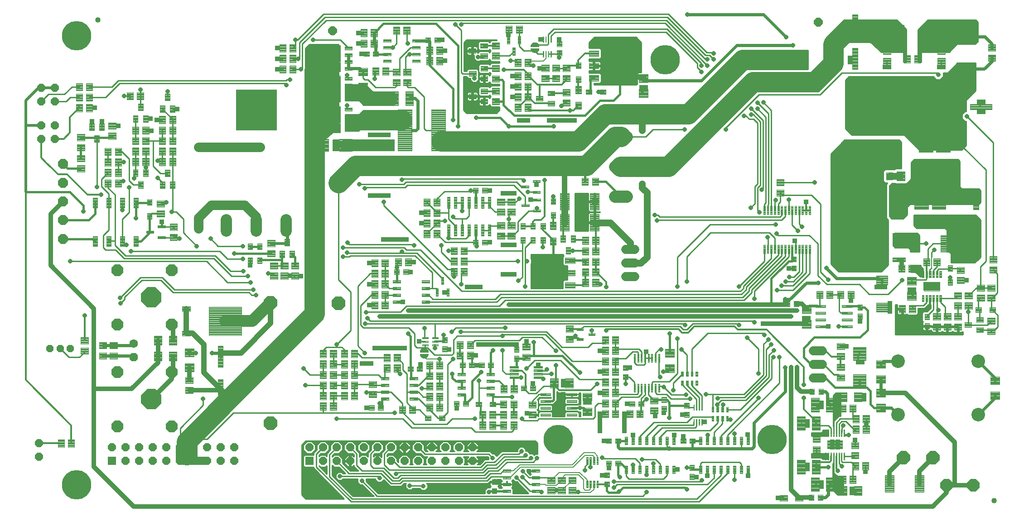
<source format=gtl>
G75*
%MOIN*%
%OFA0B0*%
%FSLAX25Y25*%
%IPPOS*%
%LPD*%
%AMOC8*
5,1,8,0,0,1.08239X$1,22.5*
%
%ADD10C,0.00378*%
%ADD11C,0.00394*%
%ADD12C,0.00409*%
%ADD13C,0.08850*%
%ADD14C,0.00405*%
%ADD15C,0.00375*%
%ADD16C,0.00402*%
%ADD17C,0.06600*%
%ADD18C,0.00425*%
%ADD19OC8,0.07087*%
%ADD20C,0.00399*%
%ADD21C,0.00400*%
%ADD22C,0.00396*%
%ADD23C,0.00408*%
%ADD24OC8,0.08600*%
%ADD25OC8,0.15000*%
%ADD26C,0.00406*%
%ADD27OC8,0.05906*%
%ADD28C,0.00400*%
%ADD29C,0.08250*%
%ADD30C,0.00300*%
%ADD31C,0.00100*%
%ADD32OC8,0.05315*%
%ADD33OC8,0.05400*%
%ADD34OC8,0.10000*%
%ADD35R,0.05906X0.05906*%
%ADD36OC8,0.09693*%
%ADD37C,0.04000*%
%ADD38C,0.00387*%
%ADD39OC8,0.06300*%
%ADD40C,0.06300*%
%ADD41OC8,0.09055*%
%ADD42C,0.00362*%
%ADD43C,0.00407*%
%ADD44C,0.00514*%
%ADD45C,0.00414*%
%ADD46C,0.00413*%
%ADD47C,0.00423*%
%ADD48C,0.00390*%
%ADD49C,0.10000*%
%ADD50C,0.00339*%
%ADD51C,0.00432*%
%ADD52OC8,0.06496*%
%ADD53C,0.03200*%
%ADD54C,0.02400*%
%ADD55C,0.01000*%
%ADD56OC8,0.03175*%
%ADD57C,0.01600*%
%ADD58C,0.01200*%
%ADD59C,0.15000*%
%ADD60R,0.03175X0.03175*%
%ADD61C,0.05000*%
%ADD62C,0.04000*%
%ADD63C,0.02000*%
%ADD64C,0.06000*%
%ADD65C,0.07000*%
%ADD66C,0.03175*%
%ADD67C,0.08600*%
%ADD68C,0.00600*%
%ADD69C,0.00800*%
%ADD70C,0.21654*%
%ADD71C,0.01400*%
%ADD72C,0.01800*%
D10*
X0209710Y0180890D02*
X0209710Y0186810D01*
X0216418Y0186810D01*
X0216418Y0180890D01*
X0209710Y0180890D01*
X0209710Y0181267D02*
X0216418Y0181267D01*
X0216418Y0181644D02*
X0209710Y0181644D01*
X0209710Y0182021D02*
X0216418Y0182021D01*
X0216418Y0182398D02*
X0209710Y0182398D01*
X0209710Y0182775D02*
X0216418Y0182775D01*
X0216418Y0183152D02*
X0209710Y0183152D01*
X0209710Y0183529D02*
X0216418Y0183529D01*
X0216418Y0183906D02*
X0209710Y0183906D01*
X0209710Y0184283D02*
X0216418Y0184283D01*
X0216418Y0184660D02*
X0209710Y0184660D01*
X0209710Y0185037D02*
X0216418Y0185037D01*
X0216418Y0185414D02*
X0209710Y0185414D01*
X0209710Y0185791D02*
X0216418Y0185791D01*
X0216418Y0186168D02*
X0209710Y0186168D01*
X0209710Y0186545D02*
X0216418Y0186545D01*
X0209710Y0191914D02*
X0209710Y0197834D01*
X0216418Y0197834D01*
X0216418Y0191914D01*
X0209710Y0191914D01*
X0209710Y0192291D02*
X0216418Y0192291D01*
X0216418Y0192668D02*
X0209710Y0192668D01*
X0209710Y0193045D02*
X0216418Y0193045D01*
X0216418Y0193422D02*
X0209710Y0193422D01*
X0209710Y0193799D02*
X0216418Y0193799D01*
X0216418Y0194176D02*
X0209710Y0194176D01*
X0209710Y0194553D02*
X0216418Y0194553D01*
X0216418Y0194930D02*
X0209710Y0194930D01*
X0209710Y0195307D02*
X0216418Y0195307D01*
X0216418Y0195684D02*
X0209710Y0195684D01*
X0209710Y0196061D02*
X0216418Y0196061D01*
X0216418Y0196438D02*
X0209710Y0196438D01*
X0209710Y0196815D02*
X0216418Y0196815D01*
X0216418Y0197192D02*
X0209710Y0197192D01*
X0209710Y0197569D02*
X0216418Y0197569D01*
X0204035Y0188758D02*
X0198115Y0188758D01*
X0198115Y0195466D01*
X0204035Y0195466D01*
X0204035Y0188758D01*
X0204035Y0189135D02*
X0198115Y0189135D01*
X0198115Y0189512D02*
X0204035Y0189512D01*
X0204035Y0189889D02*
X0198115Y0189889D01*
X0198115Y0190266D02*
X0204035Y0190266D01*
X0204035Y0190643D02*
X0198115Y0190643D01*
X0198115Y0191020D02*
X0204035Y0191020D01*
X0204035Y0191397D02*
X0198115Y0191397D01*
X0198115Y0191774D02*
X0204035Y0191774D01*
X0204035Y0192151D02*
X0198115Y0192151D01*
X0198115Y0192528D02*
X0204035Y0192528D01*
X0204035Y0192905D02*
X0198115Y0192905D01*
X0198115Y0193282D02*
X0204035Y0193282D01*
X0204035Y0193659D02*
X0198115Y0193659D01*
X0198115Y0194036D02*
X0204035Y0194036D01*
X0204035Y0194413D02*
X0198115Y0194413D01*
X0198115Y0194790D02*
X0204035Y0194790D01*
X0204035Y0195167D02*
X0198115Y0195167D01*
X0193012Y0188758D02*
X0187092Y0188758D01*
X0187092Y0195466D01*
X0193012Y0195466D01*
X0193012Y0188758D01*
X0193012Y0189135D02*
X0187092Y0189135D01*
X0187092Y0189512D02*
X0193012Y0189512D01*
X0193012Y0189889D02*
X0187092Y0189889D01*
X0187092Y0190266D02*
X0193012Y0190266D01*
X0193012Y0190643D02*
X0187092Y0190643D01*
X0187092Y0191020D02*
X0193012Y0191020D01*
X0193012Y0191397D02*
X0187092Y0191397D01*
X0187092Y0191774D02*
X0193012Y0191774D01*
X0193012Y0192151D02*
X0187092Y0192151D01*
X0187092Y0192528D02*
X0193012Y0192528D01*
X0193012Y0192905D02*
X0187092Y0192905D01*
X0187092Y0193282D02*
X0193012Y0193282D01*
X0193012Y0193659D02*
X0187092Y0193659D01*
X0187092Y0194036D02*
X0193012Y0194036D01*
X0193012Y0194413D02*
X0187092Y0194413D01*
X0187092Y0194790D02*
X0193012Y0194790D01*
X0193012Y0195167D02*
X0187092Y0195167D01*
X0187092Y0207216D02*
X0193012Y0207216D01*
X0193012Y0200508D01*
X0187092Y0200508D01*
X0187092Y0207216D01*
X0187092Y0200885D02*
X0193012Y0200885D01*
X0193012Y0201262D02*
X0187092Y0201262D01*
X0187092Y0201639D02*
X0193012Y0201639D01*
X0193012Y0202016D02*
X0187092Y0202016D01*
X0187092Y0202393D02*
X0193012Y0202393D01*
X0193012Y0202770D02*
X0187092Y0202770D01*
X0187092Y0203147D02*
X0193012Y0203147D01*
X0193012Y0203524D02*
X0187092Y0203524D01*
X0187092Y0203901D02*
X0193012Y0203901D01*
X0193012Y0204278D02*
X0187092Y0204278D01*
X0187092Y0204655D02*
X0193012Y0204655D01*
X0193012Y0205032D02*
X0187092Y0205032D01*
X0187092Y0205409D02*
X0193012Y0205409D01*
X0193012Y0205786D02*
X0187092Y0205786D01*
X0187092Y0206163D02*
X0193012Y0206163D01*
X0193012Y0206540D02*
X0187092Y0206540D01*
X0187092Y0206917D02*
X0193012Y0206917D01*
X0198115Y0207216D02*
X0204035Y0207216D01*
X0204035Y0200508D01*
X0198115Y0200508D01*
X0198115Y0207216D01*
X0198115Y0200885D02*
X0204035Y0200885D01*
X0204035Y0201262D02*
X0198115Y0201262D01*
X0198115Y0201639D02*
X0204035Y0201639D01*
X0204035Y0202016D02*
X0198115Y0202016D01*
X0198115Y0202393D02*
X0204035Y0202393D01*
X0204035Y0202770D02*
X0198115Y0202770D01*
X0198115Y0203147D02*
X0204035Y0203147D01*
X0204035Y0203524D02*
X0198115Y0203524D01*
X0198115Y0203901D02*
X0204035Y0203901D01*
X0204035Y0204278D02*
X0198115Y0204278D01*
X0198115Y0204655D02*
X0204035Y0204655D01*
X0204035Y0205032D02*
X0198115Y0205032D01*
X0198115Y0205409D02*
X0204035Y0205409D01*
X0204035Y0205786D02*
X0198115Y0205786D01*
X0198115Y0206163D02*
X0204035Y0206163D01*
X0204035Y0206540D02*
X0198115Y0206540D01*
X0198115Y0206917D02*
X0204035Y0206917D01*
X0306367Y0352147D02*
X0315437Y0352147D01*
X0315437Y0343077D01*
X0306367Y0343077D01*
X0306367Y0352147D01*
X0306367Y0343454D02*
X0315437Y0343454D01*
X0315437Y0343831D02*
X0306367Y0343831D01*
X0306367Y0344208D02*
X0315437Y0344208D01*
X0315437Y0344585D02*
X0306367Y0344585D01*
X0306367Y0344962D02*
X0315437Y0344962D01*
X0315437Y0345339D02*
X0306367Y0345339D01*
X0306367Y0345716D02*
X0315437Y0345716D01*
X0315437Y0346093D02*
X0306367Y0346093D01*
X0306367Y0346470D02*
X0315437Y0346470D01*
X0315437Y0346847D02*
X0306367Y0346847D01*
X0306367Y0347224D02*
X0315437Y0347224D01*
X0315437Y0347601D02*
X0306367Y0347601D01*
X0306367Y0347978D02*
X0315437Y0347978D01*
X0315437Y0348355D02*
X0306367Y0348355D01*
X0306367Y0348732D02*
X0315437Y0348732D01*
X0315437Y0349109D02*
X0306367Y0349109D01*
X0306367Y0349486D02*
X0315437Y0349486D01*
X0315437Y0349863D02*
X0306367Y0349863D01*
X0306367Y0350240D02*
X0315437Y0350240D01*
X0315437Y0350617D02*
X0306367Y0350617D01*
X0306367Y0350994D02*
X0315437Y0350994D01*
X0315437Y0351371D02*
X0306367Y0351371D01*
X0306367Y0351748D02*
X0315437Y0351748D01*
X0315437Y0352125D02*
X0306367Y0352125D01*
X0323690Y0352147D02*
X0332760Y0352147D01*
X0332760Y0343077D01*
X0323690Y0343077D01*
X0323690Y0352147D01*
X0323690Y0343454D02*
X0332760Y0343454D01*
X0332760Y0343831D02*
X0323690Y0343831D01*
X0323690Y0344208D02*
X0332760Y0344208D01*
X0332760Y0344585D02*
X0323690Y0344585D01*
X0323690Y0344962D02*
X0332760Y0344962D01*
X0332760Y0345339D02*
X0323690Y0345339D01*
X0323690Y0345716D02*
X0332760Y0345716D01*
X0332760Y0346093D02*
X0323690Y0346093D01*
X0323690Y0346470D02*
X0332760Y0346470D01*
X0332760Y0346847D02*
X0323690Y0346847D01*
X0323690Y0347224D02*
X0332760Y0347224D01*
X0332760Y0347601D02*
X0323690Y0347601D01*
X0323690Y0347978D02*
X0332760Y0347978D01*
X0332760Y0348355D02*
X0323690Y0348355D01*
X0323690Y0348732D02*
X0332760Y0348732D01*
X0332760Y0349109D02*
X0323690Y0349109D01*
X0323690Y0349486D02*
X0332760Y0349486D01*
X0332760Y0349863D02*
X0323690Y0349863D01*
X0323690Y0350240D02*
X0332760Y0350240D01*
X0332760Y0350617D02*
X0323690Y0350617D01*
X0323690Y0350994D02*
X0332760Y0350994D01*
X0332760Y0351371D02*
X0323690Y0351371D01*
X0323690Y0351748D02*
X0332760Y0351748D01*
X0332760Y0352125D02*
X0323690Y0352125D01*
X0361092Y0387238D02*
X0367012Y0387238D01*
X0367012Y0376986D01*
X0361092Y0376986D01*
X0361092Y0387238D01*
X0361092Y0377363D02*
X0367012Y0377363D01*
X0367012Y0377740D02*
X0361092Y0377740D01*
X0361092Y0378117D02*
X0367012Y0378117D01*
X0367012Y0378494D02*
X0361092Y0378494D01*
X0361092Y0378871D02*
X0367012Y0378871D01*
X0367012Y0379248D02*
X0361092Y0379248D01*
X0361092Y0379625D02*
X0367012Y0379625D01*
X0367012Y0380002D02*
X0361092Y0380002D01*
X0361092Y0380379D02*
X0367012Y0380379D01*
X0367012Y0380756D02*
X0361092Y0380756D01*
X0361092Y0381133D02*
X0367012Y0381133D01*
X0367012Y0381510D02*
X0361092Y0381510D01*
X0361092Y0381887D02*
X0367012Y0381887D01*
X0367012Y0382264D02*
X0361092Y0382264D01*
X0361092Y0382641D02*
X0367012Y0382641D01*
X0367012Y0383018D02*
X0361092Y0383018D01*
X0361092Y0383395D02*
X0367012Y0383395D01*
X0367012Y0383772D02*
X0361092Y0383772D01*
X0361092Y0384149D02*
X0367012Y0384149D01*
X0367012Y0384526D02*
X0361092Y0384526D01*
X0361092Y0384903D02*
X0367012Y0384903D01*
X0367012Y0385280D02*
X0361092Y0385280D01*
X0361092Y0385657D02*
X0367012Y0385657D01*
X0367012Y0386034D02*
X0361092Y0386034D01*
X0361092Y0386411D02*
X0367012Y0386411D01*
X0367012Y0386788D02*
X0361092Y0386788D01*
X0361092Y0387165D02*
X0367012Y0387165D01*
X0372115Y0387238D02*
X0378035Y0387238D01*
X0378035Y0376986D01*
X0372115Y0376986D01*
X0372115Y0387238D01*
X0372115Y0377363D02*
X0378035Y0377363D01*
X0378035Y0377740D02*
X0372115Y0377740D01*
X0372115Y0378117D02*
X0378035Y0378117D01*
X0378035Y0378494D02*
X0372115Y0378494D01*
X0372115Y0378871D02*
X0378035Y0378871D01*
X0378035Y0379248D02*
X0372115Y0379248D01*
X0372115Y0379625D02*
X0378035Y0379625D01*
X0378035Y0380002D02*
X0372115Y0380002D01*
X0372115Y0380379D02*
X0378035Y0380379D01*
X0378035Y0380756D02*
X0372115Y0380756D01*
X0372115Y0381133D02*
X0378035Y0381133D01*
X0378035Y0381510D02*
X0372115Y0381510D01*
X0372115Y0381887D02*
X0378035Y0381887D01*
X0378035Y0382264D02*
X0372115Y0382264D01*
X0372115Y0382641D02*
X0378035Y0382641D01*
X0378035Y0383018D02*
X0372115Y0383018D01*
X0372115Y0383395D02*
X0378035Y0383395D01*
X0378035Y0383772D02*
X0372115Y0383772D01*
X0372115Y0384149D02*
X0378035Y0384149D01*
X0378035Y0384526D02*
X0372115Y0384526D01*
X0372115Y0384903D02*
X0378035Y0384903D01*
X0378035Y0385280D02*
X0372115Y0385280D01*
X0372115Y0385657D02*
X0378035Y0385657D01*
X0378035Y0386034D02*
X0372115Y0386034D01*
X0372115Y0386411D02*
X0378035Y0386411D01*
X0378035Y0386788D02*
X0372115Y0386788D01*
X0372115Y0387165D02*
X0378035Y0387165D01*
X0337454Y0387554D02*
X0337454Y0393474D01*
X0344174Y0393474D01*
X0344174Y0387554D01*
X0337454Y0387554D01*
X0337454Y0387931D02*
X0344174Y0387931D01*
X0344174Y0388308D02*
X0337454Y0388308D01*
X0337454Y0388685D02*
X0344174Y0388685D01*
X0344174Y0389062D02*
X0337454Y0389062D01*
X0337454Y0389439D02*
X0344174Y0389439D01*
X0344174Y0389816D02*
X0337454Y0389816D01*
X0337454Y0390193D02*
X0344174Y0390193D01*
X0344174Y0390570D02*
X0337454Y0390570D01*
X0337454Y0390947D02*
X0344174Y0390947D01*
X0344174Y0391324D02*
X0337454Y0391324D01*
X0337454Y0391701D02*
X0344174Y0391701D01*
X0344174Y0392078D02*
X0337454Y0392078D01*
X0337454Y0392455D02*
X0344174Y0392455D01*
X0344174Y0392832D02*
X0337454Y0392832D01*
X0337454Y0393209D02*
X0344174Y0393209D01*
X0337454Y0398751D02*
X0337454Y0404671D01*
X0344174Y0404671D01*
X0344174Y0398751D01*
X0337454Y0398751D01*
X0337454Y0399128D02*
X0344174Y0399128D01*
X0344174Y0399505D02*
X0337454Y0399505D01*
X0337454Y0399882D02*
X0344174Y0399882D01*
X0344174Y0400259D02*
X0337454Y0400259D01*
X0337454Y0400636D02*
X0344174Y0400636D01*
X0344174Y0401013D02*
X0337454Y0401013D01*
X0337454Y0401390D02*
X0344174Y0401390D01*
X0344174Y0401767D02*
X0337454Y0401767D01*
X0337454Y0402144D02*
X0344174Y0402144D01*
X0344174Y0402521D02*
X0337454Y0402521D01*
X0337454Y0402898D02*
X0344174Y0402898D01*
X0344174Y0403275D02*
X0337454Y0403275D01*
X0337454Y0403652D02*
X0344174Y0403652D01*
X0344174Y0404029D02*
X0337454Y0404029D01*
X0337454Y0404406D02*
X0344174Y0404406D01*
X0497141Y0391085D02*
X0497141Y0385557D01*
X0497141Y0391085D02*
X0501487Y0391085D01*
X0501487Y0385557D01*
X0497141Y0385557D01*
X0497141Y0385934D02*
X0501487Y0385934D01*
X0501487Y0386311D02*
X0497141Y0386311D01*
X0497141Y0386688D02*
X0501487Y0386688D01*
X0501487Y0387065D02*
X0497141Y0387065D01*
X0497141Y0387442D02*
X0501487Y0387442D01*
X0501487Y0387819D02*
X0497141Y0387819D01*
X0497141Y0388196D02*
X0501487Y0388196D01*
X0501487Y0388573D02*
X0497141Y0388573D01*
X0497141Y0388950D02*
X0501487Y0388950D01*
X0501487Y0389327D02*
X0497141Y0389327D01*
X0497141Y0389704D02*
X0501487Y0389704D01*
X0501487Y0390081D02*
X0497141Y0390081D01*
X0497141Y0390458D02*
X0501487Y0390458D01*
X0501487Y0390835D02*
X0497141Y0390835D01*
X0497141Y0379668D02*
X0497141Y0374140D01*
X0497141Y0379668D02*
X0501487Y0379668D01*
X0501487Y0374140D01*
X0497141Y0374140D01*
X0497141Y0374517D02*
X0501487Y0374517D01*
X0501487Y0374894D02*
X0497141Y0374894D01*
X0497141Y0375271D02*
X0501487Y0375271D01*
X0501487Y0375648D02*
X0497141Y0375648D01*
X0497141Y0376025D02*
X0501487Y0376025D01*
X0501487Y0376402D02*
X0497141Y0376402D01*
X0497141Y0376779D02*
X0501487Y0376779D01*
X0501487Y0377156D02*
X0497141Y0377156D01*
X0497141Y0377533D02*
X0501487Y0377533D01*
X0501487Y0377910D02*
X0497141Y0377910D01*
X0497141Y0378287D02*
X0501487Y0378287D01*
X0501487Y0378664D02*
X0497141Y0378664D01*
X0497141Y0379041D02*
X0501487Y0379041D01*
X0501487Y0379418D02*
X0497141Y0379418D01*
X0543960Y0382890D02*
X0543960Y0388810D01*
X0550668Y0388810D01*
X0550668Y0382890D01*
X0543960Y0382890D01*
X0543960Y0383267D02*
X0550668Y0383267D01*
X0550668Y0383644D02*
X0543960Y0383644D01*
X0543960Y0384021D02*
X0550668Y0384021D01*
X0550668Y0384398D02*
X0543960Y0384398D01*
X0543960Y0384775D02*
X0550668Y0384775D01*
X0550668Y0385152D02*
X0543960Y0385152D01*
X0543960Y0385529D02*
X0550668Y0385529D01*
X0550668Y0385906D02*
X0543960Y0385906D01*
X0543960Y0386283D02*
X0550668Y0386283D01*
X0550668Y0386660D02*
X0543960Y0386660D01*
X0543960Y0387037D02*
X0550668Y0387037D01*
X0550668Y0387414D02*
X0543960Y0387414D01*
X0543960Y0387791D02*
X0550668Y0387791D01*
X0550668Y0388168D02*
X0543960Y0388168D01*
X0543960Y0388545D02*
X0550668Y0388545D01*
X0543960Y0393914D02*
X0543960Y0399834D01*
X0550668Y0399834D01*
X0550668Y0393914D01*
X0543960Y0393914D01*
X0543960Y0394291D02*
X0550668Y0394291D01*
X0550668Y0394668D02*
X0543960Y0394668D01*
X0543960Y0395045D02*
X0550668Y0395045D01*
X0550668Y0395422D02*
X0543960Y0395422D01*
X0543960Y0395799D02*
X0550668Y0395799D01*
X0550668Y0396176D02*
X0543960Y0396176D01*
X0543960Y0396553D02*
X0550668Y0396553D01*
X0550668Y0396930D02*
X0543960Y0396930D01*
X0543960Y0397307D02*
X0550668Y0397307D01*
X0550668Y0397684D02*
X0543960Y0397684D01*
X0543960Y0398061D02*
X0550668Y0398061D01*
X0550668Y0398438D02*
X0543960Y0398438D01*
X0543960Y0398815D02*
X0550668Y0398815D01*
X0550668Y0399192D02*
X0543960Y0399192D01*
X0543960Y0399569D02*
X0550668Y0399569D01*
X0478641Y0291085D02*
X0478641Y0285557D01*
X0478641Y0291085D02*
X0482987Y0291085D01*
X0482987Y0285557D01*
X0478641Y0285557D01*
X0478641Y0285934D02*
X0482987Y0285934D01*
X0482987Y0286311D02*
X0478641Y0286311D01*
X0478641Y0286688D02*
X0482987Y0286688D01*
X0482987Y0287065D02*
X0478641Y0287065D01*
X0478641Y0287442D02*
X0482987Y0287442D01*
X0482987Y0287819D02*
X0478641Y0287819D01*
X0478641Y0288196D02*
X0482987Y0288196D01*
X0482987Y0288573D02*
X0478641Y0288573D01*
X0478641Y0288950D02*
X0482987Y0288950D01*
X0482987Y0289327D02*
X0478641Y0289327D01*
X0478641Y0289704D02*
X0482987Y0289704D01*
X0482987Y0290081D02*
X0478641Y0290081D01*
X0478641Y0290458D02*
X0482987Y0290458D01*
X0482987Y0290835D02*
X0478641Y0290835D01*
X0478641Y0279668D02*
X0478641Y0274140D01*
X0478641Y0279668D02*
X0482987Y0279668D01*
X0482987Y0274140D01*
X0478641Y0274140D01*
X0478641Y0274517D02*
X0482987Y0274517D01*
X0482987Y0274894D02*
X0478641Y0274894D01*
X0478641Y0275271D02*
X0482987Y0275271D01*
X0482987Y0275648D02*
X0478641Y0275648D01*
X0478641Y0276025D02*
X0482987Y0276025D01*
X0482987Y0276402D02*
X0478641Y0276402D01*
X0478641Y0276779D02*
X0482987Y0276779D01*
X0482987Y0277156D02*
X0478641Y0277156D01*
X0478641Y0277533D02*
X0482987Y0277533D01*
X0482987Y0277910D02*
X0478641Y0277910D01*
X0478641Y0278287D02*
X0482987Y0278287D01*
X0482987Y0278664D02*
X0478641Y0278664D01*
X0478641Y0279041D02*
X0482987Y0279041D01*
X0482987Y0279418D02*
X0478641Y0279418D01*
X0563204Y0197421D02*
X0563204Y0191501D01*
X0563204Y0197421D02*
X0569924Y0197421D01*
X0569924Y0191501D01*
X0563204Y0191501D01*
X0563204Y0191878D02*
X0569924Y0191878D01*
X0569924Y0192255D02*
X0563204Y0192255D01*
X0563204Y0192632D02*
X0569924Y0192632D01*
X0569924Y0193009D02*
X0563204Y0193009D01*
X0563204Y0193386D02*
X0569924Y0193386D01*
X0569924Y0193763D02*
X0563204Y0193763D01*
X0563204Y0194140D02*
X0569924Y0194140D01*
X0569924Y0194517D02*
X0563204Y0194517D01*
X0563204Y0194894D02*
X0569924Y0194894D01*
X0569924Y0195271D02*
X0563204Y0195271D01*
X0563204Y0195648D02*
X0569924Y0195648D01*
X0569924Y0196025D02*
X0563204Y0196025D01*
X0563204Y0196402D02*
X0569924Y0196402D01*
X0569924Y0196779D02*
X0563204Y0196779D01*
X0563204Y0197156D02*
X0569924Y0197156D01*
X0563204Y0186224D02*
X0563204Y0180304D01*
X0563204Y0186224D02*
X0569924Y0186224D01*
X0569924Y0180304D01*
X0563204Y0180304D01*
X0563204Y0180681D02*
X0569924Y0180681D01*
X0569924Y0181058D02*
X0563204Y0181058D01*
X0563204Y0181435D02*
X0569924Y0181435D01*
X0569924Y0181812D02*
X0563204Y0181812D01*
X0563204Y0182189D02*
X0569924Y0182189D01*
X0569924Y0182566D02*
X0563204Y0182566D01*
X0563204Y0182943D02*
X0569924Y0182943D01*
X0569924Y0183320D02*
X0563204Y0183320D01*
X0563204Y0183697D02*
X0569924Y0183697D01*
X0569924Y0184074D02*
X0563204Y0184074D01*
X0563204Y0184451D02*
X0569924Y0184451D01*
X0569924Y0184828D02*
X0563204Y0184828D01*
X0563204Y0185205D02*
X0569924Y0185205D01*
X0569924Y0185582D02*
X0563204Y0185582D01*
X0563204Y0185959D02*
X0569924Y0185959D01*
X0509168Y0165334D02*
X0509168Y0159414D01*
X0502460Y0159414D01*
X0502460Y0165334D01*
X0509168Y0165334D01*
X0509168Y0159791D02*
X0502460Y0159791D01*
X0502460Y0160168D02*
X0509168Y0160168D01*
X0509168Y0160545D02*
X0502460Y0160545D01*
X0502460Y0160922D02*
X0509168Y0160922D01*
X0509168Y0161299D02*
X0502460Y0161299D01*
X0502460Y0161676D02*
X0509168Y0161676D01*
X0509168Y0162053D02*
X0502460Y0162053D01*
X0502460Y0162430D02*
X0509168Y0162430D01*
X0509168Y0162807D02*
X0502460Y0162807D01*
X0502460Y0163184D02*
X0509168Y0163184D01*
X0509168Y0163561D02*
X0502460Y0163561D01*
X0502460Y0163938D02*
X0509168Y0163938D01*
X0509168Y0164315D02*
X0502460Y0164315D01*
X0502460Y0164692D02*
X0509168Y0164692D01*
X0509168Y0165069D02*
X0502460Y0165069D01*
X0495535Y0169008D02*
X0489615Y0169008D01*
X0489615Y0175716D01*
X0495535Y0175716D01*
X0495535Y0169008D01*
X0495535Y0169385D02*
X0489615Y0169385D01*
X0489615Y0169762D02*
X0495535Y0169762D01*
X0495535Y0170139D02*
X0489615Y0170139D01*
X0489615Y0170516D02*
X0495535Y0170516D01*
X0495535Y0170893D02*
X0489615Y0170893D01*
X0489615Y0171270D02*
X0495535Y0171270D01*
X0495535Y0171647D02*
X0489615Y0171647D01*
X0489615Y0172024D02*
X0495535Y0172024D01*
X0495535Y0172401D02*
X0489615Y0172401D01*
X0489615Y0172778D02*
X0495535Y0172778D01*
X0495535Y0173155D02*
X0489615Y0173155D01*
X0489615Y0173532D02*
X0495535Y0173532D01*
X0495535Y0173909D02*
X0489615Y0173909D01*
X0489615Y0174286D02*
X0495535Y0174286D01*
X0495535Y0174663D02*
X0489615Y0174663D01*
X0489615Y0175040D02*
X0495535Y0175040D01*
X0495535Y0175417D02*
X0489615Y0175417D01*
X0484512Y0169008D02*
X0478592Y0169008D01*
X0478592Y0175716D01*
X0484512Y0175716D01*
X0484512Y0169008D01*
X0484512Y0169385D02*
X0478592Y0169385D01*
X0478592Y0169762D02*
X0484512Y0169762D01*
X0484512Y0170139D02*
X0478592Y0170139D01*
X0478592Y0170516D02*
X0484512Y0170516D01*
X0484512Y0170893D02*
X0478592Y0170893D01*
X0478592Y0171270D02*
X0484512Y0171270D01*
X0484512Y0171647D02*
X0478592Y0171647D01*
X0478592Y0172024D02*
X0484512Y0172024D01*
X0484512Y0172401D02*
X0478592Y0172401D01*
X0478592Y0172778D02*
X0484512Y0172778D01*
X0484512Y0173155D02*
X0478592Y0173155D01*
X0478592Y0173532D02*
X0484512Y0173532D01*
X0484512Y0173909D02*
X0478592Y0173909D01*
X0478592Y0174286D02*
X0484512Y0174286D01*
X0484512Y0174663D02*
X0478592Y0174663D01*
X0478592Y0175040D02*
X0484512Y0175040D01*
X0484512Y0175417D02*
X0478592Y0175417D01*
X0509168Y0154310D02*
X0509168Y0148390D01*
X0502460Y0148390D01*
X0502460Y0154310D01*
X0509168Y0154310D01*
X0509168Y0148767D02*
X0502460Y0148767D01*
X0502460Y0149144D02*
X0509168Y0149144D01*
X0509168Y0149521D02*
X0502460Y0149521D01*
X0502460Y0149898D02*
X0509168Y0149898D01*
X0509168Y0150275D02*
X0502460Y0150275D01*
X0502460Y0150652D02*
X0509168Y0150652D01*
X0509168Y0151029D02*
X0502460Y0151029D01*
X0502460Y0151406D02*
X0509168Y0151406D01*
X0509168Y0151783D02*
X0502460Y0151783D01*
X0502460Y0152160D02*
X0509168Y0152160D01*
X0509168Y0152537D02*
X0502460Y0152537D01*
X0502460Y0152914D02*
X0509168Y0152914D01*
X0509168Y0153291D02*
X0502460Y0153291D01*
X0502460Y0153668D02*
X0509168Y0153668D01*
X0509168Y0154045D02*
X0502460Y0154045D01*
X0647591Y0090035D02*
X0653119Y0090035D01*
X0653119Y0085689D01*
X0647591Y0085689D01*
X0647591Y0090035D01*
X0647591Y0086066D02*
X0653119Y0086066D01*
X0653119Y0086443D02*
X0647591Y0086443D01*
X0647591Y0086820D02*
X0653119Y0086820D01*
X0653119Y0087197D02*
X0647591Y0087197D01*
X0647591Y0087574D02*
X0653119Y0087574D01*
X0653119Y0087951D02*
X0647591Y0087951D01*
X0647591Y0088328D02*
X0653119Y0088328D01*
X0653119Y0088705D02*
X0647591Y0088705D01*
X0647591Y0089082D02*
X0653119Y0089082D01*
X0653119Y0089459D02*
X0647591Y0089459D01*
X0647591Y0089836D02*
X0653119Y0089836D01*
X0659008Y0090035D02*
X0664536Y0090035D01*
X0664536Y0085689D01*
X0659008Y0085689D01*
X0659008Y0090035D01*
X0659008Y0086066D02*
X0664536Y0086066D01*
X0664536Y0086443D02*
X0659008Y0086443D01*
X0659008Y0086820D02*
X0664536Y0086820D01*
X0664536Y0087197D02*
X0659008Y0087197D01*
X0659008Y0087574D02*
X0664536Y0087574D01*
X0664536Y0087951D02*
X0659008Y0087951D01*
X0659008Y0088328D02*
X0664536Y0088328D01*
X0664536Y0088705D02*
X0659008Y0088705D01*
X0659008Y0089082D02*
X0664536Y0089082D01*
X0664536Y0089459D02*
X0659008Y0089459D01*
X0659008Y0089836D02*
X0664536Y0089836D01*
X0670592Y0102988D02*
X0676512Y0102988D01*
X0676512Y0092736D01*
X0670592Y0092736D01*
X0670592Y0102988D01*
X0670592Y0093113D02*
X0676512Y0093113D01*
X0676512Y0093490D02*
X0670592Y0093490D01*
X0670592Y0093867D02*
X0676512Y0093867D01*
X0676512Y0094244D02*
X0670592Y0094244D01*
X0670592Y0094621D02*
X0676512Y0094621D01*
X0676512Y0094998D02*
X0670592Y0094998D01*
X0670592Y0095375D02*
X0676512Y0095375D01*
X0676512Y0095752D02*
X0670592Y0095752D01*
X0670592Y0096129D02*
X0676512Y0096129D01*
X0676512Y0096506D02*
X0670592Y0096506D01*
X0670592Y0096883D02*
X0676512Y0096883D01*
X0676512Y0097260D02*
X0670592Y0097260D01*
X0670592Y0097637D02*
X0676512Y0097637D01*
X0676512Y0098014D02*
X0670592Y0098014D01*
X0670592Y0098391D02*
X0676512Y0098391D01*
X0676512Y0098768D02*
X0670592Y0098768D01*
X0670592Y0099145D02*
X0676512Y0099145D01*
X0676512Y0099522D02*
X0670592Y0099522D01*
X0670592Y0099899D02*
X0676512Y0099899D01*
X0676512Y0100276D02*
X0670592Y0100276D01*
X0670592Y0100653D02*
X0676512Y0100653D01*
X0676512Y0101030D02*
X0670592Y0101030D01*
X0670592Y0101407D02*
X0676512Y0101407D01*
X0676512Y0101784D02*
X0670592Y0101784D01*
X0670592Y0102161D02*
X0676512Y0102161D01*
X0676512Y0102538D02*
X0670592Y0102538D01*
X0670592Y0102915D02*
X0676512Y0102915D01*
X0677285Y0115738D02*
X0671365Y0115738D01*
X0677285Y0115738D02*
X0677285Y0105486D01*
X0671365Y0105486D01*
X0671365Y0115738D01*
X0671365Y0105863D02*
X0677285Y0105863D01*
X0677285Y0106240D02*
X0671365Y0106240D01*
X0671365Y0106617D02*
X0677285Y0106617D01*
X0677285Y0106994D02*
X0671365Y0106994D01*
X0671365Y0107371D02*
X0677285Y0107371D01*
X0677285Y0107748D02*
X0671365Y0107748D01*
X0671365Y0108125D02*
X0677285Y0108125D01*
X0677285Y0108502D02*
X0671365Y0108502D01*
X0671365Y0108879D02*
X0677285Y0108879D01*
X0677285Y0109256D02*
X0671365Y0109256D01*
X0671365Y0109633D02*
X0677285Y0109633D01*
X0677285Y0110010D02*
X0671365Y0110010D01*
X0671365Y0110387D02*
X0677285Y0110387D01*
X0677285Y0110764D02*
X0671365Y0110764D01*
X0671365Y0111141D02*
X0677285Y0111141D01*
X0677285Y0111518D02*
X0671365Y0111518D01*
X0671365Y0111895D02*
X0677285Y0111895D01*
X0677285Y0112272D02*
X0671365Y0112272D01*
X0671365Y0112649D02*
X0677285Y0112649D01*
X0677285Y0113026D02*
X0671365Y0113026D01*
X0671365Y0113403D02*
X0677285Y0113403D01*
X0677285Y0113780D02*
X0671365Y0113780D01*
X0671365Y0114157D02*
X0677285Y0114157D01*
X0677285Y0114534D02*
X0671365Y0114534D01*
X0671365Y0114911D02*
X0677285Y0114911D01*
X0677285Y0115288D02*
X0671365Y0115288D01*
X0671365Y0115665D02*
X0677285Y0115665D01*
X0666262Y0115738D02*
X0660342Y0115738D01*
X0666262Y0115738D02*
X0666262Y0105486D01*
X0660342Y0105486D01*
X0660342Y0115738D01*
X0660342Y0105863D02*
X0666262Y0105863D01*
X0666262Y0106240D02*
X0660342Y0106240D01*
X0660342Y0106617D02*
X0666262Y0106617D01*
X0666262Y0106994D02*
X0660342Y0106994D01*
X0660342Y0107371D02*
X0666262Y0107371D01*
X0666262Y0107748D02*
X0660342Y0107748D01*
X0660342Y0108125D02*
X0666262Y0108125D01*
X0666262Y0108502D02*
X0660342Y0108502D01*
X0660342Y0108879D02*
X0666262Y0108879D01*
X0666262Y0109256D02*
X0660342Y0109256D01*
X0660342Y0109633D02*
X0666262Y0109633D01*
X0666262Y0110010D02*
X0660342Y0110010D01*
X0660342Y0110387D02*
X0666262Y0110387D01*
X0666262Y0110764D02*
X0660342Y0110764D01*
X0660342Y0111141D02*
X0666262Y0111141D01*
X0666262Y0111518D02*
X0660342Y0111518D01*
X0660342Y0111895D02*
X0666262Y0111895D01*
X0666262Y0112272D02*
X0660342Y0112272D01*
X0660342Y0112649D02*
X0666262Y0112649D01*
X0666262Y0113026D02*
X0660342Y0113026D01*
X0660342Y0113403D02*
X0666262Y0113403D01*
X0666262Y0113780D02*
X0660342Y0113780D01*
X0660342Y0114157D02*
X0666262Y0114157D01*
X0666262Y0114534D02*
X0660342Y0114534D01*
X0660342Y0114911D02*
X0666262Y0114911D01*
X0666262Y0115288D02*
X0660342Y0115288D01*
X0660342Y0115665D02*
X0666262Y0115665D01*
X0681615Y0102988D02*
X0687535Y0102988D01*
X0687535Y0092736D01*
X0681615Y0092736D01*
X0681615Y0102988D01*
X0681615Y0093113D02*
X0687535Y0093113D01*
X0687535Y0093490D02*
X0681615Y0093490D01*
X0681615Y0093867D02*
X0687535Y0093867D01*
X0687535Y0094244D02*
X0681615Y0094244D01*
X0681615Y0094621D02*
X0687535Y0094621D01*
X0687535Y0094998D02*
X0681615Y0094998D01*
X0681615Y0095375D02*
X0687535Y0095375D01*
X0687535Y0095752D02*
X0681615Y0095752D01*
X0681615Y0096129D02*
X0687535Y0096129D01*
X0687535Y0096506D02*
X0681615Y0096506D01*
X0681615Y0096883D02*
X0687535Y0096883D01*
X0687535Y0097260D02*
X0681615Y0097260D01*
X0681615Y0097637D02*
X0687535Y0097637D01*
X0687535Y0098014D02*
X0681615Y0098014D01*
X0681615Y0098391D02*
X0687535Y0098391D01*
X0687535Y0098768D02*
X0681615Y0098768D01*
X0681615Y0099145D02*
X0687535Y0099145D01*
X0687535Y0099522D02*
X0681615Y0099522D01*
X0681615Y0099899D02*
X0687535Y0099899D01*
X0687535Y0100276D02*
X0681615Y0100276D01*
X0681615Y0100653D02*
X0687535Y0100653D01*
X0687535Y0101030D02*
X0681615Y0101030D01*
X0681615Y0101407D02*
X0687535Y0101407D01*
X0687535Y0101784D02*
X0681615Y0101784D01*
X0681615Y0102161D02*
X0687535Y0102161D01*
X0687535Y0102538D02*
X0681615Y0102538D01*
X0681615Y0102915D02*
X0687535Y0102915D01*
X0691092Y0089758D02*
X0697012Y0089758D01*
X0691092Y0089758D02*
X0691092Y0096466D01*
X0697012Y0096466D01*
X0697012Y0089758D01*
X0697012Y0090135D02*
X0691092Y0090135D01*
X0691092Y0090512D02*
X0697012Y0090512D01*
X0697012Y0090889D02*
X0691092Y0090889D01*
X0691092Y0091266D02*
X0697012Y0091266D01*
X0697012Y0091643D02*
X0691092Y0091643D01*
X0691092Y0092020D02*
X0697012Y0092020D01*
X0697012Y0092397D02*
X0691092Y0092397D01*
X0691092Y0092774D02*
X0697012Y0092774D01*
X0697012Y0093151D02*
X0691092Y0093151D01*
X0691092Y0093528D02*
X0697012Y0093528D01*
X0697012Y0093905D02*
X0691092Y0093905D01*
X0691092Y0094282D02*
X0697012Y0094282D01*
X0697012Y0094659D02*
X0691092Y0094659D01*
X0691092Y0095036D02*
X0697012Y0095036D01*
X0697012Y0095413D02*
X0691092Y0095413D01*
X0691092Y0095790D02*
X0697012Y0095790D01*
X0697012Y0096167D02*
X0691092Y0096167D01*
X0702115Y0089758D02*
X0708035Y0089758D01*
X0702115Y0089758D02*
X0702115Y0096466D01*
X0708035Y0096466D01*
X0708035Y0089758D01*
X0708035Y0090135D02*
X0702115Y0090135D01*
X0702115Y0090512D02*
X0708035Y0090512D01*
X0708035Y0090889D02*
X0702115Y0090889D01*
X0702115Y0091266D02*
X0708035Y0091266D01*
X0708035Y0091643D02*
X0702115Y0091643D01*
X0702115Y0092020D02*
X0708035Y0092020D01*
X0708035Y0092397D02*
X0702115Y0092397D01*
X0702115Y0092774D02*
X0708035Y0092774D01*
X0708035Y0093151D02*
X0702115Y0093151D01*
X0702115Y0093528D02*
X0708035Y0093528D01*
X0708035Y0093905D02*
X0702115Y0093905D01*
X0702115Y0094282D02*
X0708035Y0094282D01*
X0708035Y0094659D02*
X0702115Y0094659D01*
X0702115Y0095036D02*
X0708035Y0095036D01*
X0708035Y0095413D02*
X0702115Y0095413D01*
X0702115Y0095790D02*
X0708035Y0095790D01*
X0708035Y0096167D02*
X0702115Y0096167D01*
X0677285Y0147988D02*
X0671365Y0147988D01*
X0677285Y0147988D02*
X0677285Y0137736D01*
X0671365Y0137736D01*
X0671365Y0147988D01*
X0671365Y0138113D02*
X0677285Y0138113D01*
X0677285Y0138490D02*
X0671365Y0138490D01*
X0671365Y0138867D02*
X0677285Y0138867D01*
X0677285Y0139244D02*
X0671365Y0139244D01*
X0671365Y0139621D02*
X0677285Y0139621D01*
X0677285Y0139998D02*
X0671365Y0139998D01*
X0671365Y0140375D02*
X0677285Y0140375D01*
X0677285Y0140752D02*
X0671365Y0140752D01*
X0671365Y0141129D02*
X0677285Y0141129D01*
X0677285Y0141506D02*
X0671365Y0141506D01*
X0671365Y0141883D02*
X0677285Y0141883D01*
X0677285Y0142260D02*
X0671365Y0142260D01*
X0671365Y0142637D02*
X0677285Y0142637D01*
X0677285Y0143014D02*
X0671365Y0143014D01*
X0671365Y0143391D02*
X0677285Y0143391D01*
X0677285Y0143768D02*
X0671365Y0143768D01*
X0671365Y0144145D02*
X0677285Y0144145D01*
X0677285Y0144522D02*
X0671365Y0144522D01*
X0671365Y0144899D02*
X0677285Y0144899D01*
X0677285Y0145276D02*
X0671365Y0145276D01*
X0671365Y0145653D02*
X0677285Y0145653D01*
X0677285Y0146030D02*
X0671365Y0146030D01*
X0671365Y0146407D02*
X0677285Y0146407D01*
X0677285Y0146784D02*
X0671365Y0146784D01*
X0671365Y0147161D02*
X0677285Y0147161D01*
X0677285Y0147538D02*
X0671365Y0147538D01*
X0671365Y0147915D02*
X0677285Y0147915D01*
X0676512Y0151236D02*
X0670592Y0151236D01*
X0670592Y0161488D01*
X0676512Y0161488D01*
X0676512Y0151236D01*
X0676512Y0151613D02*
X0670592Y0151613D01*
X0670592Y0151990D02*
X0676512Y0151990D01*
X0676512Y0152367D02*
X0670592Y0152367D01*
X0670592Y0152744D02*
X0676512Y0152744D01*
X0676512Y0153121D02*
X0670592Y0153121D01*
X0670592Y0153498D02*
X0676512Y0153498D01*
X0676512Y0153875D02*
X0670592Y0153875D01*
X0670592Y0154252D02*
X0676512Y0154252D01*
X0676512Y0154629D02*
X0670592Y0154629D01*
X0670592Y0155006D02*
X0676512Y0155006D01*
X0676512Y0155383D02*
X0670592Y0155383D01*
X0670592Y0155760D02*
X0676512Y0155760D01*
X0676512Y0156137D02*
X0670592Y0156137D01*
X0670592Y0156514D02*
X0676512Y0156514D01*
X0676512Y0156891D02*
X0670592Y0156891D01*
X0670592Y0157268D02*
X0676512Y0157268D01*
X0676512Y0157645D02*
X0670592Y0157645D01*
X0670592Y0158022D02*
X0676512Y0158022D01*
X0676512Y0158399D02*
X0670592Y0158399D01*
X0670592Y0158776D02*
X0676512Y0158776D01*
X0676512Y0159153D02*
X0670592Y0159153D01*
X0670592Y0159530D02*
X0676512Y0159530D01*
X0676512Y0159907D02*
X0670592Y0159907D01*
X0670592Y0160284D02*
X0676512Y0160284D01*
X0676512Y0160661D02*
X0670592Y0160661D01*
X0670592Y0161038D02*
X0676512Y0161038D01*
X0676512Y0161415D02*
X0670592Y0161415D01*
X0681615Y0151236D02*
X0687535Y0151236D01*
X0681615Y0151236D02*
X0681615Y0161488D01*
X0687535Y0161488D01*
X0687535Y0151236D01*
X0687535Y0151613D02*
X0681615Y0151613D01*
X0681615Y0151990D02*
X0687535Y0151990D01*
X0687535Y0152367D02*
X0681615Y0152367D01*
X0681615Y0152744D02*
X0687535Y0152744D01*
X0687535Y0153121D02*
X0681615Y0153121D01*
X0681615Y0153498D02*
X0687535Y0153498D01*
X0687535Y0153875D02*
X0681615Y0153875D01*
X0681615Y0154252D02*
X0687535Y0154252D01*
X0687535Y0154629D02*
X0681615Y0154629D01*
X0681615Y0155006D02*
X0687535Y0155006D01*
X0687535Y0155383D02*
X0681615Y0155383D01*
X0681615Y0155760D02*
X0687535Y0155760D01*
X0687535Y0156137D02*
X0681615Y0156137D01*
X0681615Y0156514D02*
X0687535Y0156514D01*
X0687535Y0156891D02*
X0681615Y0156891D01*
X0681615Y0157268D02*
X0687535Y0157268D01*
X0687535Y0157645D02*
X0681615Y0157645D01*
X0681615Y0158022D02*
X0687535Y0158022D01*
X0687535Y0158399D02*
X0681615Y0158399D01*
X0681615Y0158776D02*
X0687535Y0158776D01*
X0687535Y0159153D02*
X0681615Y0159153D01*
X0681615Y0159530D02*
X0687535Y0159530D01*
X0687535Y0159907D02*
X0681615Y0159907D01*
X0681615Y0160284D02*
X0687535Y0160284D01*
X0687535Y0160661D02*
X0681615Y0160661D01*
X0681615Y0161038D02*
X0687535Y0161038D01*
X0687535Y0161415D02*
X0681615Y0161415D01*
X0691092Y0165466D02*
X0697012Y0165466D01*
X0697012Y0158758D01*
X0691092Y0158758D01*
X0691092Y0165466D01*
X0691092Y0159135D02*
X0697012Y0159135D01*
X0697012Y0159512D02*
X0691092Y0159512D01*
X0691092Y0159889D02*
X0697012Y0159889D01*
X0697012Y0160266D02*
X0691092Y0160266D01*
X0691092Y0160643D02*
X0697012Y0160643D01*
X0697012Y0161020D02*
X0691092Y0161020D01*
X0691092Y0161397D02*
X0697012Y0161397D01*
X0697012Y0161774D02*
X0691092Y0161774D01*
X0691092Y0162151D02*
X0697012Y0162151D01*
X0697012Y0162528D02*
X0691092Y0162528D01*
X0691092Y0162905D02*
X0697012Y0162905D01*
X0697012Y0163282D02*
X0691092Y0163282D01*
X0691092Y0163659D02*
X0697012Y0163659D01*
X0697012Y0164036D02*
X0691092Y0164036D01*
X0691092Y0164413D02*
X0697012Y0164413D01*
X0697012Y0164790D02*
X0691092Y0164790D01*
X0691092Y0165167D02*
X0697012Y0165167D01*
X0702115Y0165466D02*
X0708035Y0165466D01*
X0708035Y0158758D01*
X0702115Y0158758D01*
X0702115Y0165466D01*
X0702115Y0159135D02*
X0708035Y0159135D01*
X0708035Y0159512D02*
X0702115Y0159512D01*
X0702115Y0159889D02*
X0708035Y0159889D01*
X0708035Y0160266D02*
X0702115Y0160266D01*
X0702115Y0160643D02*
X0708035Y0160643D01*
X0708035Y0161020D02*
X0702115Y0161020D01*
X0702115Y0161397D02*
X0708035Y0161397D01*
X0708035Y0161774D02*
X0702115Y0161774D01*
X0702115Y0162151D02*
X0708035Y0162151D01*
X0708035Y0162528D02*
X0702115Y0162528D01*
X0702115Y0162905D02*
X0708035Y0162905D01*
X0708035Y0163282D02*
X0702115Y0163282D01*
X0702115Y0163659D02*
X0708035Y0163659D01*
X0708035Y0164036D02*
X0702115Y0164036D01*
X0702115Y0164413D02*
X0708035Y0164413D01*
X0708035Y0164790D02*
X0702115Y0164790D01*
X0702115Y0165167D02*
X0708035Y0165167D01*
X0718460Y0168084D02*
X0718460Y0162164D01*
X0718460Y0168084D02*
X0725168Y0168084D01*
X0725168Y0162164D01*
X0718460Y0162164D01*
X0718460Y0162541D02*
X0725168Y0162541D01*
X0725168Y0162918D02*
X0718460Y0162918D01*
X0718460Y0163295D02*
X0725168Y0163295D01*
X0725168Y0163672D02*
X0718460Y0163672D01*
X0718460Y0164049D02*
X0725168Y0164049D01*
X0725168Y0164426D02*
X0718460Y0164426D01*
X0718460Y0164803D02*
X0725168Y0164803D01*
X0725168Y0165180D02*
X0718460Y0165180D01*
X0718460Y0165557D02*
X0725168Y0165557D01*
X0725168Y0165934D02*
X0718460Y0165934D01*
X0718460Y0166311D02*
X0725168Y0166311D01*
X0725168Y0166688D02*
X0718460Y0166688D01*
X0718460Y0167065D02*
X0725168Y0167065D01*
X0725168Y0167442D02*
X0718460Y0167442D01*
X0718460Y0167819D02*
X0725168Y0167819D01*
X0718460Y0172390D02*
X0718460Y0178310D01*
X0725168Y0178310D01*
X0725168Y0172390D01*
X0718460Y0172390D01*
X0718460Y0172767D02*
X0725168Y0172767D01*
X0725168Y0173144D02*
X0718460Y0173144D01*
X0718460Y0173521D02*
X0725168Y0173521D01*
X0725168Y0173898D02*
X0718460Y0173898D01*
X0718460Y0174275D02*
X0725168Y0174275D01*
X0725168Y0174652D02*
X0718460Y0174652D01*
X0718460Y0175029D02*
X0725168Y0175029D01*
X0725168Y0175406D02*
X0718460Y0175406D01*
X0718460Y0175783D02*
X0725168Y0175783D01*
X0725168Y0176160D02*
X0718460Y0176160D01*
X0718460Y0176537D02*
X0725168Y0176537D01*
X0725168Y0176914D02*
X0718460Y0176914D01*
X0718460Y0177291D02*
X0725168Y0177291D01*
X0725168Y0177668D02*
X0718460Y0177668D01*
X0718460Y0178045D02*
X0725168Y0178045D01*
X0718460Y0183414D02*
X0718460Y0189334D01*
X0725168Y0189334D01*
X0725168Y0183414D01*
X0718460Y0183414D01*
X0718460Y0183791D02*
X0725168Y0183791D01*
X0725168Y0184168D02*
X0718460Y0184168D01*
X0718460Y0184545D02*
X0725168Y0184545D01*
X0725168Y0184922D02*
X0718460Y0184922D01*
X0718460Y0185299D02*
X0725168Y0185299D01*
X0725168Y0185676D02*
X0718460Y0185676D01*
X0718460Y0186053D02*
X0725168Y0186053D01*
X0725168Y0186430D02*
X0718460Y0186430D01*
X0718460Y0186807D02*
X0725168Y0186807D01*
X0725168Y0187184D02*
X0718460Y0187184D01*
X0718460Y0187561D02*
X0725168Y0187561D01*
X0725168Y0187938D02*
X0718460Y0187938D01*
X0718460Y0188315D02*
X0725168Y0188315D01*
X0725168Y0188692D02*
X0718460Y0188692D01*
X0718460Y0189069D02*
X0725168Y0189069D01*
X0663960Y0212890D02*
X0663960Y0218810D01*
X0670668Y0218810D01*
X0670668Y0212890D01*
X0663960Y0212890D01*
X0663960Y0213267D02*
X0670668Y0213267D01*
X0670668Y0213644D02*
X0663960Y0213644D01*
X0663960Y0214021D02*
X0670668Y0214021D01*
X0670668Y0214398D02*
X0663960Y0214398D01*
X0663960Y0214775D02*
X0670668Y0214775D01*
X0670668Y0215152D02*
X0663960Y0215152D01*
X0663960Y0215529D02*
X0670668Y0215529D01*
X0670668Y0215906D02*
X0663960Y0215906D01*
X0663960Y0216283D02*
X0670668Y0216283D01*
X0670668Y0216660D02*
X0663960Y0216660D01*
X0663960Y0217037D02*
X0670668Y0217037D01*
X0670668Y0217414D02*
X0663960Y0217414D01*
X0663960Y0217791D02*
X0670668Y0217791D01*
X0670668Y0218168D02*
X0663960Y0218168D01*
X0663960Y0218545D02*
X0670668Y0218545D01*
X0663960Y0223914D02*
X0663960Y0229834D01*
X0670668Y0229834D01*
X0670668Y0223914D01*
X0663960Y0223914D01*
X0663960Y0224291D02*
X0670668Y0224291D01*
X0670668Y0224668D02*
X0663960Y0224668D01*
X0663960Y0225045D02*
X0670668Y0225045D01*
X0670668Y0225422D02*
X0663960Y0225422D01*
X0663960Y0225799D02*
X0670668Y0225799D01*
X0670668Y0226176D02*
X0663960Y0226176D01*
X0663960Y0226553D02*
X0670668Y0226553D01*
X0670668Y0226930D02*
X0663960Y0226930D01*
X0663960Y0227307D02*
X0670668Y0227307D01*
X0670668Y0227684D02*
X0663960Y0227684D01*
X0663960Y0228061D02*
X0670668Y0228061D01*
X0670668Y0228438D02*
X0663960Y0228438D01*
X0663960Y0228815D02*
X0670668Y0228815D01*
X0670668Y0229192D02*
X0663960Y0229192D01*
X0663960Y0229569D02*
X0670668Y0229569D01*
X0741210Y0233640D02*
X0741210Y0239560D01*
X0747918Y0239560D01*
X0747918Y0233640D01*
X0741210Y0233640D01*
X0741210Y0234017D02*
X0747918Y0234017D01*
X0747918Y0234394D02*
X0741210Y0234394D01*
X0741210Y0234771D02*
X0747918Y0234771D01*
X0747918Y0235148D02*
X0741210Y0235148D01*
X0741210Y0235525D02*
X0747918Y0235525D01*
X0747918Y0235902D02*
X0741210Y0235902D01*
X0741210Y0236279D02*
X0747918Y0236279D01*
X0747918Y0236656D02*
X0741210Y0236656D01*
X0741210Y0237033D02*
X0747918Y0237033D01*
X0747918Y0237410D02*
X0741210Y0237410D01*
X0741210Y0237787D02*
X0747918Y0237787D01*
X0747918Y0238164D02*
X0741210Y0238164D01*
X0741210Y0238541D02*
X0747918Y0238541D01*
X0747918Y0238918D02*
X0741210Y0238918D01*
X0741210Y0239295D02*
X0747918Y0239295D01*
X0741210Y0244664D02*
X0741210Y0250584D01*
X0747918Y0250584D01*
X0747918Y0244664D01*
X0741210Y0244664D01*
X0741210Y0245041D02*
X0747918Y0245041D01*
X0747918Y0245418D02*
X0741210Y0245418D01*
X0741210Y0245795D02*
X0747918Y0245795D01*
X0747918Y0246172D02*
X0741210Y0246172D01*
X0741210Y0246549D02*
X0747918Y0246549D01*
X0747918Y0246926D02*
X0741210Y0246926D01*
X0741210Y0247303D02*
X0747918Y0247303D01*
X0747918Y0247680D02*
X0741210Y0247680D01*
X0741210Y0248057D02*
X0747918Y0248057D01*
X0747918Y0248434D02*
X0741210Y0248434D01*
X0741210Y0248811D02*
X0747918Y0248811D01*
X0747918Y0249188D02*
X0741210Y0249188D01*
X0741210Y0249565D02*
X0747918Y0249565D01*
X0747918Y0249942D02*
X0741210Y0249942D01*
X0741210Y0250319D02*
X0747918Y0250319D01*
X0756940Y0289390D02*
X0756940Y0295310D01*
X0756940Y0289390D02*
X0746688Y0289390D01*
X0746688Y0295310D01*
X0756940Y0295310D01*
X0756940Y0289767D02*
X0746688Y0289767D01*
X0746688Y0290144D02*
X0756940Y0290144D01*
X0756940Y0290521D02*
X0746688Y0290521D01*
X0746688Y0290898D02*
X0756940Y0290898D01*
X0756940Y0291275D02*
X0746688Y0291275D01*
X0746688Y0291652D02*
X0756940Y0291652D01*
X0756940Y0292029D02*
X0746688Y0292029D01*
X0746688Y0292406D02*
X0756940Y0292406D01*
X0756940Y0292783D02*
X0746688Y0292783D01*
X0746688Y0293160D02*
X0756940Y0293160D01*
X0756940Y0293537D02*
X0746688Y0293537D01*
X0746688Y0293914D02*
X0756940Y0293914D01*
X0756940Y0294291D02*
X0746688Y0294291D01*
X0746688Y0294668D02*
X0756940Y0294668D01*
X0756940Y0295045D02*
X0746688Y0295045D01*
X0756940Y0300414D02*
X0756940Y0306334D01*
X0756940Y0300414D02*
X0746688Y0300414D01*
X0746688Y0306334D01*
X0756940Y0306334D01*
X0756940Y0300791D02*
X0746688Y0300791D01*
X0746688Y0301168D02*
X0756940Y0301168D01*
X0756940Y0301545D02*
X0746688Y0301545D01*
X0746688Y0301922D02*
X0756940Y0301922D01*
X0756940Y0302299D02*
X0746688Y0302299D01*
X0746688Y0302676D02*
X0756940Y0302676D01*
X0756940Y0303053D02*
X0746688Y0303053D01*
X0746688Y0303430D02*
X0756940Y0303430D01*
X0756940Y0303807D02*
X0746688Y0303807D01*
X0746688Y0304184D02*
X0756940Y0304184D01*
X0756940Y0304561D02*
X0746688Y0304561D01*
X0746688Y0304938D02*
X0756940Y0304938D01*
X0756940Y0305315D02*
X0746688Y0305315D01*
X0746688Y0305692D02*
X0756940Y0305692D01*
X0756940Y0306069D02*
X0746688Y0306069D01*
X0769690Y0306334D02*
X0769690Y0300414D01*
X0759438Y0300414D01*
X0759438Y0306334D01*
X0769690Y0306334D01*
X0769690Y0300791D02*
X0759438Y0300791D01*
X0759438Y0301168D02*
X0769690Y0301168D01*
X0769690Y0301545D02*
X0759438Y0301545D01*
X0759438Y0301922D02*
X0769690Y0301922D01*
X0769690Y0302299D02*
X0759438Y0302299D01*
X0759438Y0302676D02*
X0769690Y0302676D01*
X0769690Y0303053D02*
X0759438Y0303053D01*
X0759438Y0303430D02*
X0769690Y0303430D01*
X0769690Y0303807D02*
X0759438Y0303807D01*
X0759438Y0304184D02*
X0769690Y0304184D01*
X0769690Y0304561D02*
X0759438Y0304561D01*
X0759438Y0304938D02*
X0769690Y0304938D01*
X0769690Y0305315D02*
X0759438Y0305315D01*
X0759438Y0305692D02*
X0769690Y0305692D01*
X0769690Y0306069D02*
X0759438Y0306069D01*
X0769690Y0295310D02*
X0769690Y0289390D01*
X0759438Y0289390D01*
X0759438Y0295310D01*
X0769690Y0295310D01*
X0769690Y0289767D02*
X0759438Y0289767D01*
X0759438Y0290144D02*
X0769690Y0290144D01*
X0769690Y0290521D02*
X0759438Y0290521D01*
X0759438Y0290898D02*
X0769690Y0290898D01*
X0769690Y0291275D02*
X0759438Y0291275D01*
X0759438Y0291652D02*
X0769690Y0291652D01*
X0769690Y0292029D02*
X0759438Y0292029D01*
X0759438Y0292406D02*
X0769690Y0292406D01*
X0769690Y0292783D02*
X0759438Y0292783D01*
X0759438Y0293160D02*
X0769690Y0293160D01*
X0769690Y0293537D02*
X0759438Y0293537D01*
X0759438Y0293914D02*
X0769690Y0293914D01*
X0769690Y0294291D02*
X0759438Y0294291D01*
X0759438Y0294668D02*
X0769690Y0294668D01*
X0769690Y0295045D02*
X0759438Y0295045D01*
X0750622Y0328222D02*
X0744702Y0328222D01*
X0750622Y0328222D02*
X0750622Y0321502D01*
X0744702Y0321502D01*
X0744702Y0328222D01*
X0744702Y0321879D02*
X0750622Y0321879D01*
X0750622Y0322256D02*
X0744702Y0322256D01*
X0744702Y0322633D02*
X0750622Y0322633D01*
X0750622Y0323010D02*
X0744702Y0323010D01*
X0744702Y0323387D02*
X0750622Y0323387D01*
X0750622Y0323764D02*
X0744702Y0323764D01*
X0744702Y0324141D02*
X0750622Y0324141D01*
X0750622Y0324518D02*
X0744702Y0324518D01*
X0744702Y0324895D02*
X0750622Y0324895D01*
X0750622Y0325272D02*
X0744702Y0325272D01*
X0744702Y0325649D02*
X0750622Y0325649D01*
X0750622Y0326026D02*
X0744702Y0326026D01*
X0744702Y0326403D02*
X0750622Y0326403D01*
X0750622Y0326780D02*
X0744702Y0326780D01*
X0744702Y0327157D02*
X0750622Y0327157D01*
X0750622Y0327534D02*
X0744702Y0327534D01*
X0744702Y0327911D02*
X0750622Y0327911D01*
X0749938Y0331390D02*
X0749938Y0337310D01*
X0760190Y0337310D01*
X0760190Y0331390D01*
X0749938Y0331390D01*
X0749938Y0331767D02*
X0760190Y0331767D01*
X0760190Y0332144D02*
X0749938Y0332144D01*
X0749938Y0332521D02*
X0760190Y0332521D01*
X0760190Y0332898D02*
X0749938Y0332898D01*
X0749938Y0333275D02*
X0760190Y0333275D01*
X0760190Y0333652D02*
X0749938Y0333652D01*
X0749938Y0334029D02*
X0760190Y0334029D01*
X0760190Y0334406D02*
X0749938Y0334406D01*
X0749938Y0334783D02*
X0760190Y0334783D01*
X0760190Y0335160D02*
X0749938Y0335160D01*
X0749938Y0335537D02*
X0760190Y0335537D01*
X0760190Y0335914D02*
X0749938Y0335914D01*
X0749938Y0336291D02*
X0760190Y0336291D01*
X0760190Y0336668D02*
X0749938Y0336668D01*
X0749938Y0337045D02*
X0760190Y0337045D01*
X0762688Y0337310D02*
X0762688Y0331390D01*
X0762688Y0337310D02*
X0772940Y0337310D01*
X0772940Y0331390D01*
X0762688Y0331390D01*
X0762688Y0331767D02*
X0772940Y0331767D01*
X0772940Y0332144D02*
X0762688Y0332144D01*
X0762688Y0332521D02*
X0772940Y0332521D01*
X0772940Y0332898D02*
X0762688Y0332898D01*
X0762688Y0333275D02*
X0772940Y0333275D01*
X0772940Y0333652D02*
X0762688Y0333652D01*
X0762688Y0334029D02*
X0772940Y0334029D01*
X0772940Y0334406D02*
X0762688Y0334406D01*
X0762688Y0334783D02*
X0772940Y0334783D01*
X0772940Y0335160D02*
X0762688Y0335160D01*
X0762688Y0335537D02*
X0772940Y0335537D01*
X0772940Y0335914D02*
X0762688Y0335914D01*
X0762688Y0336291D02*
X0772940Y0336291D01*
X0772940Y0336668D02*
X0762688Y0336668D01*
X0762688Y0337045D02*
X0772940Y0337045D01*
X0762688Y0342414D02*
X0762688Y0348334D01*
X0772940Y0348334D01*
X0772940Y0342414D01*
X0762688Y0342414D01*
X0762688Y0342791D02*
X0772940Y0342791D01*
X0772940Y0343168D02*
X0762688Y0343168D01*
X0762688Y0343545D02*
X0772940Y0343545D01*
X0772940Y0343922D02*
X0762688Y0343922D01*
X0762688Y0344299D02*
X0772940Y0344299D01*
X0772940Y0344676D02*
X0762688Y0344676D01*
X0762688Y0345053D02*
X0772940Y0345053D01*
X0772940Y0345430D02*
X0762688Y0345430D01*
X0762688Y0345807D02*
X0772940Y0345807D01*
X0772940Y0346184D02*
X0762688Y0346184D01*
X0762688Y0346561D02*
X0772940Y0346561D01*
X0772940Y0346938D02*
X0762688Y0346938D01*
X0762688Y0347315D02*
X0772940Y0347315D01*
X0772940Y0347692D02*
X0762688Y0347692D01*
X0762688Y0348069D02*
X0772940Y0348069D01*
X0749938Y0348334D02*
X0749938Y0342414D01*
X0749938Y0348334D02*
X0760190Y0348334D01*
X0760190Y0342414D01*
X0749938Y0342414D01*
X0749938Y0342791D02*
X0760190Y0342791D01*
X0760190Y0343168D02*
X0749938Y0343168D01*
X0749938Y0343545D02*
X0760190Y0343545D01*
X0760190Y0343922D02*
X0749938Y0343922D01*
X0749938Y0344299D02*
X0760190Y0344299D01*
X0760190Y0344676D02*
X0749938Y0344676D01*
X0749938Y0345053D02*
X0760190Y0345053D01*
X0760190Y0345430D02*
X0749938Y0345430D01*
X0749938Y0345807D02*
X0760190Y0345807D01*
X0760190Y0346184D02*
X0749938Y0346184D01*
X0749938Y0346561D02*
X0760190Y0346561D01*
X0760190Y0346938D02*
X0749938Y0346938D01*
X0749938Y0347315D02*
X0760190Y0347315D01*
X0760190Y0347692D02*
X0749938Y0347692D01*
X0749938Y0348069D02*
X0760190Y0348069D01*
X0739425Y0328222D02*
X0733505Y0328222D01*
X0739425Y0328222D02*
X0739425Y0321502D01*
X0733505Y0321502D01*
X0733505Y0328222D01*
X0733505Y0321879D02*
X0739425Y0321879D01*
X0739425Y0322256D02*
X0733505Y0322256D01*
X0733505Y0322633D02*
X0739425Y0322633D01*
X0739425Y0323010D02*
X0733505Y0323010D01*
X0733505Y0323387D02*
X0739425Y0323387D01*
X0739425Y0323764D02*
X0733505Y0323764D01*
X0733505Y0324141D02*
X0739425Y0324141D01*
X0739425Y0324518D02*
X0733505Y0324518D01*
X0733505Y0324895D02*
X0739425Y0324895D01*
X0739425Y0325272D02*
X0733505Y0325272D01*
X0733505Y0325649D02*
X0739425Y0325649D01*
X0739425Y0326026D02*
X0733505Y0326026D01*
X0733505Y0326403D02*
X0739425Y0326403D01*
X0739425Y0326780D02*
X0733505Y0326780D01*
X0733505Y0327157D02*
X0739425Y0327157D01*
X0739425Y0327534D02*
X0733505Y0327534D01*
X0733505Y0327911D02*
X0739425Y0327911D01*
X0802460Y0177334D02*
X0802460Y0171414D01*
X0802460Y0177334D02*
X0809168Y0177334D01*
X0809168Y0171414D01*
X0802460Y0171414D01*
X0802460Y0171791D02*
X0809168Y0171791D01*
X0809168Y0172168D02*
X0802460Y0172168D01*
X0802460Y0172545D02*
X0809168Y0172545D01*
X0809168Y0172922D02*
X0802460Y0172922D01*
X0802460Y0173299D02*
X0809168Y0173299D01*
X0809168Y0173676D02*
X0802460Y0173676D01*
X0802460Y0174053D02*
X0809168Y0174053D01*
X0809168Y0174430D02*
X0802460Y0174430D01*
X0802460Y0174807D02*
X0809168Y0174807D01*
X0809168Y0175184D02*
X0802460Y0175184D01*
X0802460Y0175561D02*
X0809168Y0175561D01*
X0809168Y0175938D02*
X0802460Y0175938D01*
X0802460Y0176315D02*
X0809168Y0176315D01*
X0809168Y0176692D02*
X0802460Y0176692D01*
X0802460Y0177069D02*
X0809168Y0177069D01*
X0802460Y0166310D02*
X0802460Y0160390D01*
X0802460Y0166310D02*
X0809168Y0166310D01*
X0809168Y0160390D01*
X0802460Y0160390D01*
X0802460Y0160767D02*
X0809168Y0160767D01*
X0809168Y0161144D02*
X0802460Y0161144D01*
X0802460Y0161521D02*
X0809168Y0161521D01*
X0809168Y0161898D02*
X0802460Y0161898D01*
X0802460Y0162275D02*
X0809168Y0162275D01*
X0809168Y0162652D02*
X0802460Y0162652D01*
X0802460Y0163029D02*
X0809168Y0163029D01*
X0809168Y0163406D02*
X0802460Y0163406D01*
X0802460Y0163783D02*
X0809168Y0163783D01*
X0809168Y0164160D02*
X0802460Y0164160D01*
X0802460Y0164537D02*
X0809168Y0164537D01*
X0809168Y0164914D02*
X0802460Y0164914D01*
X0802460Y0165291D02*
X0809168Y0165291D01*
X0809168Y0165668D02*
X0802460Y0165668D01*
X0802460Y0166045D02*
X0809168Y0166045D01*
X0718460Y0157060D02*
X0718460Y0151140D01*
X0718460Y0157060D02*
X0725168Y0157060D01*
X0725168Y0151140D01*
X0718460Y0151140D01*
X0718460Y0151517D02*
X0725168Y0151517D01*
X0725168Y0151894D02*
X0718460Y0151894D01*
X0718460Y0152271D02*
X0725168Y0152271D01*
X0725168Y0152648D02*
X0718460Y0152648D01*
X0718460Y0153025D02*
X0725168Y0153025D01*
X0725168Y0153402D02*
X0718460Y0153402D01*
X0718460Y0153779D02*
X0725168Y0153779D01*
X0725168Y0154156D02*
X0718460Y0154156D01*
X0718460Y0154533D02*
X0725168Y0154533D01*
X0725168Y0154910D02*
X0718460Y0154910D01*
X0718460Y0155287D02*
X0725168Y0155287D01*
X0725168Y0155664D02*
X0718460Y0155664D01*
X0718460Y0156041D02*
X0725168Y0156041D01*
X0725168Y0156418D02*
X0718460Y0156418D01*
X0718460Y0156795D02*
X0725168Y0156795D01*
X0666262Y0147988D02*
X0660342Y0147988D01*
X0666262Y0147988D02*
X0666262Y0137736D01*
X0660342Y0137736D01*
X0660342Y0147988D01*
X0660342Y0138113D02*
X0666262Y0138113D01*
X0666262Y0138490D02*
X0660342Y0138490D01*
X0660342Y0138867D02*
X0666262Y0138867D01*
X0666262Y0139244D02*
X0660342Y0139244D01*
X0660342Y0139621D02*
X0666262Y0139621D01*
X0666262Y0139998D02*
X0660342Y0139998D01*
X0660342Y0140375D02*
X0666262Y0140375D01*
X0666262Y0140752D02*
X0660342Y0140752D01*
X0660342Y0141129D02*
X0666262Y0141129D01*
X0666262Y0141506D02*
X0660342Y0141506D01*
X0660342Y0141883D02*
X0666262Y0141883D01*
X0666262Y0142260D02*
X0660342Y0142260D01*
X0660342Y0142637D02*
X0666262Y0142637D01*
X0666262Y0143014D02*
X0660342Y0143014D01*
X0660342Y0143391D02*
X0666262Y0143391D01*
X0666262Y0143768D02*
X0660342Y0143768D01*
X0660342Y0144145D02*
X0666262Y0144145D01*
X0666262Y0144522D02*
X0660342Y0144522D01*
X0660342Y0144899D02*
X0666262Y0144899D01*
X0666262Y0145276D02*
X0660342Y0145276D01*
X0660342Y0145653D02*
X0666262Y0145653D01*
X0666262Y0146030D02*
X0660342Y0146030D01*
X0660342Y0146407D02*
X0666262Y0146407D01*
X0666262Y0146784D02*
X0660342Y0146784D01*
X0660342Y0147161D02*
X0666262Y0147161D01*
X0666262Y0147538D02*
X0660342Y0147538D01*
X0660342Y0147915D02*
X0666262Y0147915D01*
D11*
X0669446Y0168080D02*
X0672988Y0168080D01*
X0672988Y0164144D01*
X0669446Y0164144D01*
X0669446Y0168080D01*
X0669446Y0164537D02*
X0672988Y0164537D01*
X0672988Y0164930D02*
X0669446Y0164930D01*
X0669446Y0165323D02*
X0672988Y0165323D01*
X0672988Y0165716D02*
X0669446Y0165716D01*
X0669446Y0166109D02*
X0672988Y0166109D01*
X0672988Y0166502D02*
X0669446Y0166502D01*
X0669446Y0166895D02*
X0672988Y0166895D01*
X0672988Y0167288D02*
X0669446Y0167288D01*
X0669446Y0167681D02*
X0672988Y0167681D01*
X0672988Y0168074D02*
X0669446Y0168074D01*
X0676139Y0168080D02*
X0679681Y0168080D01*
X0679681Y0164144D01*
X0676139Y0164144D01*
X0676139Y0168080D01*
X0676139Y0164537D02*
X0679681Y0164537D01*
X0679681Y0164930D02*
X0676139Y0164930D01*
X0676139Y0165323D02*
X0679681Y0165323D01*
X0679681Y0165716D02*
X0676139Y0165716D01*
X0676139Y0166109D02*
X0679681Y0166109D01*
X0679681Y0166502D02*
X0676139Y0166502D01*
X0676139Y0166895D02*
X0679681Y0166895D01*
X0679681Y0167288D02*
X0676139Y0167288D01*
X0676139Y0167681D02*
X0679681Y0167681D01*
X0679681Y0168074D02*
X0676139Y0168074D01*
X0701590Y0169349D02*
X0701590Y0178993D01*
X0711038Y0178993D01*
X0711038Y0169349D01*
X0701590Y0169349D01*
X0701590Y0169742D02*
X0711038Y0169742D01*
X0711038Y0170135D02*
X0701590Y0170135D01*
X0701590Y0170528D02*
X0711038Y0170528D01*
X0711038Y0170921D02*
X0701590Y0170921D01*
X0701590Y0171314D02*
X0711038Y0171314D01*
X0711038Y0171707D02*
X0701590Y0171707D01*
X0701590Y0172100D02*
X0711038Y0172100D01*
X0711038Y0172493D02*
X0701590Y0172493D01*
X0701590Y0172886D02*
X0711038Y0172886D01*
X0711038Y0173279D02*
X0701590Y0173279D01*
X0701590Y0173672D02*
X0711038Y0173672D01*
X0711038Y0174065D02*
X0701590Y0174065D01*
X0701590Y0174458D02*
X0711038Y0174458D01*
X0711038Y0174851D02*
X0701590Y0174851D01*
X0701590Y0175244D02*
X0711038Y0175244D01*
X0711038Y0175637D02*
X0701590Y0175637D01*
X0701590Y0176030D02*
X0711038Y0176030D01*
X0711038Y0176423D02*
X0701590Y0176423D01*
X0701590Y0176816D02*
X0711038Y0176816D01*
X0711038Y0177209D02*
X0701590Y0177209D01*
X0701590Y0177602D02*
X0711038Y0177602D01*
X0711038Y0177995D02*
X0701590Y0177995D01*
X0701590Y0178388D02*
X0711038Y0178388D01*
X0711038Y0178781D02*
X0701590Y0178781D01*
X0701590Y0189231D02*
X0701590Y0198875D01*
X0711038Y0198875D01*
X0711038Y0189231D01*
X0701590Y0189231D01*
X0701590Y0189624D02*
X0711038Y0189624D01*
X0711038Y0190017D02*
X0701590Y0190017D01*
X0701590Y0190410D02*
X0711038Y0190410D01*
X0711038Y0190803D02*
X0701590Y0190803D01*
X0701590Y0191196D02*
X0711038Y0191196D01*
X0711038Y0191589D02*
X0701590Y0191589D01*
X0701590Y0191982D02*
X0711038Y0191982D01*
X0711038Y0192375D02*
X0701590Y0192375D01*
X0701590Y0192768D02*
X0711038Y0192768D01*
X0711038Y0193161D02*
X0701590Y0193161D01*
X0701590Y0193554D02*
X0711038Y0193554D01*
X0711038Y0193947D02*
X0701590Y0193947D01*
X0701590Y0194340D02*
X0711038Y0194340D01*
X0711038Y0194733D02*
X0701590Y0194733D01*
X0701590Y0195126D02*
X0711038Y0195126D01*
X0711038Y0195519D02*
X0701590Y0195519D01*
X0701590Y0195912D02*
X0711038Y0195912D01*
X0711038Y0196305D02*
X0701590Y0196305D01*
X0701590Y0196698D02*
X0711038Y0196698D01*
X0711038Y0197091D02*
X0701590Y0197091D01*
X0701590Y0197484D02*
X0711038Y0197484D01*
X0711038Y0197877D02*
X0701590Y0197877D01*
X0701590Y0198270D02*
X0711038Y0198270D01*
X0711038Y0198663D02*
X0701590Y0198663D01*
X0704793Y0219548D02*
X0704793Y0223484D01*
X0708335Y0223484D01*
X0708335Y0219548D01*
X0704793Y0219548D01*
X0704793Y0219941D02*
X0708335Y0219941D01*
X0708335Y0220334D02*
X0704793Y0220334D01*
X0704793Y0220727D02*
X0708335Y0220727D01*
X0708335Y0221120D02*
X0704793Y0221120D01*
X0704793Y0221513D02*
X0708335Y0221513D01*
X0708335Y0221906D02*
X0704793Y0221906D01*
X0704793Y0222299D02*
X0708335Y0222299D01*
X0708335Y0222692D02*
X0704793Y0222692D01*
X0704793Y0223085D02*
X0708335Y0223085D01*
X0708335Y0223478D02*
X0704793Y0223478D01*
X0704793Y0226241D02*
X0704793Y0230177D01*
X0708335Y0230177D01*
X0708335Y0226241D01*
X0704793Y0226241D01*
X0704793Y0226634D02*
X0708335Y0226634D01*
X0708335Y0227027D02*
X0704793Y0227027D01*
X0704793Y0227420D02*
X0708335Y0227420D01*
X0708335Y0227813D02*
X0704793Y0227813D01*
X0704793Y0228206D02*
X0708335Y0228206D01*
X0708335Y0228599D02*
X0704793Y0228599D01*
X0704793Y0228992D02*
X0708335Y0228992D01*
X0708335Y0229385D02*
X0704793Y0229385D01*
X0704793Y0229778D02*
X0708335Y0229778D01*
X0708335Y0230171D02*
X0704793Y0230171D01*
X0661431Y0232830D02*
X0657889Y0232830D01*
X0661431Y0232830D02*
X0661431Y0228894D01*
X0657889Y0228894D01*
X0657889Y0232830D01*
X0657889Y0229287D02*
X0661431Y0229287D01*
X0661431Y0229680D02*
X0657889Y0229680D01*
X0657889Y0230073D02*
X0661431Y0230073D01*
X0661431Y0230466D02*
X0657889Y0230466D01*
X0657889Y0230859D02*
X0661431Y0230859D01*
X0661431Y0231252D02*
X0657889Y0231252D01*
X0657889Y0231645D02*
X0661431Y0231645D01*
X0661431Y0232038D02*
X0657889Y0232038D01*
X0657889Y0232431D02*
X0661431Y0232431D01*
X0661431Y0232824D02*
X0657889Y0232824D01*
X0654738Y0232830D02*
X0651196Y0232830D01*
X0654738Y0232830D02*
X0654738Y0228894D01*
X0651196Y0228894D01*
X0651196Y0232830D01*
X0651196Y0229287D02*
X0654738Y0229287D01*
X0654738Y0229680D02*
X0651196Y0229680D01*
X0651196Y0230073D02*
X0654738Y0230073D01*
X0654738Y0230466D02*
X0651196Y0230466D01*
X0651196Y0230859D02*
X0654738Y0230859D01*
X0654738Y0231252D02*
X0651196Y0231252D01*
X0651196Y0231645D02*
X0654738Y0231645D01*
X0654738Y0232038D02*
X0651196Y0232038D01*
X0651196Y0232431D02*
X0654738Y0232431D01*
X0654738Y0232824D02*
X0651196Y0232824D01*
X0656043Y0255048D02*
X0656043Y0258984D01*
X0659585Y0258984D01*
X0659585Y0255048D01*
X0656043Y0255048D01*
X0656043Y0255441D02*
X0659585Y0255441D01*
X0659585Y0255834D02*
X0656043Y0255834D01*
X0656043Y0256227D02*
X0659585Y0256227D01*
X0659585Y0256620D02*
X0656043Y0256620D01*
X0656043Y0257013D02*
X0659585Y0257013D01*
X0659585Y0257406D02*
X0656043Y0257406D01*
X0656043Y0257799D02*
X0659585Y0257799D01*
X0659585Y0258192D02*
X0656043Y0258192D01*
X0656043Y0258585D02*
X0659585Y0258585D01*
X0659585Y0258978D02*
X0656043Y0258978D01*
X0656043Y0261741D02*
X0656043Y0265677D01*
X0659585Y0265677D01*
X0659585Y0261741D01*
X0656043Y0261741D01*
X0656043Y0262134D02*
X0659585Y0262134D01*
X0659585Y0262527D02*
X0656043Y0262527D01*
X0656043Y0262920D02*
X0659585Y0262920D01*
X0659585Y0263313D02*
X0656043Y0263313D01*
X0656043Y0263706D02*
X0659585Y0263706D01*
X0659585Y0264099D02*
X0656043Y0264099D01*
X0656043Y0264492D02*
X0659585Y0264492D01*
X0659585Y0264885D02*
X0656043Y0264885D01*
X0656043Y0265278D02*
X0659585Y0265278D01*
X0659585Y0265671D02*
X0656043Y0265671D01*
X0736913Y0295865D02*
X0736913Y0299407D01*
X0736913Y0295865D02*
X0731009Y0295865D01*
X0731009Y0299407D01*
X0736913Y0299407D01*
X0736913Y0296258D02*
X0731009Y0296258D01*
X0731009Y0296651D02*
X0736913Y0296651D01*
X0736913Y0297044D02*
X0731009Y0297044D01*
X0731009Y0297437D02*
X0736913Y0297437D01*
X0736913Y0297830D02*
X0731009Y0297830D01*
X0731009Y0298223D02*
X0736913Y0298223D01*
X0736913Y0298616D02*
X0731009Y0298616D01*
X0731009Y0299009D02*
X0736913Y0299009D01*
X0736913Y0299402D02*
X0731009Y0299402D01*
X0736913Y0313818D02*
X0736913Y0317360D01*
X0736913Y0313818D02*
X0731009Y0313818D01*
X0731009Y0317360D01*
X0736913Y0317360D01*
X0736913Y0314211D02*
X0731009Y0314211D01*
X0731009Y0314604D02*
X0736913Y0314604D01*
X0736913Y0314997D02*
X0731009Y0314997D01*
X0731009Y0315390D02*
X0736913Y0315390D01*
X0736913Y0315783D02*
X0731009Y0315783D01*
X0731009Y0316176D02*
X0736913Y0316176D01*
X0736913Y0316569D02*
X0731009Y0316569D01*
X0731009Y0316962D02*
X0736913Y0316962D01*
X0736913Y0317355D02*
X0731009Y0317355D01*
X0771043Y0259145D02*
X0771043Y0254815D01*
X0771043Y0259145D02*
X0774585Y0259145D01*
X0774585Y0254815D01*
X0771043Y0254815D01*
X0771043Y0255208D02*
X0774585Y0255208D01*
X0774585Y0255601D02*
X0771043Y0255601D01*
X0771043Y0255994D02*
X0774585Y0255994D01*
X0774585Y0256387D02*
X0771043Y0256387D01*
X0771043Y0256780D02*
X0774585Y0256780D01*
X0774585Y0257173D02*
X0771043Y0257173D01*
X0771043Y0257566D02*
X0774585Y0257566D01*
X0774585Y0257959D02*
X0771043Y0257959D01*
X0771043Y0258352D02*
X0774585Y0258352D01*
X0774585Y0258745D02*
X0771043Y0258745D01*
X0771043Y0259138D02*
X0774585Y0259138D01*
X0771043Y0248909D02*
X0771043Y0244579D01*
X0771043Y0248909D02*
X0774585Y0248909D01*
X0774585Y0244579D01*
X0771043Y0244579D01*
X0771043Y0244972D02*
X0774585Y0244972D01*
X0774585Y0245365D02*
X0771043Y0245365D01*
X0771043Y0245758D02*
X0774585Y0245758D01*
X0774585Y0246151D02*
X0771043Y0246151D01*
X0771043Y0246544D02*
X0774585Y0246544D01*
X0774585Y0246937D02*
X0771043Y0246937D01*
X0771043Y0247330D02*
X0774585Y0247330D01*
X0774585Y0247723D02*
X0771043Y0247723D01*
X0771043Y0248116D02*
X0774585Y0248116D01*
X0774585Y0248509D02*
X0771043Y0248509D01*
X0771043Y0248902D02*
X0774585Y0248902D01*
X0791531Y0224591D02*
X0795861Y0224591D01*
X0791531Y0224591D02*
X0791531Y0228133D01*
X0795861Y0228133D01*
X0795861Y0224591D01*
X0795861Y0224984D02*
X0791531Y0224984D01*
X0791531Y0225377D02*
X0795861Y0225377D01*
X0795861Y0225770D02*
X0791531Y0225770D01*
X0791531Y0226163D02*
X0795861Y0226163D01*
X0795861Y0226556D02*
X0791531Y0226556D01*
X0791531Y0226949D02*
X0795861Y0226949D01*
X0795861Y0227342D02*
X0791531Y0227342D01*
X0791531Y0227735D02*
X0795861Y0227735D01*
X0795861Y0228128D02*
X0791531Y0228128D01*
X0797203Y0220873D02*
X0797203Y0217331D01*
X0792085Y0217331D01*
X0792085Y0220873D01*
X0797203Y0220873D01*
X0797203Y0217724D02*
X0792085Y0217724D01*
X0792085Y0218117D02*
X0797203Y0218117D01*
X0797203Y0218510D02*
X0792085Y0218510D01*
X0792085Y0218903D02*
X0797203Y0218903D01*
X0797203Y0219296D02*
X0792085Y0219296D01*
X0792085Y0219689D02*
X0797203Y0219689D01*
X0797203Y0220082D02*
X0792085Y0220082D01*
X0792085Y0220475D02*
X0797203Y0220475D01*
X0797203Y0220868D02*
X0792085Y0220868D01*
X0788542Y0217133D02*
X0788542Y0213591D01*
X0783424Y0213591D01*
X0783424Y0217133D01*
X0788542Y0217133D01*
X0788542Y0213984D02*
X0783424Y0213984D01*
X0783424Y0214377D02*
X0788542Y0214377D01*
X0788542Y0214770D02*
X0783424Y0214770D01*
X0783424Y0215163D02*
X0788542Y0215163D01*
X0788542Y0215556D02*
X0783424Y0215556D01*
X0783424Y0215949D02*
X0788542Y0215949D01*
X0788542Y0216342D02*
X0783424Y0216342D01*
X0783424Y0216735D02*
X0788542Y0216735D01*
X0788542Y0217128D02*
X0783424Y0217128D01*
X0797203Y0213393D02*
X0797203Y0209851D01*
X0792085Y0209851D01*
X0792085Y0213393D01*
X0797203Y0213393D01*
X0797203Y0210244D02*
X0792085Y0210244D01*
X0792085Y0210637D02*
X0797203Y0210637D01*
X0797203Y0211030D02*
X0792085Y0211030D01*
X0792085Y0211423D02*
X0797203Y0211423D01*
X0797203Y0211816D02*
X0792085Y0211816D01*
X0792085Y0212209D02*
X0797203Y0212209D01*
X0797203Y0212602D02*
X0792085Y0212602D01*
X0792085Y0212995D02*
X0797203Y0212995D01*
X0797203Y0213388D02*
X0792085Y0213388D01*
X0801767Y0224591D02*
X0806097Y0224591D01*
X0801767Y0224591D02*
X0801767Y0228133D01*
X0806097Y0228133D01*
X0806097Y0224591D01*
X0806097Y0224984D02*
X0801767Y0224984D01*
X0801767Y0225377D02*
X0806097Y0225377D01*
X0806097Y0225770D02*
X0801767Y0225770D01*
X0801767Y0226163D02*
X0806097Y0226163D01*
X0806097Y0226556D02*
X0801767Y0226556D01*
X0801767Y0226949D02*
X0806097Y0226949D01*
X0806097Y0227342D02*
X0801767Y0227342D01*
X0801767Y0227735D02*
X0806097Y0227735D01*
X0806097Y0228128D02*
X0801767Y0228128D01*
X0757585Y0223177D02*
X0757585Y0219241D01*
X0754043Y0219241D01*
X0754043Y0223177D01*
X0757585Y0223177D01*
X0757585Y0219634D02*
X0754043Y0219634D01*
X0754043Y0220027D02*
X0757585Y0220027D01*
X0757585Y0220420D02*
X0754043Y0220420D01*
X0754043Y0220813D02*
X0757585Y0220813D01*
X0757585Y0221206D02*
X0754043Y0221206D01*
X0754043Y0221599D02*
X0757585Y0221599D01*
X0757585Y0221992D02*
X0754043Y0221992D01*
X0754043Y0222385D02*
X0757585Y0222385D01*
X0757585Y0222778D02*
X0754043Y0222778D01*
X0754043Y0223171D02*
X0757585Y0223171D01*
X0757585Y0216484D02*
X0757585Y0212548D01*
X0754043Y0212548D01*
X0754043Y0216484D01*
X0757585Y0216484D01*
X0757585Y0212941D02*
X0754043Y0212941D01*
X0754043Y0213334D02*
X0757585Y0213334D01*
X0757585Y0213727D02*
X0754043Y0213727D01*
X0754043Y0214120D02*
X0757585Y0214120D01*
X0757585Y0214513D02*
X0754043Y0214513D01*
X0754043Y0214906D02*
X0757585Y0214906D01*
X0757585Y0215299D02*
X0754043Y0215299D01*
X0754043Y0215692D02*
X0757585Y0215692D01*
X0757585Y0216085D02*
X0754043Y0216085D01*
X0754043Y0216478D02*
X0757585Y0216478D01*
X0609666Y0151188D02*
X0608092Y0151188D01*
X0608092Y0154730D01*
X0609666Y0154730D01*
X0609666Y0151188D01*
X0609666Y0151581D02*
X0608092Y0151581D01*
X0608092Y0151974D02*
X0609666Y0151974D01*
X0609666Y0152367D02*
X0608092Y0152367D01*
X0608092Y0152760D02*
X0609666Y0152760D01*
X0609666Y0153153D02*
X0608092Y0153153D01*
X0608092Y0153546D02*
X0609666Y0153546D01*
X0609666Y0153939D02*
X0608092Y0153939D01*
X0608092Y0154332D02*
X0609666Y0154332D01*
X0609666Y0154725D02*
X0608092Y0154725D01*
X0606122Y0151188D02*
X0604548Y0151188D01*
X0604548Y0154730D01*
X0606122Y0154730D01*
X0606122Y0151188D01*
X0606122Y0151581D02*
X0604548Y0151581D01*
X0604548Y0151974D02*
X0606122Y0151974D01*
X0606122Y0152367D02*
X0604548Y0152367D01*
X0604548Y0152760D02*
X0606122Y0152760D01*
X0606122Y0153153D02*
X0604548Y0153153D01*
X0604548Y0153546D02*
X0606122Y0153546D01*
X0606122Y0153939D02*
X0604548Y0153939D01*
X0604548Y0154332D02*
X0606122Y0154332D01*
X0606122Y0154725D02*
X0604548Y0154725D01*
X0602579Y0151188D02*
X0601005Y0151188D01*
X0601005Y0154730D01*
X0602579Y0154730D01*
X0602579Y0151188D01*
X0602579Y0151581D02*
X0601005Y0151581D01*
X0601005Y0151974D02*
X0602579Y0151974D01*
X0602579Y0152367D02*
X0601005Y0152367D01*
X0601005Y0152760D02*
X0602579Y0152760D01*
X0602579Y0153153D02*
X0601005Y0153153D01*
X0601005Y0153546D02*
X0602579Y0153546D01*
X0602579Y0153939D02*
X0601005Y0153939D01*
X0601005Y0154332D02*
X0602579Y0154332D01*
X0602579Y0154725D02*
X0601005Y0154725D01*
X0599036Y0151188D02*
X0597462Y0151188D01*
X0597462Y0154730D01*
X0599036Y0154730D01*
X0599036Y0151188D01*
X0599036Y0151581D02*
X0597462Y0151581D01*
X0597462Y0151974D02*
X0599036Y0151974D01*
X0599036Y0152367D02*
X0597462Y0152367D01*
X0597462Y0152760D02*
X0599036Y0152760D01*
X0599036Y0153153D02*
X0597462Y0153153D01*
X0597462Y0153546D02*
X0599036Y0153546D01*
X0599036Y0153939D02*
X0597462Y0153939D01*
X0597462Y0154332D02*
X0599036Y0154332D01*
X0599036Y0154725D02*
X0597462Y0154725D01*
X0597462Y0144495D02*
X0599036Y0144495D01*
X0597462Y0144495D02*
X0597462Y0148037D01*
X0599036Y0148037D01*
X0599036Y0144495D01*
X0599036Y0144888D02*
X0597462Y0144888D01*
X0597462Y0145281D02*
X0599036Y0145281D01*
X0599036Y0145674D02*
X0597462Y0145674D01*
X0597462Y0146067D02*
X0599036Y0146067D01*
X0599036Y0146460D02*
X0597462Y0146460D01*
X0597462Y0146853D02*
X0599036Y0146853D01*
X0599036Y0147246D02*
X0597462Y0147246D01*
X0597462Y0147639D02*
X0599036Y0147639D01*
X0599036Y0148032D02*
X0597462Y0148032D01*
X0601005Y0144495D02*
X0602579Y0144495D01*
X0601005Y0144495D02*
X0601005Y0148037D01*
X0602579Y0148037D01*
X0602579Y0144495D01*
X0602579Y0144888D02*
X0601005Y0144888D01*
X0601005Y0145281D02*
X0602579Y0145281D01*
X0602579Y0145674D02*
X0601005Y0145674D01*
X0601005Y0146067D02*
X0602579Y0146067D01*
X0602579Y0146460D02*
X0601005Y0146460D01*
X0601005Y0146853D02*
X0602579Y0146853D01*
X0602579Y0147246D02*
X0601005Y0147246D01*
X0601005Y0147639D02*
X0602579Y0147639D01*
X0602579Y0148032D02*
X0601005Y0148032D01*
X0604548Y0144495D02*
X0606122Y0144495D01*
X0604548Y0144495D02*
X0604548Y0148037D01*
X0606122Y0148037D01*
X0606122Y0144495D01*
X0606122Y0144888D02*
X0604548Y0144888D01*
X0604548Y0145281D02*
X0606122Y0145281D01*
X0606122Y0145674D02*
X0604548Y0145674D01*
X0604548Y0146067D02*
X0606122Y0146067D01*
X0606122Y0146460D02*
X0604548Y0146460D01*
X0604548Y0146853D02*
X0606122Y0146853D01*
X0606122Y0147246D02*
X0604548Y0147246D01*
X0604548Y0147639D02*
X0606122Y0147639D01*
X0606122Y0148032D02*
X0604548Y0148032D01*
X0608092Y0144495D02*
X0609666Y0144495D01*
X0608092Y0144495D02*
X0608092Y0148037D01*
X0609666Y0148037D01*
X0609666Y0144495D01*
X0609666Y0144888D02*
X0608092Y0144888D01*
X0608092Y0145281D02*
X0609666Y0145281D01*
X0609666Y0145674D02*
X0608092Y0145674D01*
X0608092Y0146067D02*
X0609666Y0146067D01*
X0609666Y0146460D02*
X0608092Y0146460D01*
X0608092Y0146853D02*
X0609666Y0146853D01*
X0609666Y0147246D02*
X0608092Y0147246D01*
X0608092Y0147639D02*
X0609666Y0147639D01*
X0609666Y0148032D02*
X0608092Y0148032D01*
X0577293Y0147298D02*
X0577293Y0151234D01*
X0580835Y0151234D01*
X0580835Y0147298D01*
X0577293Y0147298D01*
X0577293Y0147691D02*
X0580835Y0147691D01*
X0580835Y0148084D02*
X0577293Y0148084D01*
X0577293Y0148477D02*
X0580835Y0148477D01*
X0580835Y0148870D02*
X0577293Y0148870D01*
X0577293Y0149263D02*
X0580835Y0149263D01*
X0580835Y0149656D02*
X0577293Y0149656D01*
X0577293Y0150049D02*
X0580835Y0150049D01*
X0580835Y0150442D02*
X0577293Y0150442D01*
X0577293Y0150835D02*
X0580835Y0150835D01*
X0580835Y0151228D02*
X0577293Y0151228D01*
X0577293Y0153991D02*
X0577293Y0157927D01*
X0580835Y0157927D01*
X0580835Y0153991D01*
X0577293Y0153991D01*
X0577293Y0154384D02*
X0580835Y0154384D01*
X0580835Y0154777D02*
X0577293Y0154777D01*
X0577293Y0155170D02*
X0580835Y0155170D01*
X0580835Y0155563D02*
X0577293Y0155563D01*
X0577293Y0155956D02*
X0580835Y0155956D01*
X0580835Y0156349D02*
X0577293Y0156349D01*
X0577293Y0156742D02*
X0580835Y0156742D01*
X0580835Y0157135D02*
X0577293Y0157135D01*
X0577293Y0157528D02*
X0580835Y0157528D01*
X0580835Y0157921D02*
X0577293Y0157921D01*
X0564085Y0158241D02*
X0564085Y0162177D01*
X0564085Y0158241D02*
X0560543Y0158241D01*
X0560543Y0162177D01*
X0564085Y0162177D01*
X0564085Y0158634D02*
X0560543Y0158634D01*
X0560543Y0159027D02*
X0564085Y0159027D01*
X0564085Y0159420D02*
X0560543Y0159420D01*
X0560543Y0159813D02*
X0564085Y0159813D01*
X0564085Y0160206D02*
X0560543Y0160206D01*
X0560543Y0160599D02*
X0564085Y0160599D01*
X0564085Y0160992D02*
X0560543Y0160992D01*
X0560543Y0161385D02*
X0564085Y0161385D01*
X0564085Y0161778D02*
X0560543Y0161778D01*
X0560543Y0162171D02*
X0564085Y0162171D01*
X0564085Y0155484D02*
X0564085Y0151548D01*
X0560543Y0151548D01*
X0560543Y0155484D01*
X0564085Y0155484D01*
X0564085Y0151941D02*
X0560543Y0151941D01*
X0560543Y0152334D02*
X0564085Y0152334D01*
X0564085Y0152727D02*
X0560543Y0152727D01*
X0560543Y0153120D02*
X0564085Y0153120D01*
X0564085Y0153513D02*
X0560543Y0153513D01*
X0560543Y0153906D02*
X0564085Y0153906D01*
X0564085Y0154299D02*
X0560543Y0154299D01*
X0560543Y0154692D02*
X0564085Y0154692D01*
X0564085Y0155085D02*
X0560543Y0155085D01*
X0560543Y0155478D02*
X0564085Y0155478D01*
X0547628Y0155341D02*
X0543692Y0155341D01*
X0543692Y0158883D01*
X0547628Y0158883D01*
X0547628Y0155341D01*
X0547628Y0155734D02*
X0543692Y0155734D01*
X0543692Y0156127D02*
X0547628Y0156127D01*
X0547628Y0156520D02*
X0543692Y0156520D01*
X0543692Y0156913D02*
X0547628Y0156913D01*
X0547628Y0157306D02*
X0543692Y0157306D01*
X0543692Y0157699D02*
X0547628Y0157699D01*
X0547628Y0158092D02*
X0543692Y0158092D01*
X0543692Y0158485D02*
X0547628Y0158485D01*
X0547628Y0158878D02*
X0543692Y0158878D01*
X0540935Y0155341D02*
X0536999Y0155341D01*
X0536999Y0158883D01*
X0540935Y0158883D01*
X0540935Y0155341D01*
X0540935Y0155734D02*
X0536999Y0155734D01*
X0536999Y0156127D02*
X0540935Y0156127D01*
X0540935Y0156520D02*
X0536999Y0156520D01*
X0536999Y0156913D02*
X0540935Y0156913D01*
X0540935Y0157306D02*
X0536999Y0157306D01*
X0536999Y0157699D02*
X0540935Y0157699D01*
X0540935Y0158092D02*
X0536999Y0158092D01*
X0536999Y0158485D02*
X0540935Y0158485D01*
X0540935Y0158878D02*
X0536999Y0158878D01*
X0532293Y0175048D02*
X0532293Y0178984D01*
X0535835Y0178984D01*
X0535835Y0175048D01*
X0532293Y0175048D01*
X0532293Y0175441D02*
X0535835Y0175441D01*
X0535835Y0175834D02*
X0532293Y0175834D01*
X0532293Y0176227D02*
X0535835Y0176227D01*
X0535835Y0176620D02*
X0532293Y0176620D01*
X0532293Y0177013D02*
X0535835Y0177013D01*
X0535835Y0177406D02*
X0532293Y0177406D01*
X0532293Y0177799D02*
X0535835Y0177799D01*
X0535835Y0178192D02*
X0532293Y0178192D01*
X0532293Y0178585D02*
X0535835Y0178585D01*
X0535835Y0178978D02*
X0532293Y0178978D01*
X0532293Y0181741D02*
X0532293Y0185677D01*
X0535835Y0185677D01*
X0535835Y0181741D01*
X0532293Y0181741D01*
X0532293Y0182134D02*
X0535835Y0182134D01*
X0535835Y0182527D02*
X0532293Y0182527D01*
X0532293Y0182920D02*
X0535835Y0182920D01*
X0535835Y0183313D02*
X0532293Y0183313D01*
X0532293Y0183706D02*
X0535835Y0183706D01*
X0535835Y0184099D02*
X0532293Y0184099D01*
X0532293Y0184492D02*
X0535835Y0184492D01*
X0535835Y0184885D02*
X0532293Y0184885D01*
X0532293Y0185278D02*
X0535835Y0185278D01*
X0535835Y0185671D02*
X0532293Y0185671D01*
X0574962Y0177438D02*
X0576536Y0177438D01*
X0574962Y0177438D02*
X0574962Y0180980D01*
X0576536Y0180980D01*
X0576536Y0177438D01*
X0576536Y0177831D02*
X0574962Y0177831D01*
X0574962Y0178224D02*
X0576536Y0178224D01*
X0576536Y0178617D02*
X0574962Y0178617D01*
X0574962Y0179010D02*
X0576536Y0179010D01*
X0576536Y0179403D02*
X0574962Y0179403D01*
X0574962Y0179796D02*
X0576536Y0179796D01*
X0576536Y0180189D02*
X0574962Y0180189D01*
X0574962Y0180582D02*
X0576536Y0180582D01*
X0576536Y0180975D02*
X0574962Y0180975D01*
X0578505Y0177438D02*
X0580079Y0177438D01*
X0578505Y0177438D02*
X0578505Y0180980D01*
X0580079Y0180980D01*
X0580079Y0177438D01*
X0580079Y0177831D02*
X0578505Y0177831D01*
X0578505Y0178224D02*
X0580079Y0178224D01*
X0580079Y0178617D02*
X0578505Y0178617D01*
X0578505Y0179010D02*
X0580079Y0179010D01*
X0580079Y0179403D02*
X0578505Y0179403D01*
X0578505Y0179796D02*
X0580079Y0179796D01*
X0580079Y0180189D02*
X0578505Y0180189D01*
X0578505Y0180582D02*
X0580079Y0180582D01*
X0580079Y0180975D02*
X0578505Y0180975D01*
X0582048Y0177438D02*
X0583622Y0177438D01*
X0582048Y0177438D02*
X0582048Y0180980D01*
X0583622Y0180980D01*
X0583622Y0177438D01*
X0583622Y0177831D02*
X0582048Y0177831D01*
X0582048Y0178224D02*
X0583622Y0178224D01*
X0583622Y0178617D02*
X0582048Y0178617D01*
X0582048Y0179010D02*
X0583622Y0179010D01*
X0583622Y0179403D02*
X0582048Y0179403D01*
X0582048Y0179796D02*
X0583622Y0179796D01*
X0583622Y0180189D02*
X0582048Y0180189D01*
X0582048Y0180582D02*
X0583622Y0180582D01*
X0583622Y0180975D02*
X0582048Y0180975D01*
X0585592Y0177438D02*
X0587166Y0177438D01*
X0585592Y0177438D02*
X0585592Y0180980D01*
X0587166Y0180980D01*
X0587166Y0177438D01*
X0587166Y0177831D02*
X0585592Y0177831D01*
X0585592Y0178224D02*
X0587166Y0178224D01*
X0587166Y0178617D02*
X0585592Y0178617D01*
X0585592Y0179010D02*
X0587166Y0179010D01*
X0587166Y0179403D02*
X0585592Y0179403D01*
X0585592Y0179796D02*
X0587166Y0179796D01*
X0587166Y0180189D02*
X0585592Y0180189D01*
X0585592Y0180582D02*
X0587166Y0180582D01*
X0587166Y0180975D02*
X0585592Y0180975D01*
X0585592Y0170745D02*
X0587166Y0170745D01*
X0585592Y0170745D02*
X0585592Y0174287D01*
X0587166Y0174287D01*
X0587166Y0170745D01*
X0587166Y0171138D02*
X0585592Y0171138D01*
X0585592Y0171531D02*
X0587166Y0171531D01*
X0587166Y0171924D02*
X0585592Y0171924D01*
X0585592Y0172317D02*
X0587166Y0172317D01*
X0587166Y0172710D02*
X0585592Y0172710D01*
X0585592Y0173103D02*
X0587166Y0173103D01*
X0587166Y0173496D02*
X0585592Y0173496D01*
X0585592Y0173889D02*
X0587166Y0173889D01*
X0587166Y0174282D02*
X0585592Y0174282D01*
X0583622Y0170745D02*
X0582048Y0170745D01*
X0582048Y0174287D01*
X0583622Y0174287D01*
X0583622Y0170745D01*
X0583622Y0171138D02*
X0582048Y0171138D01*
X0582048Y0171531D02*
X0583622Y0171531D01*
X0583622Y0171924D02*
X0582048Y0171924D01*
X0582048Y0172317D02*
X0583622Y0172317D01*
X0583622Y0172710D02*
X0582048Y0172710D01*
X0582048Y0173103D02*
X0583622Y0173103D01*
X0583622Y0173496D02*
X0582048Y0173496D01*
X0582048Y0173889D02*
X0583622Y0173889D01*
X0583622Y0174282D02*
X0582048Y0174282D01*
X0580079Y0170745D02*
X0578505Y0170745D01*
X0578505Y0174287D01*
X0580079Y0174287D01*
X0580079Y0170745D01*
X0580079Y0171138D02*
X0578505Y0171138D01*
X0578505Y0171531D02*
X0580079Y0171531D01*
X0580079Y0171924D02*
X0578505Y0171924D01*
X0578505Y0172317D02*
X0580079Y0172317D01*
X0580079Y0172710D02*
X0578505Y0172710D01*
X0578505Y0173103D02*
X0580079Y0173103D01*
X0580079Y0173496D02*
X0578505Y0173496D01*
X0578505Y0173889D02*
X0580079Y0173889D01*
X0580079Y0174282D02*
X0578505Y0174282D01*
X0576536Y0170745D02*
X0574962Y0170745D01*
X0574962Y0174287D01*
X0576536Y0174287D01*
X0576536Y0170745D01*
X0576536Y0171138D02*
X0574962Y0171138D01*
X0574962Y0171531D02*
X0576536Y0171531D01*
X0576536Y0171924D02*
X0574962Y0171924D01*
X0574962Y0172317D02*
X0576536Y0172317D01*
X0576536Y0172710D02*
X0574962Y0172710D01*
X0574962Y0173103D02*
X0576536Y0173103D01*
X0576536Y0173496D02*
X0574962Y0173496D01*
X0574962Y0173889D02*
X0576536Y0173889D01*
X0576536Y0174282D02*
X0574962Y0174282D01*
X0574499Y0128091D02*
X0578435Y0128091D01*
X0574499Y0128091D02*
X0574499Y0131633D01*
X0578435Y0131633D01*
X0578435Y0128091D01*
X0578435Y0128484D02*
X0574499Y0128484D01*
X0574499Y0128877D02*
X0578435Y0128877D01*
X0578435Y0129270D02*
X0574499Y0129270D01*
X0574499Y0129663D02*
X0578435Y0129663D01*
X0578435Y0130056D02*
X0574499Y0130056D01*
X0574499Y0130449D02*
X0578435Y0130449D01*
X0578435Y0130842D02*
X0574499Y0130842D01*
X0574499Y0131235D02*
X0578435Y0131235D01*
X0578435Y0131628D02*
X0574499Y0131628D01*
X0581192Y0128091D02*
X0585128Y0128091D01*
X0581192Y0128091D02*
X0581192Y0131633D01*
X0585128Y0131633D01*
X0585128Y0128091D01*
X0585128Y0128484D02*
X0581192Y0128484D01*
X0581192Y0128877D02*
X0585128Y0128877D01*
X0585128Y0129270D02*
X0581192Y0129270D01*
X0581192Y0129663D02*
X0585128Y0129663D01*
X0585128Y0130056D02*
X0581192Y0130056D01*
X0581192Y0130449D02*
X0585128Y0130449D01*
X0585128Y0130842D02*
X0581192Y0130842D01*
X0581192Y0131235D02*
X0585128Y0131235D01*
X0585128Y0131628D02*
X0581192Y0131628D01*
X0581043Y0112177D02*
X0581043Y0108241D01*
X0581043Y0112177D02*
X0584585Y0112177D01*
X0584585Y0108241D01*
X0581043Y0108241D01*
X0581043Y0108634D02*
X0584585Y0108634D01*
X0584585Y0109027D02*
X0581043Y0109027D01*
X0581043Y0109420D02*
X0584585Y0109420D01*
X0584585Y0109813D02*
X0581043Y0109813D01*
X0581043Y0110206D02*
X0584585Y0110206D01*
X0584585Y0110599D02*
X0581043Y0110599D01*
X0581043Y0110992D02*
X0584585Y0110992D01*
X0584585Y0111385D02*
X0581043Y0111385D01*
X0581043Y0111778D02*
X0584585Y0111778D01*
X0584585Y0112171D02*
X0581043Y0112171D01*
X0581043Y0105484D02*
X0581043Y0101548D01*
X0581043Y0105484D02*
X0584585Y0105484D01*
X0584585Y0101548D01*
X0581043Y0101548D01*
X0581043Y0101941D02*
X0584585Y0101941D01*
X0584585Y0102334D02*
X0581043Y0102334D01*
X0581043Y0102727D02*
X0584585Y0102727D01*
X0584585Y0103120D02*
X0581043Y0103120D01*
X0581043Y0103513D02*
X0584585Y0103513D01*
X0584585Y0103906D02*
X0581043Y0103906D01*
X0581043Y0104299D02*
X0584585Y0104299D01*
X0584585Y0104692D02*
X0581043Y0104692D01*
X0581043Y0105085D02*
X0584585Y0105085D01*
X0584585Y0105478D02*
X0581043Y0105478D01*
X0530378Y0115133D02*
X0526442Y0115133D01*
X0530378Y0115133D02*
X0530378Y0111591D01*
X0526442Y0111591D01*
X0526442Y0115133D01*
X0526442Y0111984D02*
X0530378Y0111984D01*
X0530378Y0112377D02*
X0526442Y0112377D01*
X0526442Y0112770D02*
X0530378Y0112770D01*
X0530378Y0113163D02*
X0526442Y0113163D01*
X0526442Y0113556D02*
X0530378Y0113556D01*
X0530378Y0113949D02*
X0526442Y0113949D01*
X0526442Y0114342D02*
X0530378Y0114342D01*
X0530378Y0114735D02*
X0526442Y0114735D01*
X0526442Y0115128D02*
X0530378Y0115128D01*
X0523685Y0115133D02*
X0519749Y0115133D01*
X0523685Y0115133D02*
X0523685Y0111591D01*
X0519749Y0111591D01*
X0519749Y0115133D01*
X0519749Y0111984D02*
X0523685Y0111984D01*
X0523685Y0112377D02*
X0519749Y0112377D01*
X0519749Y0112770D02*
X0523685Y0112770D01*
X0523685Y0113163D02*
X0519749Y0113163D01*
X0519749Y0113556D02*
X0523685Y0113556D01*
X0523685Y0113949D02*
X0519749Y0113949D01*
X0519749Y0114342D02*
X0523685Y0114342D01*
X0523685Y0114735D02*
X0519749Y0114735D01*
X0519749Y0115128D02*
X0523685Y0115128D01*
X0522085Y0106677D02*
X0522085Y0102741D01*
X0518543Y0102741D01*
X0518543Y0106677D01*
X0522085Y0106677D01*
X0522085Y0103134D02*
X0518543Y0103134D01*
X0518543Y0103527D02*
X0522085Y0103527D01*
X0522085Y0103920D02*
X0518543Y0103920D01*
X0518543Y0104313D02*
X0522085Y0104313D01*
X0522085Y0104706D02*
X0518543Y0104706D01*
X0518543Y0105099D02*
X0522085Y0105099D01*
X0522085Y0105492D02*
X0518543Y0105492D01*
X0518543Y0105885D02*
X0522085Y0105885D01*
X0522085Y0106278D02*
X0518543Y0106278D01*
X0518543Y0106671D02*
X0522085Y0106671D01*
X0522085Y0099984D02*
X0522085Y0096048D01*
X0518543Y0096048D01*
X0518543Y0099984D01*
X0522085Y0099984D01*
X0522085Y0096441D02*
X0518543Y0096441D01*
X0518543Y0096834D02*
X0522085Y0096834D01*
X0522085Y0097227D02*
X0518543Y0097227D01*
X0518543Y0097620D02*
X0522085Y0097620D01*
X0522085Y0098013D02*
X0518543Y0098013D01*
X0518543Y0098406D02*
X0522085Y0098406D01*
X0522085Y0098799D02*
X0518543Y0098799D01*
X0518543Y0099192D02*
X0522085Y0099192D01*
X0522085Y0099585D02*
X0518543Y0099585D01*
X0518543Y0099978D02*
X0522085Y0099978D01*
X0523685Y0128091D02*
X0519749Y0128091D01*
X0519749Y0131633D01*
X0523685Y0131633D01*
X0523685Y0128091D01*
X0523685Y0128484D02*
X0519749Y0128484D01*
X0519749Y0128877D02*
X0523685Y0128877D01*
X0523685Y0129270D02*
X0519749Y0129270D01*
X0519749Y0129663D02*
X0523685Y0129663D01*
X0523685Y0130056D02*
X0519749Y0130056D01*
X0519749Y0130449D02*
X0523685Y0130449D01*
X0523685Y0130842D02*
X0519749Y0130842D01*
X0519749Y0131235D02*
X0523685Y0131235D01*
X0523685Y0131628D02*
X0519749Y0131628D01*
X0526442Y0128091D02*
X0530378Y0128091D01*
X0526442Y0128091D02*
X0526442Y0131633D01*
X0530378Y0131633D01*
X0530378Y0128091D01*
X0530378Y0128484D02*
X0526442Y0128484D01*
X0526442Y0128877D02*
X0530378Y0128877D01*
X0530378Y0129270D02*
X0526442Y0129270D01*
X0526442Y0129663D02*
X0530378Y0129663D01*
X0530378Y0130056D02*
X0526442Y0130056D01*
X0526442Y0130449D02*
X0530378Y0130449D01*
X0530378Y0130842D02*
X0526442Y0130842D01*
X0526442Y0131235D02*
X0530378Y0131235D01*
X0530378Y0131628D02*
X0526442Y0131628D01*
X0467878Y0170383D02*
X0463942Y0170383D01*
X0467878Y0170383D02*
X0467878Y0166841D01*
X0463942Y0166841D01*
X0463942Y0170383D01*
X0463942Y0167234D02*
X0467878Y0167234D01*
X0467878Y0167627D02*
X0463942Y0167627D01*
X0463942Y0168020D02*
X0467878Y0168020D01*
X0467878Y0168413D02*
X0463942Y0168413D01*
X0463942Y0168806D02*
X0467878Y0168806D01*
X0467878Y0169199D02*
X0463942Y0169199D01*
X0463942Y0169592D02*
X0467878Y0169592D01*
X0467878Y0169985D02*
X0463942Y0169985D01*
X0463942Y0170378D02*
X0467878Y0170378D01*
X0461185Y0170383D02*
X0457249Y0170383D01*
X0461185Y0170383D02*
X0461185Y0166841D01*
X0457249Y0166841D01*
X0457249Y0170383D01*
X0457249Y0167234D02*
X0461185Y0167234D01*
X0461185Y0167627D02*
X0457249Y0167627D01*
X0457249Y0168020D02*
X0461185Y0168020D01*
X0461185Y0168413D02*
X0457249Y0168413D01*
X0457249Y0168806D02*
X0461185Y0168806D01*
X0461185Y0169199D02*
X0457249Y0169199D01*
X0457249Y0169592D02*
X0461185Y0169592D01*
X0461185Y0169985D02*
X0457249Y0169985D01*
X0457249Y0170378D02*
X0461185Y0170378D01*
X0438597Y0155091D02*
X0434267Y0155091D01*
X0434267Y0158633D01*
X0438597Y0158633D01*
X0438597Y0155091D01*
X0438597Y0155484D02*
X0434267Y0155484D01*
X0434267Y0155877D02*
X0438597Y0155877D01*
X0438597Y0156270D02*
X0434267Y0156270D01*
X0434267Y0156663D02*
X0438597Y0156663D01*
X0438597Y0157056D02*
X0434267Y0157056D01*
X0434267Y0157449D02*
X0438597Y0157449D01*
X0438597Y0157842D02*
X0434267Y0157842D01*
X0434267Y0158235D02*
X0438597Y0158235D01*
X0438597Y0158628D02*
X0434267Y0158628D01*
X0428361Y0155091D02*
X0424031Y0155091D01*
X0424031Y0158633D01*
X0428361Y0158633D01*
X0428361Y0155091D01*
X0428361Y0155484D02*
X0424031Y0155484D01*
X0424031Y0155877D02*
X0428361Y0155877D01*
X0428361Y0156270D02*
X0424031Y0156270D01*
X0424031Y0156663D02*
X0428361Y0156663D01*
X0428361Y0157056D02*
X0424031Y0157056D01*
X0424031Y0157449D02*
X0428361Y0157449D01*
X0428361Y0157842D02*
X0424031Y0157842D01*
X0424031Y0158235D02*
X0428361Y0158235D01*
X0428361Y0158628D02*
X0424031Y0158628D01*
X0418378Y0155591D02*
X0414442Y0155591D01*
X0414442Y0159133D01*
X0418378Y0159133D01*
X0418378Y0155591D01*
X0418378Y0155984D02*
X0414442Y0155984D01*
X0414442Y0156377D02*
X0418378Y0156377D01*
X0418378Y0156770D02*
X0414442Y0156770D01*
X0414442Y0157163D02*
X0418378Y0157163D01*
X0418378Y0157556D02*
X0414442Y0157556D01*
X0414442Y0157949D02*
X0418378Y0157949D01*
X0418378Y0158342D02*
X0414442Y0158342D01*
X0414442Y0158735D02*
X0418378Y0158735D01*
X0418378Y0159128D02*
X0414442Y0159128D01*
X0411685Y0155591D02*
X0407749Y0155591D01*
X0407749Y0159133D01*
X0411685Y0159133D01*
X0411685Y0155591D01*
X0411685Y0155984D02*
X0407749Y0155984D01*
X0407749Y0156377D02*
X0411685Y0156377D01*
X0411685Y0156770D02*
X0407749Y0156770D01*
X0407749Y0157163D02*
X0411685Y0157163D01*
X0411685Y0157556D02*
X0407749Y0157556D01*
X0407749Y0157949D02*
X0411685Y0157949D01*
X0411685Y0158342D02*
X0407749Y0158342D01*
X0407749Y0158735D02*
X0411685Y0158735D01*
X0411685Y0159128D02*
X0407749Y0159128D01*
X0401097Y0144841D02*
X0396767Y0144841D01*
X0396767Y0148383D01*
X0401097Y0148383D01*
X0401097Y0144841D01*
X0401097Y0145234D02*
X0396767Y0145234D01*
X0396767Y0145627D02*
X0401097Y0145627D01*
X0401097Y0146020D02*
X0396767Y0146020D01*
X0396767Y0146413D02*
X0401097Y0146413D01*
X0401097Y0146806D02*
X0396767Y0146806D01*
X0396767Y0147199D02*
X0401097Y0147199D01*
X0401097Y0147592D02*
X0396767Y0147592D01*
X0396767Y0147985D02*
X0401097Y0147985D01*
X0401097Y0148378D02*
X0396767Y0148378D01*
X0390861Y0144841D02*
X0386531Y0144841D01*
X0386531Y0148383D01*
X0390861Y0148383D01*
X0390861Y0144841D01*
X0390861Y0145234D02*
X0386531Y0145234D01*
X0386531Y0145627D02*
X0390861Y0145627D01*
X0390861Y0146020D02*
X0386531Y0146020D01*
X0386531Y0146413D02*
X0390861Y0146413D01*
X0390861Y0146806D02*
X0386531Y0146806D01*
X0386531Y0147199D02*
X0390861Y0147199D01*
X0390861Y0147592D02*
X0386531Y0147592D01*
X0386531Y0147985D02*
X0390861Y0147985D01*
X0390861Y0148378D02*
X0386531Y0148378D01*
X0355878Y0152591D02*
X0351942Y0152591D01*
X0351942Y0156133D01*
X0355878Y0156133D01*
X0355878Y0152591D01*
X0355878Y0152984D02*
X0351942Y0152984D01*
X0351942Y0153377D02*
X0355878Y0153377D01*
X0355878Y0153770D02*
X0351942Y0153770D01*
X0351942Y0154163D02*
X0355878Y0154163D01*
X0355878Y0154556D02*
X0351942Y0154556D01*
X0351942Y0154949D02*
X0355878Y0154949D01*
X0355878Y0155342D02*
X0351942Y0155342D01*
X0351942Y0155735D02*
X0355878Y0155735D01*
X0355878Y0156128D02*
X0351942Y0156128D01*
X0349185Y0152591D02*
X0345249Y0152591D01*
X0345249Y0156133D01*
X0349185Y0156133D01*
X0349185Y0152591D01*
X0349185Y0152984D02*
X0345249Y0152984D01*
X0345249Y0153377D02*
X0349185Y0153377D01*
X0349185Y0153770D02*
X0345249Y0153770D01*
X0345249Y0154163D02*
X0349185Y0154163D01*
X0349185Y0154556D02*
X0345249Y0154556D01*
X0345249Y0154949D02*
X0349185Y0154949D01*
X0349185Y0155342D02*
X0345249Y0155342D01*
X0345249Y0155735D02*
X0349185Y0155735D01*
X0349185Y0156128D02*
X0345249Y0156128D01*
X0373999Y0184633D02*
X0377935Y0184633D01*
X0377935Y0181091D01*
X0373999Y0181091D01*
X0373999Y0184633D01*
X0373999Y0181484D02*
X0377935Y0181484D01*
X0377935Y0181877D02*
X0373999Y0181877D01*
X0373999Y0182270D02*
X0377935Y0182270D01*
X0377935Y0182663D02*
X0373999Y0182663D01*
X0373999Y0183056D02*
X0377935Y0183056D01*
X0377935Y0183449D02*
X0373999Y0183449D01*
X0373999Y0183842D02*
X0377935Y0183842D01*
X0377935Y0184235D02*
X0373999Y0184235D01*
X0373999Y0184628D02*
X0377935Y0184628D01*
X0380692Y0184633D02*
X0384628Y0184633D01*
X0384628Y0181091D01*
X0380692Y0181091D01*
X0380692Y0184633D01*
X0380692Y0181484D02*
X0384628Y0181484D01*
X0384628Y0181877D02*
X0380692Y0181877D01*
X0380692Y0182270D02*
X0384628Y0182270D01*
X0384628Y0182663D02*
X0380692Y0182663D01*
X0380692Y0183056D02*
X0384628Y0183056D01*
X0384628Y0183449D02*
X0380692Y0183449D01*
X0380692Y0183842D02*
X0384628Y0183842D01*
X0384628Y0184235D02*
X0380692Y0184235D01*
X0380692Y0184628D02*
X0384628Y0184628D01*
X0399293Y0195548D02*
X0399293Y0199484D01*
X0402835Y0199484D01*
X0402835Y0195548D01*
X0399293Y0195548D01*
X0399293Y0195941D02*
X0402835Y0195941D01*
X0402835Y0196334D02*
X0399293Y0196334D01*
X0399293Y0196727D02*
X0402835Y0196727D01*
X0402835Y0197120D02*
X0399293Y0197120D01*
X0399293Y0197513D02*
X0402835Y0197513D01*
X0402835Y0197906D02*
X0399293Y0197906D01*
X0399293Y0198299D02*
X0402835Y0198299D01*
X0402835Y0198692D02*
X0399293Y0198692D01*
X0399293Y0199085D02*
X0402835Y0199085D01*
X0402835Y0199478D02*
X0399293Y0199478D01*
X0399293Y0202241D02*
X0399293Y0206177D01*
X0402835Y0206177D01*
X0402835Y0202241D01*
X0399293Y0202241D01*
X0399293Y0202634D02*
X0402835Y0202634D01*
X0402835Y0203027D02*
X0399293Y0203027D01*
X0399293Y0203420D02*
X0402835Y0203420D01*
X0402835Y0203813D02*
X0399293Y0203813D01*
X0399293Y0204206D02*
X0402835Y0204206D01*
X0402835Y0204599D02*
X0399293Y0204599D01*
X0399293Y0204992D02*
X0402835Y0204992D01*
X0402835Y0205385D02*
X0399293Y0205385D01*
X0399293Y0205778D02*
X0402835Y0205778D01*
X0402835Y0206171D02*
X0399293Y0206171D01*
X0412249Y0183841D02*
X0416185Y0183841D01*
X0412249Y0183841D02*
X0412249Y0187383D01*
X0416185Y0187383D01*
X0416185Y0183841D01*
X0416185Y0184234D02*
X0412249Y0184234D01*
X0412249Y0184627D02*
X0416185Y0184627D01*
X0416185Y0185020D02*
X0412249Y0185020D01*
X0412249Y0185413D02*
X0416185Y0185413D01*
X0416185Y0185806D02*
X0412249Y0185806D01*
X0412249Y0186199D02*
X0416185Y0186199D01*
X0416185Y0186592D02*
X0412249Y0186592D01*
X0412249Y0186985D02*
X0416185Y0186985D01*
X0416185Y0187378D02*
X0412249Y0187378D01*
X0418942Y0183841D02*
X0422878Y0183841D01*
X0418942Y0183841D02*
X0418942Y0187383D01*
X0422878Y0187383D01*
X0422878Y0183841D01*
X0422878Y0184234D02*
X0418942Y0184234D01*
X0418942Y0184627D02*
X0422878Y0184627D01*
X0422878Y0185020D02*
X0418942Y0185020D01*
X0418942Y0185413D02*
X0422878Y0185413D01*
X0422878Y0185806D02*
X0418942Y0185806D01*
X0418942Y0186199D02*
X0422878Y0186199D01*
X0422878Y0186592D02*
X0418942Y0186592D01*
X0418942Y0186985D02*
X0422878Y0186985D01*
X0422878Y0187378D02*
X0418942Y0187378D01*
X0426249Y0183841D02*
X0430185Y0183841D01*
X0426249Y0183841D02*
X0426249Y0187383D01*
X0430185Y0187383D01*
X0430185Y0183841D01*
X0430185Y0184234D02*
X0426249Y0184234D01*
X0426249Y0184627D02*
X0430185Y0184627D01*
X0430185Y0185020D02*
X0426249Y0185020D01*
X0426249Y0185413D02*
X0430185Y0185413D01*
X0430185Y0185806D02*
X0426249Y0185806D01*
X0426249Y0186199D02*
X0430185Y0186199D01*
X0430185Y0186592D02*
X0426249Y0186592D01*
X0426249Y0186985D02*
X0430185Y0186985D01*
X0430185Y0187378D02*
X0426249Y0187378D01*
X0432942Y0183841D02*
X0436878Y0183841D01*
X0432942Y0183841D02*
X0432942Y0187383D01*
X0436878Y0187383D01*
X0436878Y0183841D01*
X0436878Y0184234D02*
X0432942Y0184234D01*
X0432942Y0184627D02*
X0436878Y0184627D01*
X0436878Y0185020D02*
X0432942Y0185020D01*
X0432942Y0185413D02*
X0436878Y0185413D01*
X0436878Y0185806D02*
X0432942Y0185806D01*
X0432942Y0186199D02*
X0436878Y0186199D01*
X0436878Y0186592D02*
X0432942Y0186592D01*
X0432942Y0186985D02*
X0436878Y0186985D01*
X0436878Y0187378D02*
X0432942Y0187378D01*
X0452043Y0188548D02*
X0452043Y0192484D01*
X0455585Y0192484D01*
X0455585Y0188548D01*
X0452043Y0188548D01*
X0452043Y0188941D02*
X0455585Y0188941D01*
X0455585Y0189334D02*
X0452043Y0189334D01*
X0452043Y0189727D02*
X0455585Y0189727D01*
X0455585Y0190120D02*
X0452043Y0190120D01*
X0452043Y0190513D02*
X0455585Y0190513D01*
X0455585Y0190906D02*
X0452043Y0190906D01*
X0452043Y0191299D02*
X0455585Y0191299D01*
X0455585Y0191692D02*
X0452043Y0191692D01*
X0452043Y0192085D02*
X0455585Y0192085D01*
X0455585Y0192478D02*
X0452043Y0192478D01*
X0452043Y0195241D02*
X0452043Y0199177D01*
X0455585Y0199177D01*
X0455585Y0195241D01*
X0452043Y0195241D01*
X0452043Y0195634D02*
X0455585Y0195634D01*
X0455585Y0196027D02*
X0452043Y0196027D01*
X0452043Y0196420D02*
X0455585Y0196420D01*
X0455585Y0196813D02*
X0452043Y0196813D01*
X0452043Y0197206D02*
X0455585Y0197206D01*
X0455585Y0197599D02*
X0452043Y0197599D01*
X0452043Y0197992D02*
X0455585Y0197992D01*
X0455585Y0198385D02*
X0452043Y0198385D01*
X0452043Y0198778D02*
X0455585Y0198778D01*
X0455585Y0199171D02*
X0452043Y0199171D01*
X0374378Y0256133D02*
X0370442Y0256133D01*
X0374378Y0256133D02*
X0374378Y0252591D01*
X0370442Y0252591D01*
X0370442Y0256133D01*
X0370442Y0252984D02*
X0374378Y0252984D01*
X0374378Y0253377D02*
X0370442Y0253377D01*
X0370442Y0253770D02*
X0374378Y0253770D01*
X0374378Y0254163D02*
X0370442Y0254163D01*
X0370442Y0254556D02*
X0374378Y0254556D01*
X0374378Y0254949D02*
X0370442Y0254949D01*
X0370442Y0255342D02*
X0374378Y0255342D01*
X0374378Y0255735D02*
X0370442Y0255735D01*
X0370442Y0256128D02*
X0374378Y0256128D01*
X0367685Y0256133D02*
X0363749Y0256133D01*
X0367685Y0256133D02*
X0367685Y0252591D01*
X0363749Y0252591D01*
X0363749Y0256133D01*
X0363749Y0252984D02*
X0367685Y0252984D01*
X0367685Y0253377D02*
X0363749Y0253377D01*
X0363749Y0253770D02*
X0367685Y0253770D01*
X0367685Y0254163D02*
X0363749Y0254163D01*
X0363749Y0254556D02*
X0367685Y0254556D01*
X0367685Y0254949D02*
X0363749Y0254949D01*
X0363749Y0255342D02*
X0367685Y0255342D01*
X0367685Y0255735D02*
X0363749Y0255735D01*
X0363749Y0256128D02*
X0367685Y0256128D01*
X0421749Y0277883D02*
X0425685Y0277883D01*
X0425685Y0274341D01*
X0421749Y0274341D01*
X0421749Y0277883D01*
X0421749Y0274734D02*
X0425685Y0274734D01*
X0425685Y0275127D02*
X0421749Y0275127D01*
X0421749Y0275520D02*
X0425685Y0275520D01*
X0425685Y0275913D02*
X0421749Y0275913D01*
X0421749Y0276306D02*
X0425685Y0276306D01*
X0425685Y0276699D02*
X0421749Y0276699D01*
X0421749Y0277092D02*
X0425685Y0277092D01*
X0425685Y0277485D02*
X0421749Y0277485D01*
X0421749Y0277878D02*
X0425685Y0277878D01*
X0428442Y0277883D02*
X0432378Y0277883D01*
X0432378Y0274341D01*
X0428442Y0274341D01*
X0428442Y0277883D01*
X0428442Y0274734D02*
X0432378Y0274734D01*
X0432378Y0275127D02*
X0428442Y0275127D01*
X0428442Y0275520D02*
X0432378Y0275520D01*
X0432378Y0275913D02*
X0428442Y0275913D01*
X0428442Y0276306D02*
X0432378Y0276306D01*
X0432378Y0276699D02*
X0428442Y0276699D01*
X0428442Y0277092D02*
X0432378Y0277092D01*
X0432378Y0277485D02*
X0428442Y0277485D01*
X0428442Y0277878D02*
X0432378Y0277878D01*
X0460335Y0279909D02*
X0460335Y0275579D01*
X0456793Y0275579D01*
X0456793Y0279909D01*
X0460335Y0279909D01*
X0460335Y0275972D02*
X0456793Y0275972D01*
X0456793Y0276365D02*
X0460335Y0276365D01*
X0460335Y0276758D02*
X0456793Y0276758D01*
X0456793Y0277151D02*
X0460335Y0277151D01*
X0460335Y0277544D02*
X0456793Y0277544D01*
X0456793Y0277937D02*
X0460335Y0277937D01*
X0460335Y0278330D02*
X0456793Y0278330D01*
X0456793Y0278723D02*
X0460335Y0278723D01*
X0460335Y0279116D02*
X0456793Y0279116D01*
X0456793Y0279509D02*
X0460335Y0279509D01*
X0460335Y0279902D02*
X0456793Y0279902D01*
X0460335Y0285815D02*
X0460335Y0290145D01*
X0460335Y0285815D02*
X0456793Y0285815D01*
X0456793Y0290145D01*
X0460335Y0290145D01*
X0460335Y0286208D02*
X0456793Y0286208D01*
X0456793Y0286601D02*
X0460335Y0286601D01*
X0460335Y0286994D02*
X0456793Y0286994D01*
X0456793Y0287387D02*
X0460335Y0287387D01*
X0460335Y0287780D02*
X0456793Y0287780D01*
X0456793Y0288173D02*
X0460335Y0288173D01*
X0460335Y0288566D02*
X0456793Y0288566D01*
X0456793Y0288959D02*
X0460335Y0288959D01*
X0460335Y0289352D02*
X0456793Y0289352D01*
X0456793Y0289745D02*
X0460335Y0289745D01*
X0460335Y0290138D02*
X0456793Y0290138D01*
X0467585Y0290145D02*
X0467585Y0285815D01*
X0464043Y0285815D01*
X0464043Y0290145D01*
X0467585Y0290145D01*
X0467585Y0286208D02*
X0464043Y0286208D01*
X0464043Y0286601D02*
X0467585Y0286601D01*
X0467585Y0286994D02*
X0464043Y0286994D01*
X0464043Y0287387D02*
X0467585Y0287387D01*
X0467585Y0287780D02*
X0464043Y0287780D01*
X0464043Y0288173D02*
X0467585Y0288173D01*
X0467585Y0288566D02*
X0464043Y0288566D01*
X0464043Y0288959D02*
X0467585Y0288959D01*
X0467585Y0289352D02*
X0464043Y0289352D01*
X0464043Y0289745D02*
X0467585Y0289745D01*
X0467585Y0290138D02*
X0464043Y0290138D01*
X0471543Y0290145D02*
X0471543Y0285815D01*
X0471543Y0290145D02*
X0475085Y0290145D01*
X0475085Y0285815D01*
X0471543Y0285815D01*
X0471543Y0286208D02*
X0475085Y0286208D01*
X0475085Y0286601D02*
X0471543Y0286601D01*
X0471543Y0286994D02*
X0475085Y0286994D01*
X0475085Y0287387D02*
X0471543Y0287387D01*
X0471543Y0287780D02*
X0475085Y0287780D01*
X0475085Y0288173D02*
X0471543Y0288173D01*
X0471543Y0288566D02*
X0475085Y0288566D01*
X0475085Y0288959D02*
X0471543Y0288959D01*
X0471543Y0289352D02*
X0475085Y0289352D01*
X0475085Y0289745D02*
X0471543Y0289745D01*
X0471543Y0290138D02*
X0475085Y0290138D01*
X0482585Y0293829D02*
X0482585Y0298159D01*
X0482585Y0293829D02*
X0479043Y0293829D01*
X0479043Y0298159D01*
X0482585Y0298159D01*
X0482585Y0294222D02*
X0479043Y0294222D01*
X0479043Y0294615D02*
X0482585Y0294615D01*
X0482585Y0295008D02*
X0479043Y0295008D01*
X0479043Y0295401D02*
X0482585Y0295401D01*
X0482585Y0295794D02*
X0479043Y0295794D01*
X0479043Y0296187D02*
X0482585Y0296187D01*
X0482585Y0296580D02*
X0479043Y0296580D01*
X0479043Y0296973D02*
X0482585Y0296973D01*
X0482585Y0297366D02*
X0479043Y0297366D01*
X0479043Y0297759D02*
X0482585Y0297759D01*
X0482585Y0298152D02*
X0479043Y0298152D01*
X0482585Y0304065D02*
X0482585Y0308395D01*
X0482585Y0304065D02*
X0479043Y0304065D01*
X0479043Y0308395D01*
X0482585Y0308395D01*
X0482585Y0304458D02*
X0479043Y0304458D01*
X0479043Y0304851D02*
X0482585Y0304851D01*
X0482585Y0305244D02*
X0479043Y0305244D01*
X0479043Y0305637D02*
X0482585Y0305637D01*
X0482585Y0306030D02*
X0479043Y0306030D01*
X0479043Y0306423D02*
X0482585Y0306423D01*
X0482585Y0306816D02*
X0479043Y0306816D01*
X0479043Y0307209D02*
X0482585Y0307209D01*
X0482585Y0307602D02*
X0479043Y0307602D01*
X0479043Y0307995D02*
X0482585Y0307995D01*
X0482585Y0308388D02*
X0479043Y0308388D01*
X0432378Y0316133D02*
X0428442Y0316133D01*
X0432378Y0316133D02*
X0432378Y0312591D01*
X0428442Y0312591D01*
X0428442Y0316133D01*
X0428442Y0312984D02*
X0432378Y0312984D01*
X0432378Y0313377D02*
X0428442Y0313377D01*
X0428442Y0313770D02*
X0432378Y0313770D01*
X0432378Y0314163D02*
X0428442Y0314163D01*
X0428442Y0314556D02*
X0432378Y0314556D01*
X0432378Y0314949D02*
X0428442Y0314949D01*
X0428442Y0315342D02*
X0432378Y0315342D01*
X0432378Y0315735D02*
X0428442Y0315735D01*
X0428442Y0316128D02*
X0432378Y0316128D01*
X0425685Y0316133D02*
X0421749Y0316133D01*
X0425685Y0316133D02*
X0425685Y0312591D01*
X0421749Y0312591D01*
X0421749Y0316133D01*
X0421749Y0312984D02*
X0425685Y0312984D01*
X0425685Y0313377D02*
X0421749Y0313377D01*
X0421749Y0313770D02*
X0425685Y0313770D01*
X0425685Y0314163D02*
X0421749Y0314163D01*
X0421749Y0314556D02*
X0425685Y0314556D01*
X0425685Y0314949D02*
X0421749Y0314949D01*
X0421749Y0315342D02*
X0425685Y0315342D01*
X0425685Y0315735D02*
X0421749Y0315735D01*
X0421749Y0316128D02*
X0425685Y0316128D01*
X0486302Y0281252D02*
X0489844Y0281252D01*
X0489844Y0276134D01*
X0486302Y0276134D01*
X0486302Y0281252D01*
X0486302Y0276527D02*
X0489844Y0276527D01*
X0489844Y0276920D02*
X0486302Y0276920D01*
X0486302Y0277313D02*
X0489844Y0277313D01*
X0489844Y0277706D02*
X0486302Y0277706D01*
X0486302Y0278099D02*
X0489844Y0278099D01*
X0489844Y0278492D02*
X0486302Y0278492D01*
X0486302Y0278885D02*
X0489844Y0278885D01*
X0489844Y0279278D02*
X0486302Y0279278D01*
X0486302Y0279671D02*
X0489844Y0279671D01*
X0489844Y0280064D02*
X0486302Y0280064D01*
X0486302Y0280457D02*
X0489844Y0280457D01*
X0489844Y0280850D02*
X0486302Y0280850D01*
X0486302Y0281243D02*
X0489844Y0281243D01*
X0493783Y0281252D02*
X0497325Y0281252D01*
X0497325Y0276134D01*
X0493783Y0276134D01*
X0493783Y0281252D01*
X0493783Y0276527D02*
X0497325Y0276527D01*
X0497325Y0276920D02*
X0493783Y0276920D01*
X0493783Y0277313D02*
X0497325Y0277313D01*
X0497325Y0277706D02*
X0493783Y0277706D01*
X0493783Y0278099D02*
X0497325Y0278099D01*
X0497325Y0278492D02*
X0493783Y0278492D01*
X0493783Y0278885D02*
X0497325Y0278885D01*
X0497325Y0279278D02*
X0493783Y0279278D01*
X0493783Y0279671D02*
X0497325Y0279671D01*
X0497325Y0280064D02*
X0493783Y0280064D01*
X0493783Y0280457D02*
X0497325Y0280457D01*
X0497325Y0280850D02*
X0493783Y0280850D01*
X0493783Y0281243D02*
X0497325Y0281243D01*
X0493585Y0272590D02*
X0490043Y0272590D01*
X0493585Y0272590D02*
X0493585Y0267472D01*
X0490043Y0267472D01*
X0490043Y0272590D01*
X0490043Y0267865D02*
X0493585Y0267865D01*
X0493585Y0268258D02*
X0490043Y0268258D01*
X0490043Y0268651D02*
X0493585Y0268651D01*
X0493585Y0269044D02*
X0490043Y0269044D01*
X0490043Y0269437D02*
X0493585Y0269437D01*
X0493585Y0269830D02*
X0490043Y0269830D01*
X0490043Y0270223D02*
X0493585Y0270223D01*
X0493585Y0270616D02*
X0490043Y0270616D01*
X0490043Y0271009D02*
X0493585Y0271009D01*
X0493585Y0271402D02*
X0490043Y0271402D01*
X0490043Y0271795D02*
X0493585Y0271795D01*
X0493585Y0272188D02*
X0490043Y0272188D01*
X0490043Y0272581D02*
X0493585Y0272581D01*
X0471543Y0275579D02*
X0471543Y0279909D01*
X0475085Y0279909D01*
X0475085Y0275579D01*
X0471543Y0275579D01*
X0471543Y0275972D02*
X0475085Y0275972D01*
X0475085Y0276365D02*
X0471543Y0276365D01*
X0471543Y0276758D02*
X0475085Y0276758D01*
X0475085Y0277151D02*
X0471543Y0277151D01*
X0471543Y0277544D02*
X0475085Y0277544D01*
X0475085Y0277937D02*
X0471543Y0277937D01*
X0471543Y0278330D02*
X0475085Y0278330D01*
X0475085Y0278723D02*
X0471543Y0278723D01*
X0471543Y0279116D02*
X0475085Y0279116D01*
X0475085Y0279509D02*
X0471543Y0279509D01*
X0471543Y0279902D02*
X0475085Y0279902D01*
X0467585Y0279909D02*
X0467585Y0275579D01*
X0464043Y0275579D01*
X0464043Y0279909D01*
X0467585Y0279909D01*
X0467585Y0275972D02*
X0464043Y0275972D01*
X0464043Y0276365D02*
X0467585Y0276365D01*
X0467585Y0276758D02*
X0464043Y0276758D01*
X0464043Y0277151D02*
X0467585Y0277151D01*
X0467585Y0277544D02*
X0464043Y0277544D01*
X0464043Y0277937D02*
X0467585Y0277937D01*
X0467585Y0278330D02*
X0464043Y0278330D01*
X0464043Y0278723D02*
X0467585Y0278723D01*
X0467585Y0279116D02*
X0464043Y0279116D01*
X0464043Y0279509D02*
X0467585Y0279509D01*
X0467585Y0279902D02*
X0464043Y0279902D01*
X0481953Y0376601D02*
X0481953Y0380143D01*
X0481953Y0376601D02*
X0476835Y0376601D01*
X0476835Y0380143D01*
X0481953Y0380143D01*
X0481953Y0376994D02*
X0476835Y0376994D01*
X0476835Y0377387D02*
X0481953Y0377387D01*
X0481953Y0377780D02*
X0476835Y0377780D01*
X0476835Y0378173D02*
X0481953Y0378173D01*
X0481953Y0378566D02*
X0476835Y0378566D01*
X0476835Y0378959D02*
X0481953Y0378959D01*
X0481953Y0379352D02*
X0476835Y0379352D01*
X0476835Y0379745D02*
X0481953Y0379745D01*
X0481953Y0380138D02*
X0476835Y0380138D01*
X0481953Y0384081D02*
X0481953Y0387623D01*
X0481953Y0384081D02*
X0476835Y0384081D01*
X0476835Y0387623D01*
X0481953Y0387623D01*
X0481953Y0384474D02*
X0476835Y0384474D01*
X0476835Y0384867D02*
X0481953Y0384867D01*
X0481953Y0385260D02*
X0476835Y0385260D01*
X0476835Y0385653D02*
X0481953Y0385653D01*
X0481953Y0386046D02*
X0476835Y0386046D01*
X0476835Y0386439D02*
X0481953Y0386439D01*
X0481953Y0386832D02*
X0476835Y0386832D01*
X0476835Y0387225D02*
X0481953Y0387225D01*
X0481953Y0387618D02*
X0476835Y0387618D01*
X0473292Y0383883D02*
X0473292Y0380341D01*
X0468174Y0380341D01*
X0468174Y0383883D01*
X0473292Y0383883D01*
X0473292Y0380734D02*
X0468174Y0380734D01*
X0468174Y0381127D02*
X0473292Y0381127D01*
X0473292Y0381520D02*
X0468174Y0381520D01*
X0468174Y0381913D02*
X0473292Y0381913D01*
X0473292Y0382306D02*
X0468174Y0382306D01*
X0468174Y0382699D02*
X0473292Y0382699D01*
X0473292Y0383092D02*
X0468174Y0383092D01*
X0468174Y0383485D02*
X0473292Y0383485D01*
X0473292Y0383878D02*
X0468174Y0383878D01*
X0501085Y0393829D02*
X0501085Y0398159D01*
X0501085Y0393829D02*
X0497543Y0393829D01*
X0497543Y0398159D01*
X0501085Y0398159D01*
X0501085Y0394222D02*
X0497543Y0394222D01*
X0497543Y0394615D02*
X0501085Y0394615D01*
X0501085Y0395008D02*
X0497543Y0395008D01*
X0497543Y0395401D02*
X0501085Y0395401D01*
X0501085Y0395794D02*
X0497543Y0395794D01*
X0497543Y0396187D02*
X0501085Y0396187D01*
X0501085Y0396580D02*
X0497543Y0396580D01*
X0497543Y0396973D02*
X0501085Y0396973D01*
X0501085Y0397366D02*
X0497543Y0397366D01*
X0497543Y0397759D02*
X0501085Y0397759D01*
X0501085Y0398152D02*
X0497543Y0398152D01*
X0501085Y0404065D02*
X0501085Y0408395D01*
X0501085Y0404065D02*
X0497543Y0404065D01*
X0497543Y0408395D01*
X0501085Y0408395D01*
X0501085Y0404458D02*
X0497543Y0404458D01*
X0497543Y0404851D02*
X0501085Y0404851D01*
X0501085Y0405244D02*
X0497543Y0405244D01*
X0497543Y0405637D02*
X0501085Y0405637D01*
X0501085Y0406030D02*
X0497543Y0406030D01*
X0497543Y0406423D02*
X0501085Y0406423D01*
X0501085Y0406816D02*
X0497543Y0406816D01*
X0497543Y0407209D02*
X0501085Y0407209D01*
X0501085Y0407602D02*
X0497543Y0407602D01*
X0497543Y0407995D02*
X0501085Y0407995D01*
X0501085Y0408388D02*
X0497543Y0408388D01*
X0483643Y0413648D02*
X0483643Y0417584D01*
X0487185Y0417584D01*
X0487185Y0413648D01*
X0483643Y0413648D01*
X0483643Y0414041D02*
X0487185Y0414041D01*
X0487185Y0414434D02*
X0483643Y0414434D01*
X0483643Y0414827D02*
X0487185Y0414827D01*
X0487185Y0415220D02*
X0483643Y0415220D01*
X0483643Y0415613D02*
X0487185Y0415613D01*
X0487185Y0416006D02*
X0483643Y0416006D01*
X0483643Y0416399D02*
X0487185Y0416399D01*
X0487185Y0416792D02*
X0483643Y0416792D01*
X0483643Y0417185D02*
X0487185Y0417185D01*
X0487185Y0417578D02*
X0483643Y0417578D01*
X0483643Y0420341D02*
X0483643Y0424277D01*
X0487185Y0424277D01*
X0487185Y0420341D01*
X0483643Y0420341D01*
X0483643Y0420734D02*
X0487185Y0420734D01*
X0487185Y0421127D02*
X0483643Y0421127D01*
X0483643Y0421520D02*
X0487185Y0421520D01*
X0487185Y0421913D02*
X0483643Y0421913D01*
X0483643Y0422306D02*
X0487185Y0422306D01*
X0487185Y0422699D02*
X0483643Y0422699D01*
X0483643Y0423092D02*
X0487185Y0423092D01*
X0487185Y0423485D02*
X0483643Y0423485D01*
X0483643Y0423878D02*
X0487185Y0423878D01*
X0487185Y0424271D02*
X0483643Y0424271D01*
X0505031Y0388633D02*
X0509361Y0388633D01*
X0509361Y0385091D01*
X0505031Y0385091D01*
X0505031Y0388633D01*
X0505031Y0385484D02*
X0509361Y0385484D01*
X0509361Y0385877D02*
X0505031Y0385877D01*
X0505031Y0386270D02*
X0509361Y0386270D01*
X0509361Y0386663D02*
X0505031Y0386663D01*
X0505031Y0387056D02*
X0509361Y0387056D01*
X0509361Y0387449D02*
X0505031Y0387449D01*
X0505031Y0387842D02*
X0509361Y0387842D01*
X0509361Y0388235D02*
X0505031Y0388235D01*
X0505031Y0388628D02*
X0509361Y0388628D01*
X0515267Y0388633D02*
X0519597Y0388633D01*
X0519597Y0385091D01*
X0515267Y0385091D01*
X0515267Y0388633D01*
X0515267Y0385484D02*
X0519597Y0385484D01*
X0519597Y0385877D02*
X0515267Y0385877D01*
X0515267Y0386270D02*
X0519597Y0386270D01*
X0519597Y0386663D02*
X0515267Y0386663D01*
X0515267Y0387056D02*
X0519597Y0387056D01*
X0519597Y0387449D02*
X0515267Y0387449D01*
X0515267Y0387842D02*
X0519597Y0387842D01*
X0519597Y0388235D02*
X0515267Y0388235D01*
X0515267Y0388628D02*
X0519597Y0388628D01*
X0432703Y0389123D02*
X0432703Y0385581D01*
X0427585Y0385581D01*
X0427585Y0389123D01*
X0432703Y0389123D01*
X0432703Y0385974D02*
X0427585Y0385974D01*
X0427585Y0386367D02*
X0432703Y0386367D01*
X0432703Y0386760D02*
X0427585Y0386760D01*
X0427585Y0387153D02*
X0432703Y0387153D01*
X0432703Y0387546D02*
X0427585Y0387546D01*
X0427585Y0387939D02*
X0432703Y0387939D01*
X0432703Y0388332D02*
X0427585Y0388332D01*
X0427585Y0388725D02*
X0432703Y0388725D01*
X0432703Y0389118D02*
X0427585Y0389118D01*
X0424042Y0385383D02*
X0424042Y0381841D01*
X0418924Y0381841D01*
X0418924Y0385383D01*
X0424042Y0385383D01*
X0424042Y0382234D02*
X0418924Y0382234D01*
X0418924Y0382627D02*
X0424042Y0382627D01*
X0424042Y0383020D02*
X0418924Y0383020D01*
X0418924Y0383413D02*
X0424042Y0383413D01*
X0424042Y0383806D02*
X0418924Y0383806D01*
X0418924Y0384199D02*
X0424042Y0384199D01*
X0424042Y0384592D02*
X0418924Y0384592D01*
X0418924Y0384985D02*
X0424042Y0384985D01*
X0424042Y0385378D02*
X0418924Y0385378D01*
X0432703Y0381643D02*
X0432703Y0378101D01*
X0427585Y0378101D01*
X0427585Y0381643D01*
X0432703Y0381643D01*
X0432703Y0378494D02*
X0427585Y0378494D01*
X0427585Y0378887D02*
X0432703Y0378887D01*
X0432703Y0379280D02*
X0427585Y0379280D01*
X0427585Y0379673D02*
X0432703Y0379673D01*
X0432703Y0380066D02*
X0427585Y0380066D01*
X0427585Y0380459D02*
X0432703Y0380459D01*
X0432703Y0380852D02*
X0427585Y0380852D01*
X0427585Y0381245D02*
X0432703Y0381245D01*
X0432703Y0381638D02*
X0427585Y0381638D01*
X0432703Y0394851D02*
X0432703Y0398393D01*
X0432703Y0394851D02*
X0427585Y0394851D01*
X0427585Y0398393D01*
X0432703Y0398393D01*
X0432703Y0395244D02*
X0427585Y0395244D01*
X0427585Y0395637D02*
X0432703Y0395637D01*
X0432703Y0396030D02*
X0427585Y0396030D01*
X0427585Y0396423D02*
X0432703Y0396423D01*
X0432703Y0396816D02*
X0427585Y0396816D01*
X0427585Y0397209D02*
X0432703Y0397209D01*
X0432703Y0397602D02*
X0427585Y0397602D01*
X0427585Y0397995D02*
X0432703Y0397995D01*
X0432703Y0398388D02*
X0427585Y0398388D01*
X0432703Y0402331D02*
X0432703Y0405873D01*
X0432703Y0402331D02*
X0427585Y0402331D01*
X0427585Y0405873D01*
X0432703Y0405873D01*
X0432703Y0402724D02*
X0427585Y0402724D01*
X0427585Y0403117D02*
X0432703Y0403117D01*
X0432703Y0403510D02*
X0427585Y0403510D01*
X0427585Y0403903D02*
X0432703Y0403903D01*
X0432703Y0404296D02*
X0427585Y0404296D01*
X0427585Y0404689D02*
X0432703Y0404689D01*
X0432703Y0405082D02*
X0427585Y0405082D01*
X0427585Y0405475D02*
X0432703Y0405475D01*
X0432703Y0405868D02*
X0427585Y0405868D01*
X0432453Y0411601D02*
X0432453Y0415143D01*
X0432453Y0411601D02*
X0427335Y0411601D01*
X0427335Y0415143D01*
X0432453Y0415143D01*
X0432453Y0411994D02*
X0427335Y0411994D01*
X0427335Y0412387D02*
X0432453Y0412387D01*
X0432453Y0412780D02*
X0427335Y0412780D01*
X0427335Y0413173D02*
X0432453Y0413173D01*
X0432453Y0413566D02*
X0427335Y0413566D01*
X0427335Y0413959D02*
X0432453Y0413959D01*
X0432453Y0414352D02*
X0427335Y0414352D01*
X0427335Y0414745D02*
X0432453Y0414745D01*
X0432453Y0415138D02*
X0427335Y0415138D01*
X0423792Y0415341D02*
X0423792Y0418883D01*
X0423792Y0415341D02*
X0418674Y0415341D01*
X0418674Y0418883D01*
X0423792Y0418883D01*
X0423792Y0415734D02*
X0418674Y0415734D01*
X0418674Y0416127D02*
X0423792Y0416127D01*
X0423792Y0416520D02*
X0418674Y0416520D01*
X0418674Y0416913D02*
X0423792Y0416913D01*
X0423792Y0417306D02*
X0418674Y0417306D01*
X0418674Y0417699D02*
X0423792Y0417699D01*
X0423792Y0418092D02*
X0418674Y0418092D01*
X0418674Y0418485D02*
X0423792Y0418485D01*
X0423792Y0418878D02*
X0418674Y0418878D01*
X0432453Y0419081D02*
X0432453Y0422623D01*
X0432453Y0419081D02*
X0427335Y0419081D01*
X0427335Y0422623D01*
X0432453Y0422623D01*
X0432453Y0419474D02*
X0427335Y0419474D01*
X0427335Y0419867D02*
X0432453Y0419867D01*
X0432453Y0420260D02*
X0427335Y0420260D01*
X0427335Y0420653D02*
X0432453Y0420653D01*
X0432453Y0421046D02*
X0427335Y0421046D01*
X0427335Y0421439D02*
X0432453Y0421439D01*
X0432453Y0421832D02*
X0427335Y0421832D01*
X0427335Y0422225D02*
X0432453Y0422225D01*
X0432453Y0422618D02*
X0427335Y0422618D01*
X0397378Y0423341D02*
X0393442Y0423341D01*
X0393442Y0426883D01*
X0397378Y0426883D01*
X0397378Y0423341D01*
X0397378Y0423734D02*
X0393442Y0423734D01*
X0393442Y0424127D02*
X0397378Y0424127D01*
X0397378Y0424520D02*
X0393442Y0424520D01*
X0393442Y0424913D02*
X0397378Y0424913D01*
X0397378Y0425306D02*
X0393442Y0425306D01*
X0393442Y0425699D02*
X0397378Y0425699D01*
X0397378Y0426092D02*
X0393442Y0426092D01*
X0393442Y0426485D02*
X0397378Y0426485D01*
X0397378Y0426878D02*
X0393442Y0426878D01*
X0390685Y0423341D02*
X0386749Y0423341D01*
X0386749Y0426883D01*
X0390685Y0426883D01*
X0390685Y0423341D01*
X0390685Y0423734D02*
X0386749Y0423734D01*
X0386749Y0424127D02*
X0390685Y0424127D01*
X0390685Y0424520D02*
X0386749Y0424520D01*
X0386749Y0424913D02*
X0390685Y0424913D01*
X0390685Y0425306D02*
X0386749Y0425306D01*
X0386749Y0425699D02*
X0390685Y0425699D01*
X0390685Y0426092D02*
X0386749Y0426092D01*
X0386749Y0426485D02*
X0390685Y0426485D01*
X0390685Y0426878D02*
X0386749Y0426878D01*
X0352128Y0416633D02*
X0348192Y0416633D01*
X0352128Y0416633D02*
X0352128Y0413091D01*
X0348192Y0413091D01*
X0348192Y0416633D01*
X0348192Y0413484D02*
X0352128Y0413484D01*
X0352128Y0413877D02*
X0348192Y0413877D01*
X0348192Y0414270D02*
X0352128Y0414270D01*
X0352128Y0414663D02*
X0348192Y0414663D01*
X0348192Y0415056D02*
X0352128Y0415056D01*
X0352128Y0415449D02*
X0348192Y0415449D01*
X0348192Y0415842D02*
X0352128Y0415842D01*
X0352128Y0416235D02*
X0348192Y0416235D01*
X0348192Y0416628D02*
X0352128Y0416628D01*
X0345435Y0416633D02*
X0341499Y0416633D01*
X0345435Y0416633D02*
X0345435Y0413091D01*
X0341499Y0413091D01*
X0341499Y0416633D01*
X0341499Y0413484D02*
X0345435Y0413484D01*
X0345435Y0413877D02*
X0341499Y0413877D01*
X0341499Y0414270D02*
X0345435Y0414270D01*
X0345435Y0414663D02*
X0341499Y0414663D01*
X0341499Y0415056D02*
X0345435Y0415056D01*
X0345435Y0415449D02*
X0341499Y0415449D01*
X0341499Y0415842D02*
X0345435Y0415842D01*
X0345435Y0416235D02*
X0341499Y0416235D01*
X0341499Y0416628D02*
X0345435Y0416628D01*
X0424042Y0402133D02*
X0424042Y0398591D01*
X0418924Y0398591D01*
X0418924Y0402133D01*
X0424042Y0402133D01*
X0424042Y0398984D02*
X0418924Y0398984D01*
X0418924Y0399377D02*
X0424042Y0399377D01*
X0424042Y0399770D02*
X0418924Y0399770D01*
X0418924Y0400163D02*
X0424042Y0400163D01*
X0424042Y0400556D02*
X0418924Y0400556D01*
X0418924Y0400949D02*
X0424042Y0400949D01*
X0424042Y0401342D02*
X0418924Y0401342D01*
X0418924Y0401735D02*
X0424042Y0401735D01*
X0424042Y0402128D02*
X0418924Y0402128D01*
X0286835Y0273384D02*
X0283293Y0273384D01*
X0283293Y0278502D01*
X0286835Y0278502D01*
X0286835Y0273384D01*
X0286835Y0273777D02*
X0283293Y0273777D01*
X0283293Y0274170D02*
X0286835Y0274170D01*
X0286835Y0274563D02*
X0283293Y0274563D01*
X0283293Y0274956D02*
X0286835Y0274956D01*
X0286835Y0275349D02*
X0283293Y0275349D01*
X0283293Y0275742D02*
X0286835Y0275742D01*
X0286835Y0276135D02*
X0283293Y0276135D01*
X0283293Y0276528D02*
X0286835Y0276528D01*
X0286835Y0276921D02*
X0283293Y0276921D01*
X0283293Y0277314D02*
X0286835Y0277314D01*
X0286835Y0277707D02*
X0283293Y0277707D01*
X0283293Y0278100D02*
X0286835Y0278100D01*
X0286835Y0278493D02*
X0283293Y0278493D01*
X0263043Y0275145D02*
X0263043Y0270815D01*
X0263043Y0275145D02*
X0266585Y0275145D01*
X0266585Y0270815D01*
X0263043Y0270815D01*
X0263043Y0271208D02*
X0266585Y0271208D01*
X0266585Y0271601D02*
X0263043Y0271601D01*
X0263043Y0271994D02*
X0266585Y0271994D01*
X0266585Y0272387D02*
X0263043Y0272387D01*
X0263043Y0272780D02*
X0266585Y0272780D01*
X0266585Y0273173D02*
X0263043Y0273173D01*
X0263043Y0273566D02*
X0266585Y0273566D01*
X0266585Y0273959D02*
X0263043Y0273959D01*
X0263043Y0274352D02*
X0266585Y0274352D01*
X0266585Y0274745D02*
X0263043Y0274745D01*
X0263043Y0275138D02*
X0266585Y0275138D01*
X0259585Y0275145D02*
X0259585Y0270815D01*
X0256043Y0270815D01*
X0256043Y0275145D01*
X0259585Y0275145D01*
X0259585Y0271208D02*
X0256043Y0271208D01*
X0256043Y0271601D02*
X0259585Y0271601D01*
X0259585Y0271994D02*
X0256043Y0271994D01*
X0256043Y0272387D02*
X0259585Y0272387D01*
X0259585Y0272780D02*
X0256043Y0272780D01*
X0256043Y0273173D02*
X0259585Y0273173D01*
X0259585Y0273566D02*
X0256043Y0273566D01*
X0256043Y0273959D02*
X0259585Y0273959D01*
X0259585Y0274352D02*
X0256043Y0274352D01*
X0256043Y0274745D02*
X0259585Y0274745D01*
X0259585Y0275138D02*
X0256043Y0275138D01*
X0259585Y0264909D02*
X0259585Y0260579D01*
X0256043Y0260579D01*
X0256043Y0264909D01*
X0259585Y0264909D01*
X0259585Y0260972D02*
X0256043Y0260972D01*
X0256043Y0261365D02*
X0259585Y0261365D01*
X0259585Y0261758D02*
X0256043Y0261758D01*
X0256043Y0262151D02*
X0259585Y0262151D01*
X0259585Y0262544D02*
X0256043Y0262544D01*
X0256043Y0262937D02*
X0259585Y0262937D01*
X0259585Y0263330D02*
X0256043Y0263330D01*
X0256043Y0263723D02*
X0259585Y0263723D01*
X0259585Y0264116D02*
X0256043Y0264116D01*
X0256043Y0264509D02*
X0259585Y0264509D01*
X0259585Y0264902D02*
X0256043Y0264902D01*
X0263043Y0264909D02*
X0263043Y0260579D01*
X0263043Y0264909D02*
X0266585Y0264909D01*
X0266585Y0260579D01*
X0263043Y0260579D01*
X0263043Y0260972D02*
X0266585Y0260972D01*
X0266585Y0261365D02*
X0263043Y0261365D01*
X0263043Y0261758D02*
X0266585Y0261758D01*
X0266585Y0262151D02*
X0263043Y0262151D01*
X0263043Y0262544D02*
X0266585Y0262544D01*
X0266585Y0262937D02*
X0263043Y0262937D01*
X0263043Y0263330D02*
X0266585Y0263330D01*
X0266585Y0263723D02*
X0263043Y0263723D01*
X0263043Y0264116D02*
X0266585Y0264116D01*
X0266585Y0264509D02*
X0263043Y0264509D01*
X0263043Y0264902D02*
X0266585Y0264902D01*
X0279552Y0264722D02*
X0283094Y0264722D01*
X0279552Y0264722D02*
X0279552Y0269840D01*
X0283094Y0269840D01*
X0283094Y0264722D01*
X0283094Y0265115D02*
X0279552Y0265115D01*
X0279552Y0265508D02*
X0283094Y0265508D01*
X0283094Y0265901D02*
X0279552Y0265901D01*
X0279552Y0266294D02*
X0283094Y0266294D01*
X0283094Y0266687D02*
X0279552Y0266687D01*
X0279552Y0267080D02*
X0283094Y0267080D01*
X0283094Y0267473D02*
X0279552Y0267473D01*
X0279552Y0267866D02*
X0283094Y0267866D01*
X0283094Y0268259D02*
X0279552Y0268259D01*
X0279552Y0268652D02*
X0283094Y0268652D01*
X0283094Y0269045D02*
X0279552Y0269045D01*
X0279552Y0269438D02*
X0283094Y0269438D01*
X0283094Y0269831D02*
X0279552Y0269831D01*
X0287033Y0264722D02*
X0290575Y0264722D01*
X0287033Y0264722D02*
X0287033Y0269840D01*
X0290575Y0269840D01*
X0290575Y0264722D01*
X0290575Y0265115D02*
X0287033Y0265115D01*
X0287033Y0265508D02*
X0290575Y0265508D01*
X0290575Y0265901D02*
X0287033Y0265901D01*
X0287033Y0266294D02*
X0290575Y0266294D01*
X0290575Y0266687D02*
X0287033Y0266687D01*
X0287033Y0267080D02*
X0290575Y0267080D01*
X0290575Y0267473D02*
X0287033Y0267473D01*
X0287033Y0267866D02*
X0290575Y0267866D01*
X0290575Y0268259D02*
X0287033Y0268259D01*
X0287033Y0268652D02*
X0290575Y0268652D01*
X0290575Y0269045D02*
X0287033Y0269045D01*
X0287033Y0269438D02*
X0290575Y0269438D01*
X0290575Y0269831D02*
X0287033Y0269831D01*
X0207834Y0228860D02*
X0207834Y0225318D01*
X0207834Y0228860D02*
X0213738Y0228860D01*
X0213738Y0225318D01*
X0207834Y0225318D01*
X0207834Y0225711D02*
X0213738Y0225711D01*
X0213738Y0226104D02*
X0207834Y0226104D01*
X0207834Y0226497D02*
X0213738Y0226497D01*
X0213738Y0226890D02*
X0207834Y0226890D01*
X0207834Y0227283D02*
X0213738Y0227283D01*
X0213738Y0227676D02*
X0207834Y0227676D01*
X0207834Y0228069D02*
X0213738Y0228069D01*
X0213738Y0228462D02*
X0207834Y0228462D01*
X0207834Y0228855D02*
X0213738Y0228855D01*
X0207834Y0210907D02*
X0207834Y0207365D01*
X0207834Y0210907D02*
X0213738Y0210907D01*
X0213738Y0207365D01*
X0207834Y0207365D01*
X0207834Y0207758D02*
X0213738Y0207758D01*
X0213738Y0208151D02*
X0207834Y0208151D01*
X0207834Y0208544D02*
X0213738Y0208544D01*
X0213738Y0208937D02*
X0207834Y0208937D01*
X0207834Y0209330D02*
X0213738Y0209330D01*
X0213738Y0209723D02*
X0207834Y0209723D01*
X0207834Y0210116D02*
X0213738Y0210116D01*
X0213738Y0210509D02*
X0207834Y0210509D01*
X0207834Y0210902D02*
X0213738Y0210902D01*
X0175585Y0280549D02*
X0172043Y0280549D01*
X0175585Y0280549D02*
X0175585Y0273069D01*
X0172043Y0273069D01*
X0172043Y0280549D01*
X0172043Y0273462D02*
X0175585Y0273462D01*
X0175585Y0273855D02*
X0172043Y0273855D01*
X0172043Y0274248D02*
X0175585Y0274248D01*
X0175585Y0274641D02*
X0172043Y0274641D01*
X0172043Y0275034D02*
X0175585Y0275034D01*
X0175585Y0275427D02*
X0172043Y0275427D01*
X0172043Y0275820D02*
X0175585Y0275820D01*
X0175585Y0276213D02*
X0172043Y0276213D01*
X0172043Y0276606D02*
X0175585Y0276606D01*
X0175585Y0276999D02*
X0172043Y0276999D01*
X0172043Y0277392D02*
X0175585Y0277392D01*
X0175585Y0277785D02*
X0172043Y0277785D01*
X0172043Y0278178D02*
X0175585Y0278178D01*
X0175585Y0278571D02*
X0172043Y0278571D01*
X0172043Y0278964D02*
X0175585Y0278964D01*
X0175585Y0279357D02*
X0172043Y0279357D01*
X0172043Y0279750D02*
X0175585Y0279750D01*
X0175585Y0280143D02*
X0172043Y0280143D01*
X0172043Y0280536D02*
X0175585Y0280536D01*
X0165585Y0280549D02*
X0162043Y0280549D01*
X0165585Y0280549D02*
X0165585Y0273069D01*
X0162043Y0273069D01*
X0162043Y0280549D01*
X0162043Y0273462D02*
X0165585Y0273462D01*
X0165585Y0273855D02*
X0162043Y0273855D01*
X0162043Y0274248D02*
X0165585Y0274248D01*
X0165585Y0274641D02*
X0162043Y0274641D01*
X0162043Y0275034D02*
X0165585Y0275034D01*
X0165585Y0275427D02*
X0162043Y0275427D01*
X0162043Y0275820D02*
X0165585Y0275820D01*
X0165585Y0276213D02*
X0162043Y0276213D01*
X0162043Y0276606D02*
X0165585Y0276606D01*
X0165585Y0276999D02*
X0162043Y0276999D01*
X0162043Y0277392D02*
X0165585Y0277392D01*
X0165585Y0277785D02*
X0162043Y0277785D01*
X0162043Y0278178D02*
X0165585Y0278178D01*
X0165585Y0278571D02*
X0162043Y0278571D01*
X0162043Y0278964D02*
X0165585Y0278964D01*
X0165585Y0279357D02*
X0162043Y0279357D01*
X0162043Y0279750D02*
X0165585Y0279750D01*
X0165585Y0280143D02*
X0162043Y0280143D01*
X0162043Y0280536D02*
X0165585Y0280536D01*
X0155585Y0280549D02*
X0152043Y0280549D01*
X0155585Y0280549D02*
X0155585Y0273069D01*
X0152043Y0273069D01*
X0152043Y0280549D01*
X0152043Y0273462D02*
X0155585Y0273462D01*
X0155585Y0273855D02*
X0152043Y0273855D01*
X0152043Y0274248D02*
X0155585Y0274248D01*
X0155585Y0274641D02*
X0152043Y0274641D01*
X0152043Y0275034D02*
X0155585Y0275034D01*
X0155585Y0275427D02*
X0152043Y0275427D01*
X0152043Y0275820D02*
X0155585Y0275820D01*
X0155585Y0276213D02*
X0152043Y0276213D01*
X0152043Y0276606D02*
X0155585Y0276606D01*
X0155585Y0276999D02*
X0152043Y0276999D01*
X0152043Y0277392D02*
X0155585Y0277392D01*
X0155585Y0277785D02*
X0152043Y0277785D01*
X0152043Y0278178D02*
X0155585Y0278178D01*
X0155585Y0278571D02*
X0152043Y0278571D01*
X0152043Y0278964D02*
X0155585Y0278964D01*
X0155585Y0279357D02*
X0152043Y0279357D01*
X0152043Y0279750D02*
X0155585Y0279750D01*
X0155585Y0280143D02*
X0152043Y0280143D01*
X0152043Y0280536D02*
X0155585Y0280536D01*
X0145585Y0280549D02*
X0142043Y0280549D01*
X0145585Y0280549D02*
X0145585Y0273069D01*
X0142043Y0273069D01*
X0142043Y0280549D01*
X0142043Y0273462D02*
X0145585Y0273462D01*
X0145585Y0273855D02*
X0142043Y0273855D01*
X0142043Y0274248D02*
X0145585Y0274248D01*
X0145585Y0274641D02*
X0142043Y0274641D01*
X0142043Y0275034D02*
X0145585Y0275034D01*
X0145585Y0275427D02*
X0142043Y0275427D01*
X0142043Y0275820D02*
X0145585Y0275820D01*
X0145585Y0276213D02*
X0142043Y0276213D01*
X0142043Y0276606D02*
X0145585Y0276606D01*
X0145585Y0276999D02*
X0142043Y0276999D01*
X0142043Y0277392D02*
X0145585Y0277392D01*
X0145585Y0277785D02*
X0142043Y0277785D01*
X0142043Y0278178D02*
X0145585Y0278178D01*
X0145585Y0278571D02*
X0142043Y0278571D01*
X0142043Y0278964D02*
X0145585Y0278964D01*
X0145585Y0279357D02*
X0142043Y0279357D01*
X0142043Y0279750D02*
X0145585Y0279750D01*
X0145585Y0280143D02*
X0142043Y0280143D01*
X0142043Y0280536D02*
X0145585Y0280536D01*
X0182043Y0293199D02*
X0182043Y0297529D01*
X0185585Y0297529D01*
X0185585Y0293199D01*
X0182043Y0293199D01*
X0182043Y0293592D02*
X0185585Y0293592D01*
X0185585Y0293985D02*
X0182043Y0293985D01*
X0182043Y0294378D02*
X0185585Y0294378D01*
X0185585Y0294771D02*
X0182043Y0294771D01*
X0182043Y0295164D02*
X0185585Y0295164D01*
X0185585Y0295557D02*
X0182043Y0295557D01*
X0182043Y0295950D02*
X0185585Y0295950D01*
X0185585Y0296343D02*
X0182043Y0296343D01*
X0182043Y0296736D02*
X0185585Y0296736D01*
X0185585Y0297129D02*
X0182043Y0297129D01*
X0182043Y0297522D02*
X0185585Y0297522D01*
X0182043Y0303435D02*
X0182043Y0307765D01*
X0185585Y0307765D01*
X0185585Y0303435D01*
X0182043Y0303435D01*
X0182043Y0303828D02*
X0185585Y0303828D01*
X0185585Y0304221D02*
X0182043Y0304221D01*
X0182043Y0304614D02*
X0185585Y0304614D01*
X0185585Y0305007D02*
X0182043Y0305007D01*
X0182043Y0305400D02*
X0185585Y0305400D01*
X0185585Y0305793D02*
X0182043Y0305793D01*
X0182043Y0306186D02*
X0185585Y0306186D01*
X0185585Y0306579D02*
X0182043Y0306579D01*
X0182043Y0306972D02*
X0185585Y0306972D01*
X0185585Y0307365D02*
X0182043Y0307365D01*
X0182043Y0307758D02*
X0185585Y0307758D01*
X0175585Y0308896D02*
X0172043Y0308896D01*
X0175585Y0308896D02*
X0175585Y0301416D01*
X0172043Y0301416D01*
X0172043Y0308896D01*
X0172043Y0301809D02*
X0175585Y0301809D01*
X0175585Y0302202D02*
X0172043Y0302202D01*
X0172043Y0302595D02*
X0175585Y0302595D01*
X0175585Y0302988D02*
X0172043Y0302988D01*
X0172043Y0303381D02*
X0175585Y0303381D01*
X0175585Y0303774D02*
X0172043Y0303774D01*
X0172043Y0304167D02*
X0175585Y0304167D01*
X0175585Y0304560D02*
X0172043Y0304560D01*
X0172043Y0304953D02*
X0175585Y0304953D01*
X0175585Y0305346D02*
X0172043Y0305346D01*
X0172043Y0305739D02*
X0175585Y0305739D01*
X0175585Y0306132D02*
X0172043Y0306132D01*
X0172043Y0306525D02*
X0175585Y0306525D01*
X0175585Y0306918D02*
X0172043Y0306918D01*
X0172043Y0307311D02*
X0175585Y0307311D01*
X0175585Y0307704D02*
X0172043Y0307704D01*
X0172043Y0308097D02*
X0175585Y0308097D01*
X0175585Y0308490D02*
X0172043Y0308490D01*
X0172043Y0308883D02*
X0175585Y0308883D01*
X0165585Y0308896D02*
X0162043Y0308896D01*
X0165585Y0308896D02*
X0165585Y0301416D01*
X0162043Y0301416D01*
X0162043Y0308896D01*
X0162043Y0301809D02*
X0165585Y0301809D01*
X0165585Y0302202D02*
X0162043Y0302202D01*
X0162043Y0302595D02*
X0165585Y0302595D01*
X0165585Y0302988D02*
X0162043Y0302988D01*
X0162043Y0303381D02*
X0165585Y0303381D01*
X0165585Y0303774D02*
X0162043Y0303774D01*
X0162043Y0304167D02*
X0165585Y0304167D01*
X0165585Y0304560D02*
X0162043Y0304560D01*
X0162043Y0304953D02*
X0165585Y0304953D01*
X0165585Y0305346D02*
X0162043Y0305346D01*
X0162043Y0305739D02*
X0165585Y0305739D01*
X0165585Y0306132D02*
X0162043Y0306132D01*
X0162043Y0306525D02*
X0165585Y0306525D01*
X0165585Y0306918D02*
X0162043Y0306918D01*
X0162043Y0307311D02*
X0165585Y0307311D01*
X0165585Y0307704D02*
X0162043Y0307704D01*
X0162043Y0308097D02*
X0165585Y0308097D01*
X0165585Y0308490D02*
X0162043Y0308490D01*
X0162043Y0308883D02*
X0165585Y0308883D01*
X0155585Y0308896D02*
X0152043Y0308896D01*
X0155585Y0308896D02*
X0155585Y0301416D01*
X0152043Y0301416D01*
X0152043Y0308896D01*
X0152043Y0301809D02*
X0155585Y0301809D01*
X0155585Y0302202D02*
X0152043Y0302202D01*
X0152043Y0302595D02*
X0155585Y0302595D01*
X0155585Y0302988D02*
X0152043Y0302988D01*
X0152043Y0303381D02*
X0155585Y0303381D01*
X0155585Y0303774D02*
X0152043Y0303774D01*
X0152043Y0304167D02*
X0155585Y0304167D01*
X0155585Y0304560D02*
X0152043Y0304560D01*
X0152043Y0304953D02*
X0155585Y0304953D01*
X0155585Y0305346D02*
X0152043Y0305346D01*
X0152043Y0305739D02*
X0155585Y0305739D01*
X0155585Y0306132D02*
X0152043Y0306132D01*
X0152043Y0306525D02*
X0155585Y0306525D01*
X0155585Y0306918D02*
X0152043Y0306918D01*
X0152043Y0307311D02*
X0155585Y0307311D01*
X0155585Y0307704D02*
X0152043Y0307704D01*
X0152043Y0308097D02*
X0155585Y0308097D01*
X0155585Y0308490D02*
X0152043Y0308490D01*
X0152043Y0308883D02*
X0155585Y0308883D01*
X0145585Y0308896D02*
X0142043Y0308896D01*
X0145585Y0308896D02*
X0145585Y0301416D01*
X0142043Y0301416D01*
X0142043Y0308896D01*
X0142043Y0301809D02*
X0145585Y0301809D01*
X0145585Y0302202D02*
X0142043Y0302202D01*
X0142043Y0302595D02*
X0145585Y0302595D01*
X0145585Y0302988D02*
X0142043Y0302988D01*
X0142043Y0303381D02*
X0145585Y0303381D01*
X0145585Y0303774D02*
X0142043Y0303774D01*
X0142043Y0304167D02*
X0145585Y0304167D01*
X0145585Y0304560D02*
X0142043Y0304560D01*
X0142043Y0304953D02*
X0145585Y0304953D01*
X0145585Y0305346D02*
X0142043Y0305346D01*
X0142043Y0305739D02*
X0145585Y0305739D01*
X0145585Y0306132D02*
X0142043Y0306132D01*
X0142043Y0306525D02*
X0145585Y0306525D01*
X0145585Y0306918D02*
X0142043Y0306918D01*
X0142043Y0307311D02*
X0145585Y0307311D01*
X0145585Y0307704D02*
X0142043Y0307704D01*
X0142043Y0308097D02*
X0145585Y0308097D01*
X0145585Y0308490D02*
X0142043Y0308490D01*
X0142043Y0308883D02*
X0145585Y0308883D01*
X0171802Y0329752D02*
X0175344Y0329752D01*
X0175344Y0324634D01*
X0171802Y0324634D01*
X0171802Y0329752D01*
X0171802Y0325027D02*
X0175344Y0325027D01*
X0175344Y0325420D02*
X0171802Y0325420D01*
X0171802Y0325813D02*
X0175344Y0325813D01*
X0175344Y0326206D02*
X0171802Y0326206D01*
X0171802Y0326599D02*
X0175344Y0326599D01*
X0175344Y0326992D02*
X0171802Y0326992D01*
X0171802Y0327385D02*
X0175344Y0327385D01*
X0175344Y0327778D02*
X0171802Y0327778D01*
X0171802Y0328171D02*
X0175344Y0328171D01*
X0175344Y0328564D02*
X0171802Y0328564D01*
X0171802Y0328957D02*
X0175344Y0328957D01*
X0175344Y0329350D02*
X0171802Y0329350D01*
X0171802Y0329743D02*
X0175344Y0329743D01*
X0179283Y0329752D02*
X0182825Y0329752D01*
X0182825Y0324634D01*
X0179283Y0324634D01*
X0179283Y0329752D01*
X0179283Y0325027D02*
X0182825Y0325027D01*
X0182825Y0325420D02*
X0179283Y0325420D01*
X0179283Y0325813D02*
X0182825Y0325813D01*
X0182825Y0326206D02*
X0179283Y0326206D01*
X0179283Y0326599D02*
X0182825Y0326599D01*
X0182825Y0326992D02*
X0179283Y0326992D01*
X0179283Y0327385D02*
X0182825Y0327385D01*
X0182825Y0327778D02*
X0179283Y0327778D01*
X0179283Y0328171D02*
X0182825Y0328171D01*
X0182825Y0328564D02*
X0179283Y0328564D01*
X0179283Y0328957D02*
X0182825Y0328957D01*
X0182825Y0329350D02*
X0179283Y0329350D01*
X0179283Y0329743D02*
X0182825Y0329743D01*
X0179085Y0321090D02*
X0175543Y0321090D01*
X0179085Y0321090D02*
X0179085Y0315972D01*
X0175543Y0315972D01*
X0175543Y0321090D01*
X0175543Y0316365D02*
X0179085Y0316365D01*
X0179085Y0316758D02*
X0175543Y0316758D01*
X0175543Y0317151D02*
X0179085Y0317151D01*
X0179085Y0317544D02*
X0175543Y0317544D01*
X0175543Y0317937D02*
X0179085Y0317937D01*
X0179085Y0318330D02*
X0175543Y0318330D01*
X0175543Y0318723D02*
X0179085Y0318723D01*
X0179085Y0319116D02*
X0175543Y0319116D01*
X0175543Y0319509D02*
X0179085Y0319509D01*
X0179085Y0319902D02*
X0175543Y0319902D01*
X0175543Y0320295D02*
X0179085Y0320295D01*
X0179085Y0320688D02*
X0175543Y0320688D01*
X0175543Y0321081D02*
X0179085Y0321081D01*
X0191552Y0315722D02*
X0195094Y0315722D01*
X0191552Y0315722D02*
X0191552Y0320840D01*
X0195094Y0320840D01*
X0195094Y0315722D01*
X0195094Y0316115D02*
X0191552Y0316115D01*
X0191552Y0316508D02*
X0195094Y0316508D01*
X0195094Y0316901D02*
X0191552Y0316901D01*
X0191552Y0317294D02*
X0195094Y0317294D01*
X0195094Y0317687D02*
X0191552Y0317687D01*
X0191552Y0318080D02*
X0195094Y0318080D01*
X0195094Y0318473D02*
X0191552Y0318473D01*
X0191552Y0318866D02*
X0195094Y0318866D01*
X0195094Y0319259D02*
X0191552Y0319259D01*
X0191552Y0319652D02*
X0195094Y0319652D01*
X0195094Y0320045D02*
X0191552Y0320045D01*
X0191552Y0320438D02*
X0195094Y0320438D01*
X0195094Y0320831D02*
X0191552Y0320831D01*
X0195293Y0324384D02*
X0198835Y0324384D01*
X0195293Y0324384D02*
X0195293Y0329502D01*
X0198835Y0329502D01*
X0198835Y0324384D01*
X0198835Y0324777D02*
X0195293Y0324777D01*
X0195293Y0325170D02*
X0198835Y0325170D01*
X0198835Y0325563D02*
X0195293Y0325563D01*
X0195293Y0325956D02*
X0198835Y0325956D01*
X0198835Y0326349D02*
X0195293Y0326349D01*
X0195293Y0326742D02*
X0198835Y0326742D01*
X0198835Y0327135D02*
X0195293Y0327135D01*
X0195293Y0327528D02*
X0198835Y0327528D01*
X0198835Y0327921D02*
X0195293Y0327921D01*
X0195293Y0328314D02*
X0198835Y0328314D01*
X0198835Y0328707D02*
X0195293Y0328707D01*
X0195293Y0329100D02*
X0198835Y0329100D01*
X0198835Y0329493D02*
X0195293Y0329493D01*
X0199033Y0315722D02*
X0202575Y0315722D01*
X0199033Y0315722D02*
X0199033Y0320840D01*
X0202575Y0320840D01*
X0202575Y0315722D01*
X0202575Y0316115D02*
X0199033Y0316115D01*
X0199033Y0316508D02*
X0202575Y0316508D01*
X0202575Y0316901D02*
X0199033Y0316901D01*
X0199033Y0317294D02*
X0202575Y0317294D01*
X0202575Y0317687D02*
X0199033Y0317687D01*
X0199033Y0318080D02*
X0202575Y0318080D01*
X0202575Y0318473D02*
X0199033Y0318473D01*
X0199033Y0318866D02*
X0202575Y0318866D01*
X0202575Y0319259D02*
X0199033Y0319259D01*
X0199033Y0319652D02*
X0202575Y0319652D01*
X0202575Y0320045D02*
X0199033Y0320045D01*
X0199033Y0320438D02*
X0202575Y0320438D01*
X0202575Y0320831D02*
X0199033Y0320831D01*
X0146835Y0354840D02*
X0143293Y0354840D01*
X0146835Y0354840D02*
X0146835Y0349722D01*
X0143293Y0349722D01*
X0143293Y0354840D01*
X0143293Y0350115D02*
X0146835Y0350115D01*
X0146835Y0350508D02*
X0143293Y0350508D01*
X0143293Y0350901D02*
X0146835Y0350901D01*
X0146835Y0351294D02*
X0143293Y0351294D01*
X0143293Y0351687D02*
X0146835Y0351687D01*
X0146835Y0352080D02*
X0143293Y0352080D01*
X0143293Y0352473D02*
X0146835Y0352473D01*
X0146835Y0352866D02*
X0143293Y0352866D01*
X0143293Y0353259D02*
X0146835Y0353259D01*
X0146835Y0353652D02*
X0143293Y0353652D01*
X0143293Y0354045D02*
X0146835Y0354045D01*
X0146835Y0354438D02*
X0143293Y0354438D01*
X0143293Y0354831D02*
X0146835Y0354831D01*
X0147033Y0363502D02*
X0150575Y0363502D01*
X0150575Y0358384D01*
X0147033Y0358384D01*
X0147033Y0363502D01*
X0147033Y0358777D02*
X0150575Y0358777D01*
X0150575Y0359170D02*
X0147033Y0359170D01*
X0147033Y0359563D02*
X0150575Y0359563D01*
X0150575Y0359956D02*
X0147033Y0359956D01*
X0147033Y0360349D02*
X0150575Y0360349D01*
X0150575Y0360742D02*
X0147033Y0360742D01*
X0147033Y0361135D02*
X0150575Y0361135D01*
X0150575Y0361528D02*
X0147033Y0361528D01*
X0147033Y0361921D02*
X0150575Y0361921D01*
X0150575Y0362314D02*
X0147033Y0362314D01*
X0147033Y0362707D02*
X0150575Y0362707D01*
X0150575Y0363100D02*
X0147033Y0363100D01*
X0147033Y0363493D02*
X0150575Y0363493D01*
X0143094Y0363502D02*
X0139552Y0363502D01*
X0143094Y0363502D02*
X0143094Y0358384D01*
X0139552Y0358384D01*
X0139552Y0363502D01*
X0139552Y0358777D02*
X0143094Y0358777D01*
X0143094Y0359170D02*
X0139552Y0359170D01*
X0139552Y0359563D02*
X0143094Y0359563D01*
X0143094Y0359956D02*
X0139552Y0359956D01*
X0139552Y0360349D02*
X0143094Y0360349D01*
X0143094Y0360742D02*
X0139552Y0360742D01*
X0139552Y0361135D02*
X0143094Y0361135D01*
X0143094Y0361528D02*
X0139552Y0361528D01*
X0139552Y0361921D02*
X0143094Y0361921D01*
X0143094Y0362314D02*
X0139552Y0362314D01*
X0139552Y0362707D02*
X0143094Y0362707D01*
X0143094Y0363100D02*
X0139552Y0363100D01*
X0139552Y0363493D02*
X0143094Y0363493D01*
X0171802Y0364472D02*
X0175344Y0364472D01*
X0171802Y0364472D02*
X0171802Y0369590D01*
X0175344Y0369590D01*
X0175344Y0364472D01*
X0175344Y0364865D02*
X0171802Y0364865D01*
X0171802Y0365258D02*
X0175344Y0365258D01*
X0175344Y0365651D02*
X0171802Y0365651D01*
X0171802Y0366044D02*
X0175344Y0366044D01*
X0175344Y0366437D02*
X0171802Y0366437D01*
X0171802Y0366830D02*
X0175344Y0366830D01*
X0175344Y0367223D02*
X0171802Y0367223D01*
X0171802Y0367616D02*
X0175344Y0367616D01*
X0175344Y0368009D02*
X0171802Y0368009D01*
X0171802Y0368402D02*
X0175344Y0368402D01*
X0175344Y0368795D02*
X0171802Y0368795D01*
X0171802Y0369188D02*
X0175344Y0369188D01*
X0175344Y0369581D02*
X0171802Y0369581D01*
X0175543Y0373134D02*
X0179085Y0373134D01*
X0175543Y0373134D02*
X0175543Y0378252D01*
X0179085Y0378252D01*
X0179085Y0373134D01*
X0179085Y0373527D02*
X0175543Y0373527D01*
X0175543Y0373920D02*
X0179085Y0373920D01*
X0179085Y0374313D02*
X0175543Y0374313D01*
X0175543Y0374706D02*
X0179085Y0374706D01*
X0179085Y0375099D02*
X0175543Y0375099D01*
X0175543Y0375492D02*
X0179085Y0375492D01*
X0179085Y0375885D02*
X0175543Y0375885D01*
X0175543Y0376278D02*
X0179085Y0376278D01*
X0179085Y0376671D02*
X0175543Y0376671D01*
X0175543Y0377064D02*
X0179085Y0377064D01*
X0179085Y0377457D02*
X0175543Y0377457D01*
X0175543Y0377850D02*
X0179085Y0377850D01*
X0179085Y0378243D02*
X0175543Y0378243D01*
X0179283Y0364472D02*
X0182825Y0364472D01*
X0179283Y0364472D02*
X0179283Y0369590D01*
X0182825Y0369590D01*
X0182825Y0364472D01*
X0182825Y0364865D02*
X0179283Y0364865D01*
X0179283Y0365258D02*
X0182825Y0365258D01*
X0182825Y0365651D02*
X0179283Y0365651D01*
X0179283Y0366044D02*
X0182825Y0366044D01*
X0182825Y0366437D02*
X0179283Y0366437D01*
X0179283Y0366830D02*
X0182825Y0366830D01*
X0182825Y0367223D02*
X0179283Y0367223D01*
X0179283Y0367616D02*
X0182825Y0367616D01*
X0182825Y0368009D02*
X0179283Y0368009D01*
X0179283Y0368402D02*
X0182825Y0368402D01*
X0182825Y0368795D02*
X0179283Y0368795D01*
X0179283Y0369188D02*
X0182825Y0369188D01*
X0182825Y0369581D02*
X0179283Y0369581D01*
X0191552Y0371722D02*
X0195094Y0371722D01*
X0191552Y0371722D02*
X0191552Y0376840D01*
X0195094Y0376840D01*
X0195094Y0371722D01*
X0195094Y0372115D02*
X0191552Y0372115D01*
X0191552Y0372508D02*
X0195094Y0372508D01*
X0195094Y0372901D02*
X0191552Y0372901D01*
X0191552Y0373294D02*
X0195094Y0373294D01*
X0195094Y0373687D02*
X0191552Y0373687D01*
X0191552Y0374080D02*
X0195094Y0374080D01*
X0195094Y0374473D02*
X0191552Y0374473D01*
X0191552Y0374866D02*
X0195094Y0374866D01*
X0195094Y0375259D02*
X0191552Y0375259D01*
X0191552Y0375652D02*
X0195094Y0375652D01*
X0195094Y0376045D02*
X0191552Y0376045D01*
X0191552Y0376438D02*
X0195094Y0376438D01*
X0195094Y0376831D02*
X0191552Y0376831D01*
X0195293Y0380384D02*
X0198835Y0380384D01*
X0195293Y0380384D02*
X0195293Y0385502D01*
X0198835Y0385502D01*
X0198835Y0380384D01*
X0198835Y0380777D02*
X0195293Y0380777D01*
X0195293Y0381170D02*
X0198835Y0381170D01*
X0198835Y0381563D02*
X0195293Y0381563D01*
X0195293Y0381956D02*
X0198835Y0381956D01*
X0198835Y0382349D02*
X0195293Y0382349D01*
X0195293Y0382742D02*
X0198835Y0382742D01*
X0198835Y0383135D02*
X0195293Y0383135D01*
X0195293Y0383528D02*
X0198835Y0383528D01*
X0198835Y0383921D02*
X0195293Y0383921D01*
X0195293Y0384314D02*
X0198835Y0384314D01*
X0198835Y0384707D02*
X0195293Y0384707D01*
X0195293Y0385100D02*
X0198835Y0385100D01*
X0198835Y0385493D02*
X0195293Y0385493D01*
X0199033Y0371722D02*
X0202575Y0371722D01*
X0199033Y0371722D02*
X0199033Y0376840D01*
X0202575Y0376840D01*
X0202575Y0371722D01*
X0202575Y0372115D02*
X0199033Y0372115D01*
X0199033Y0372508D02*
X0202575Y0372508D01*
X0202575Y0372901D02*
X0199033Y0372901D01*
X0199033Y0373294D02*
X0202575Y0373294D01*
X0202575Y0373687D02*
X0199033Y0373687D01*
X0199033Y0374080D02*
X0202575Y0374080D01*
X0202575Y0374473D02*
X0199033Y0374473D01*
X0199033Y0374866D02*
X0202575Y0374866D01*
X0202575Y0375259D02*
X0199033Y0375259D01*
X0199033Y0375652D02*
X0202575Y0375652D01*
X0202575Y0376045D02*
X0199033Y0376045D01*
X0199033Y0376438D02*
X0202575Y0376438D01*
X0202575Y0376831D02*
X0199033Y0376831D01*
X0435793Y0101677D02*
X0435793Y0097741D01*
X0435793Y0101677D02*
X0439335Y0101677D01*
X0439335Y0097741D01*
X0435793Y0097741D01*
X0435793Y0098134D02*
X0439335Y0098134D01*
X0439335Y0098527D02*
X0435793Y0098527D01*
X0435793Y0098920D02*
X0439335Y0098920D01*
X0439335Y0099313D02*
X0435793Y0099313D01*
X0435793Y0099706D02*
X0439335Y0099706D01*
X0439335Y0100099D02*
X0435793Y0100099D01*
X0435793Y0100492D02*
X0439335Y0100492D01*
X0439335Y0100885D02*
X0435793Y0100885D01*
X0435793Y0101278D02*
X0439335Y0101278D01*
X0439335Y0101671D02*
X0435793Y0101671D01*
X0435793Y0094984D02*
X0435793Y0091048D01*
X0435793Y0094984D02*
X0439335Y0094984D01*
X0439335Y0091048D01*
X0435793Y0091048D01*
X0435793Y0091441D02*
X0439335Y0091441D01*
X0439335Y0091834D02*
X0435793Y0091834D01*
X0435793Y0092227D02*
X0439335Y0092227D01*
X0439335Y0092620D02*
X0435793Y0092620D01*
X0435793Y0093013D02*
X0439335Y0093013D01*
X0439335Y0093406D02*
X0435793Y0093406D01*
X0435793Y0093799D02*
X0439335Y0093799D01*
X0439335Y0094192D02*
X0435793Y0094192D01*
X0435793Y0094585D02*
X0439335Y0094585D01*
X0439335Y0094978D02*
X0435793Y0094978D01*
X0668946Y0090080D02*
X0672488Y0090080D01*
X0672488Y0086144D01*
X0668946Y0086144D01*
X0668946Y0090080D01*
X0668946Y0086537D02*
X0672488Y0086537D01*
X0672488Y0086930D02*
X0668946Y0086930D01*
X0668946Y0087323D02*
X0672488Y0087323D01*
X0672488Y0087716D02*
X0668946Y0087716D01*
X0668946Y0088109D02*
X0672488Y0088109D01*
X0672488Y0088502D02*
X0668946Y0088502D01*
X0668946Y0088895D02*
X0672488Y0088895D01*
X0672488Y0089288D02*
X0668946Y0089288D01*
X0668946Y0089681D02*
X0672488Y0089681D01*
X0672488Y0090074D02*
X0668946Y0090074D01*
X0675639Y0090080D02*
X0679181Y0090080D01*
X0679181Y0086144D01*
X0675639Y0086144D01*
X0675639Y0090080D01*
X0675639Y0086537D02*
X0679181Y0086537D01*
X0679181Y0086930D02*
X0675639Y0086930D01*
X0675639Y0087323D02*
X0679181Y0087323D01*
X0679181Y0087716D02*
X0675639Y0087716D01*
X0675639Y0088109D02*
X0679181Y0088109D01*
X0679181Y0088502D02*
X0675639Y0088502D01*
X0675639Y0088895D02*
X0679181Y0088895D01*
X0679181Y0089288D02*
X0675639Y0089288D01*
X0675639Y0089681D02*
X0679181Y0089681D01*
X0679181Y0090074D02*
X0675639Y0090074D01*
D12*
X0691468Y0098613D02*
X0696178Y0098613D01*
X0691468Y0098613D02*
X0691468Y0104111D01*
X0696178Y0104111D01*
X0696178Y0098613D01*
X0696178Y0099021D02*
X0691468Y0099021D01*
X0691468Y0099429D02*
X0696178Y0099429D01*
X0696178Y0099837D02*
X0691468Y0099837D01*
X0691468Y0100245D02*
X0696178Y0100245D01*
X0696178Y0100653D02*
X0691468Y0100653D01*
X0691468Y0101061D02*
X0696178Y0101061D01*
X0696178Y0101469D02*
X0691468Y0101469D01*
X0691468Y0101877D02*
X0696178Y0101877D01*
X0696178Y0102285D02*
X0691468Y0102285D01*
X0691468Y0102693D02*
X0696178Y0102693D01*
X0696178Y0103101D02*
X0691468Y0103101D01*
X0691468Y0103509D02*
X0696178Y0103509D01*
X0696178Y0103917D02*
X0691468Y0103917D01*
X0698949Y0098613D02*
X0703659Y0098613D01*
X0698949Y0098613D02*
X0698949Y0104111D01*
X0703659Y0104111D01*
X0703659Y0098613D01*
X0703659Y0099021D02*
X0698949Y0099021D01*
X0698949Y0099429D02*
X0703659Y0099429D01*
X0703659Y0099837D02*
X0698949Y0099837D01*
X0698949Y0100245D02*
X0703659Y0100245D01*
X0703659Y0100653D02*
X0698949Y0100653D01*
X0698949Y0101061D02*
X0703659Y0101061D01*
X0703659Y0101469D02*
X0698949Y0101469D01*
X0698949Y0101877D02*
X0703659Y0101877D01*
X0703659Y0102285D02*
X0698949Y0102285D01*
X0698949Y0102693D02*
X0703659Y0102693D01*
X0703659Y0103101D02*
X0698949Y0103101D01*
X0698949Y0103509D02*
X0703659Y0103509D01*
X0703659Y0103917D02*
X0698949Y0103917D01*
X0700718Y0108613D02*
X0705428Y0108613D01*
X0700718Y0108613D02*
X0700718Y0114111D01*
X0705428Y0114111D01*
X0705428Y0108613D01*
X0705428Y0109021D02*
X0700718Y0109021D01*
X0700718Y0109429D02*
X0705428Y0109429D01*
X0705428Y0109837D02*
X0700718Y0109837D01*
X0700718Y0110245D02*
X0705428Y0110245D01*
X0705428Y0110653D02*
X0700718Y0110653D01*
X0700718Y0111061D02*
X0705428Y0111061D01*
X0705428Y0111469D02*
X0700718Y0111469D01*
X0700718Y0111877D02*
X0705428Y0111877D01*
X0705428Y0112285D02*
X0700718Y0112285D01*
X0700718Y0112693D02*
X0705428Y0112693D01*
X0705428Y0113101D02*
X0700718Y0113101D01*
X0700718Y0113509D02*
X0705428Y0113509D01*
X0705428Y0113917D02*
X0700718Y0113917D01*
X0700065Y0116767D02*
X0700065Y0121477D01*
X0705563Y0121477D01*
X0705563Y0116767D01*
X0700065Y0116767D01*
X0700065Y0117175D02*
X0705563Y0117175D01*
X0705563Y0117583D02*
X0700065Y0117583D01*
X0700065Y0117991D02*
X0705563Y0117991D01*
X0705563Y0118399D02*
X0700065Y0118399D01*
X0700065Y0118807D02*
X0705563Y0118807D01*
X0705563Y0119215D02*
X0700065Y0119215D01*
X0700065Y0119623D02*
X0705563Y0119623D01*
X0705563Y0120031D02*
X0700065Y0120031D01*
X0700065Y0120439D02*
X0705563Y0120439D01*
X0705563Y0120847D02*
X0700065Y0120847D01*
X0700065Y0121255D02*
X0705563Y0121255D01*
X0700065Y0124247D02*
X0700065Y0128957D01*
X0705563Y0128957D01*
X0705563Y0124247D01*
X0700065Y0124247D01*
X0700065Y0124655D02*
X0705563Y0124655D01*
X0705563Y0125063D02*
X0700065Y0125063D01*
X0700065Y0125471D02*
X0705563Y0125471D01*
X0705563Y0125879D02*
X0700065Y0125879D01*
X0700065Y0126287D02*
X0705563Y0126287D01*
X0705563Y0126695D02*
X0700065Y0126695D01*
X0700065Y0127103D02*
X0705563Y0127103D01*
X0705563Y0127511D02*
X0700065Y0127511D01*
X0700065Y0127919D02*
X0705563Y0127919D01*
X0705563Y0128327D02*
X0700065Y0128327D01*
X0700065Y0128735D02*
X0705563Y0128735D01*
X0705928Y0141111D02*
X0701218Y0141111D01*
X0705928Y0141111D02*
X0705928Y0135613D01*
X0701218Y0135613D01*
X0701218Y0141111D01*
X0701218Y0136021D02*
X0705928Y0136021D01*
X0705928Y0136429D02*
X0701218Y0136429D01*
X0701218Y0136837D02*
X0705928Y0136837D01*
X0705928Y0137245D02*
X0701218Y0137245D01*
X0701218Y0137653D02*
X0705928Y0137653D01*
X0705928Y0138061D02*
X0701218Y0138061D01*
X0701218Y0138469D02*
X0705928Y0138469D01*
X0705928Y0138877D02*
X0701218Y0138877D01*
X0701218Y0139285D02*
X0705928Y0139285D01*
X0705928Y0139693D02*
X0701218Y0139693D01*
X0701218Y0140101D02*
X0705928Y0140101D01*
X0705928Y0140509D02*
X0701218Y0140509D01*
X0701218Y0140917D02*
X0705928Y0140917D01*
X0705928Y0148861D02*
X0701218Y0148861D01*
X0705928Y0148861D02*
X0705928Y0143363D01*
X0701218Y0143363D01*
X0701218Y0148861D01*
X0701218Y0143771D02*
X0705928Y0143771D01*
X0705928Y0144179D02*
X0701218Y0144179D01*
X0701218Y0144587D02*
X0705928Y0144587D01*
X0705928Y0144995D02*
X0701218Y0144995D01*
X0701218Y0145403D02*
X0705928Y0145403D01*
X0705928Y0145811D02*
X0701218Y0145811D01*
X0701218Y0146219D02*
X0705928Y0146219D01*
X0705928Y0146627D02*
X0701218Y0146627D01*
X0701218Y0147035D02*
X0705928Y0147035D01*
X0705928Y0147443D02*
X0701218Y0147443D01*
X0701218Y0147851D02*
X0705928Y0147851D01*
X0705928Y0148259D02*
X0701218Y0148259D01*
X0701218Y0148667D02*
X0705928Y0148667D01*
X0708699Y0148861D02*
X0713409Y0148861D01*
X0713409Y0143363D01*
X0708699Y0143363D01*
X0708699Y0148861D01*
X0708699Y0143771D02*
X0713409Y0143771D01*
X0713409Y0144179D02*
X0708699Y0144179D01*
X0708699Y0144587D02*
X0713409Y0144587D01*
X0713409Y0144995D02*
X0708699Y0144995D01*
X0708699Y0145403D02*
X0713409Y0145403D01*
X0713409Y0145811D02*
X0708699Y0145811D01*
X0708699Y0146219D02*
X0713409Y0146219D01*
X0713409Y0146627D02*
X0708699Y0146627D01*
X0708699Y0147035D02*
X0713409Y0147035D01*
X0713409Y0147443D02*
X0708699Y0147443D01*
X0708699Y0147851D02*
X0713409Y0147851D01*
X0713409Y0148259D02*
X0708699Y0148259D01*
X0708699Y0148667D02*
X0713409Y0148667D01*
X0703659Y0156611D02*
X0698949Y0156611D01*
X0703659Y0156611D02*
X0703659Y0151113D01*
X0698949Y0151113D01*
X0698949Y0156611D01*
X0698949Y0151521D02*
X0703659Y0151521D01*
X0703659Y0151929D02*
X0698949Y0151929D01*
X0698949Y0152337D02*
X0703659Y0152337D01*
X0703659Y0152745D02*
X0698949Y0152745D01*
X0698949Y0153153D02*
X0703659Y0153153D01*
X0703659Y0153561D02*
X0698949Y0153561D01*
X0698949Y0153969D02*
X0703659Y0153969D01*
X0703659Y0154377D02*
X0698949Y0154377D01*
X0698949Y0154785D02*
X0703659Y0154785D01*
X0703659Y0155193D02*
X0698949Y0155193D01*
X0698949Y0155601D02*
X0703659Y0155601D01*
X0703659Y0156009D02*
X0698949Y0156009D01*
X0698949Y0156417D02*
X0703659Y0156417D01*
X0696178Y0156611D02*
X0691468Y0156611D01*
X0696178Y0156611D02*
X0696178Y0151113D01*
X0691468Y0151113D01*
X0691468Y0156611D01*
X0691468Y0151521D02*
X0696178Y0151521D01*
X0696178Y0151929D02*
X0691468Y0151929D01*
X0691468Y0152337D02*
X0696178Y0152337D01*
X0696178Y0152745D02*
X0691468Y0152745D01*
X0691468Y0153153D02*
X0696178Y0153153D01*
X0696178Y0153561D02*
X0691468Y0153561D01*
X0691468Y0153969D02*
X0696178Y0153969D01*
X0696178Y0154377D02*
X0691468Y0154377D01*
X0691468Y0154785D02*
X0696178Y0154785D01*
X0696178Y0155193D02*
X0691468Y0155193D01*
X0691468Y0155601D02*
X0696178Y0155601D01*
X0696178Y0156009D02*
X0691468Y0156009D01*
X0691468Y0156417D02*
X0696178Y0156417D01*
X0695063Y0174267D02*
X0695063Y0178977D01*
X0695063Y0174267D02*
X0689565Y0174267D01*
X0689565Y0178977D01*
X0695063Y0178977D01*
X0695063Y0174675D02*
X0689565Y0174675D01*
X0689565Y0175083D02*
X0695063Y0175083D01*
X0695063Y0175491D02*
X0689565Y0175491D01*
X0689565Y0175899D02*
X0695063Y0175899D01*
X0695063Y0176307D02*
X0689565Y0176307D01*
X0689565Y0176715D02*
X0695063Y0176715D01*
X0695063Y0177123D02*
X0689565Y0177123D01*
X0689565Y0177531D02*
X0695063Y0177531D01*
X0695063Y0177939D02*
X0689565Y0177939D01*
X0689565Y0178347D02*
X0695063Y0178347D01*
X0695063Y0178755D02*
X0689565Y0178755D01*
X0695063Y0181747D02*
X0695063Y0186457D01*
X0695063Y0181747D02*
X0689565Y0181747D01*
X0689565Y0186457D01*
X0695063Y0186457D01*
X0695063Y0182155D02*
X0689565Y0182155D01*
X0689565Y0182563D02*
X0695063Y0182563D01*
X0695063Y0182971D02*
X0689565Y0182971D01*
X0689565Y0183379D02*
X0695063Y0183379D01*
X0695063Y0183787D02*
X0689565Y0183787D01*
X0689565Y0184195D02*
X0695063Y0184195D01*
X0695063Y0184603D02*
X0689565Y0184603D01*
X0689565Y0185011D02*
X0695063Y0185011D01*
X0695063Y0185419D02*
X0689565Y0185419D01*
X0689565Y0185827D02*
X0695063Y0185827D01*
X0695063Y0186235D02*
X0689565Y0186235D01*
X0695063Y0189767D02*
X0695063Y0194477D01*
X0695063Y0189767D02*
X0689565Y0189767D01*
X0689565Y0194477D01*
X0695063Y0194477D01*
X0695063Y0190175D02*
X0689565Y0190175D01*
X0689565Y0190583D02*
X0695063Y0190583D01*
X0695063Y0190991D02*
X0689565Y0190991D01*
X0689565Y0191399D02*
X0695063Y0191399D01*
X0695063Y0191807D02*
X0689565Y0191807D01*
X0689565Y0192215D02*
X0695063Y0192215D01*
X0695063Y0192623D02*
X0689565Y0192623D01*
X0689565Y0193031D02*
X0695063Y0193031D01*
X0695063Y0193439D02*
X0689565Y0193439D01*
X0689565Y0193847D02*
X0695063Y0193847D01*
X0695063Y0194255D02*
X0689565Y0194255D01*
X0695063Y0197247D02*
X0695063Y0201957D01*
X0695063Y0197247D02*
X0689565Y0197247D01*
X0689565Y0201957D01*
X0695063Y0201957D01*
X0695063Y0197655D02*
X0689565Y0197655D01*
X0689565Y0198063D02*
X0695063Y0198063D01*
X0695063Y0198471D02*
X0689565Y0198471D01*
X0689565Y0198879D02*
X0695063Y0198879D01*
X0695063Y0199287D02*
X0689565Y0199287D01*
X0689565Y0199695D02*
X0695063Y0199695D01*
X0695063Y0200103D02*
X0689565Y0200103D01*
X0689565Y0200511D02*
X0695063Y0200511D01*
X0695063Y0200919D02*
X0689565Y0200919D01*
X0689565Y0201327D02*
X0695063Y0201327D01*
X0695063Y0201735D02*
X0689565Y0201735D01*
X0735218Y0229861D02*
X0739928Y0229861D01*
X0739928Y0224363D01*
X0735218Y0224363D01*
X0735218Y0229861D01*
X0735218Y0224771D02*
X0739928Y0224771D01*
X0739928Y0225179D02*
X0735218Y0225179D01*
X0735218Y0225587D02*
X0739928Y0225587D01*
X0739928Y0225995D02*
X0735218Y0225995D01*
X0735218Y0226403D02*
X0739928Y0226403D01*
X0739928Y0226811D02*
X0735218Y0226811D01*
X0735218Y0227219D02*
X0739928Y0227219D01*
X0739928Y0227627D02*
X0735218Y0227627D01*
X0735218Y0228035D02*
X0739928Y0228035D01*
X0739928Y0228443D02*
X0735218Y0228443D01*
X0735218Y0228851D02*
X0739928Y0228851D01*
X0739928Y0229259D02*
X0735218Y0229259D01*
X0735218Y0229667D02*
X0739928Y0229667D01*
X0742699Y0229861D02*
X0747409Y0229861D01*
X0747409Y0224363D01*
X0742699Y0224363D01*
X0742699Y0229861D01*
X0742699Y0224771D02*
X0747409Y0224771D01*
X0747409Y0225179D02*
X0742699Y0225179D01*
X0742699Y0225587D02*
X0747409Y0225587D01*
X0747409Y0225995D02*
X0742699Y0225995D01*
X0742699Y0226403D02*
X0747409Y0226403D01*
X0747409Y0226811D02*
X0742699Y0226811D01*
X0742699Y0227219D02*
X0747409Y0227219D01*
X0747409Y0227627D02*
X0742699Y0227627D01*
X0742699Y0228035D02*
X0747409Y0228035D01*
X0747409Y0228443D02*
X0742699Y0228443D01*
X0742699Y0228851D02*
X0747409Y0228851D01*
X0747409Y0229259D02*
X0742699Y0229259D01*
X0742699Y0229667D02*
X0747409Y0229667D01*
X0760315Y0223707D02*
X0760315Y0218997D01*
X0760315Y0223707D02*
X0765813Y0223707D01*
X0765813Y0218997D01*
X0760315Y0218997D01*
X0760315Y0219405D02*
X0765813Y0219405D01*
X0765813Y0219813D02*
X0760315Y0219813D01*
X0760315Y0220221D02*
X0765813Y0220221D01*
X0765813Y0220629D02*
X0760315Y0220629D01*
X0760315Y0221037D02*
X0765813Y0221037D01*
X0765813Y0221445D02*
X0760315Y0221445D01*
X0760315Y0221853D02*
X0765813Y0221853D01*
X0765813Y0222261D02*
X0760315Y0222261D01*
X0760315Y0222669D02*
X0765813Y0222669D01*
X0765813Y0223077D02*
X0760315Y0223077D01*
X0760315Y0223485D02*
X0765813Y0223485D01*
X0768065Y0223707D02*
X0768065Y0218997D01*
X0768065Y0223707D02*
X0773563Y0223707D01*
X0773563Y0218997D01*
X0768065Y0218997D01*
X0768065Y0219405D02*
X0773563Y0219405D01*
X0773563Y0219813D02*
X0768065Y0219813D01*
X0768065Y0220221D02*
X0773563Y0220221D01*
X0773563Y0220629D02*
X0768065Y0220629D01*
X0768065Y0221037D02*
X0773563Y0221037D01*
X0773563Y0221445D02*
X0768065Y0221445D01*
X0768065Y0221853D02*
X0773563Y0221853D01*
X0773563Y0222261D02*
X0768065Y0222261D01*
X0768065Y0222669D02*
X0773563Y0222669D01*
X0773563Y0223077D02*
X0768065Y0223077D01*
X0768065Y0223485D02*
X0773563Y0223485D01*
X0775815Y0223707D02*
X0775815Y0218997D01*
X0775815Y0223707D02*
X0781313Y0223707D01*
X0781313Y0218997D01*
X0775815Y0218997D01*
X0775815Y0219405D02*
X0781313Y0219405D01*
X0781313Y0219813D02*
X0775815Y0219813D01*
X0775815Y0220221D02*
X0781313Y0220221D01*
X0781313Y0220629D02*
X0775815Y0220629D01*
X0775815Y0221037D02*
X0781313Y0221037D01*
X0781313Y0221445D02*
X0775815Y0221445D01*
X0775815Y0221853D02*
X0781313Y0221853D01*
X0781313Y0222261D02*
X0775815Y0222261D01*
X0775815Y0222669D02*
X0781313Y0222669D01*
X0781313Y0223077D02*
X0775815Y0223077D01*
X0775815Y0223485D02*
X0781313Y0223485D01*
X0781313Y0227017D02*
X0781313Y0231727D01*
X0781313Y0227017D02*
X0775815Y0227017D01*
X0775815Y0231727D01*
X0781313Y0231727D01*
X0781313Y0227425D02*
X0775815Y0227425D01*
X0775815Y0227833D02*
X0781313Y0227833D01*
X0781313Y0228241D02*
X0775815Y0228241D01*
X0775815Y0228649D02*
X0781313Y0228649D01*
X0781313Y0229057D02*
X0775815Y0229057D01*
X0775815Y0229465D02*
X0781313Y0229465D01*
X0781313Y0229873D02*
X0775815Y0229873D01*
X0775815Y0230281D02*
X0781313Y0230281D01*
X0781313Y0230689D02*
X0775815Y0230689D01*
X0775815Y0231097D02*
X0781313Y0231097D01*
X0781313Y0231505D02*
X0775815Y0231505D01*
X0781313Y0234497D02*
X0781313Y0239207D01*
X0781313Y0234497D02*
X0775815Y0234497D01*
X0775815Y0239207D01*
X0781313Y0239207D01*
X0781313Y0234905D02*
X0775815Y0234905D01*
X0775815Y0235313D02*
X0781313Y0235313D01*
X0781313Y0235721D02*
X0775815Y0235721D01*
X0775815Y0236129D02*
X0781313Y0236129D01*
X0781313Y0236537D02*
X0775815Y0236537D01*
X0775815Y0236945D02*
X0781313Y0236945D01*
X0781313Y0237353D02*
X0775815Y0237353D01*
X0775815Y0237761D02*
X0781313Y0237761D01*
X0781313Y0238169D02*
X0775815Y0238169D01*
X0775815Y0238577D02*
X0781313Y0238577D01*
X0781313Y0238985D02*
X0775815Y0238985D01*
X0783313Y0245767D02*
X0783313Y0250477D01*
X0783313Y0245767D02*
X0777815Y0245767D01*
X0777815Y0250477D01*
X0783313Y0250477D01*
X0783313Y0246175D02*
X0777815Y0246175D01*
X0777815Y0246583D02*
X0783313Y0246583D01*
X0783313Y0246991D02*
X0777815Y0246991D01*
X0777815Y0247399D02*
X0783313Y0247399D01*
X0783313Y0247807D02*
X0777815Y0247807D01*
X0777815Y0248215D02*
X0783313Y0248215D01*
X0783313Y0248623D02*
X0777815Y0248623D01*
X0777815Y0249031D02*
X0783313Y0249031D01*
X0783313Y0249439D02*
X0777815Y0249439D01*
X0777815Y0249847D02*
X0783313Y0249847D01*
X0783313Y0250255D02*
X0777815Y0250255D01*
X0783313Y0253247D02*
X0783313Y0257957D01*
X0783313Y0253247D02*
X0777815Y0253247D01*
X0777815Y0257957D01*
X0783313Y0257957D01*
X0783313Y0253655D02*
X0777815Y0253655D01*
X0777815Y0254063D02*
X0783313Y0254063D01*
X0783313Y0254471D02*
X0777815Y0254471D01*
X0777815Y0254879D02*
X0783313Y0254879D01*
X0783313Y0255287D02*
X0777815Y0255287D01*
X0777815Y0255695D02*
X0783313Y0255695D01*
X0783313Y0256103D02*
X0777815Y0256103D01*
X0777815Y0256511D02*
X0783313Y0256511D01*
X0783313Y0256919D02*
X0777815Y0256919D01*
X0777815Y0257327D02*
X0783313Y0257327D01*
X0783313Y0257735D02*
X0777815Y0257735D01*
X0765409Y0264361D02*
X0760699Y0264361D01*
X0765409Y0264361D02*
X0765409Y0258863D01*
X0760699Y0258863D01*
X0760699Y0264361D01*
X0760699Y0259271D02*
X0765409Y0259271D01*
X0765409Y0259679D02*
X0760699Y0259679D01*
X0760699Y0260087D02*
X0765409Y0260087D01*
X0765409Y0260495D02*
X0760699Y0260495D01*
X0760699Y0260903D02*
X0765409Y0260903D01*
X0765409Y0261311D02*
X0760699Y0261311D01*
X0760699Y0261719D02*
X0765409Y0261719D01*
X0765409Y0262127D02*
X0760699Y0262127D01*
X0760699Y0262535D02*
X0765409Y0262535D01*
X0765409Y0262943D02*
X0760699Y0262943D01*
X0760699Y0263351D02*
X0765409Y0263351D01*
X0765409Y0263759D02*
X0760699Y0263759D01*
X0760699Y0264167D02*
X0765409Y0264167D01*
X0757928Y0264361D02*
X0753218Y0264361D01*
X0757928Y0264361D02*
X0757928Y0258863D01*
X0753218Y0258863D01*
X0753218Y0264361D01*
X0753218Y0259271D02*
X0757928Y0259271D01*
X0757928Y0259679D02*
X0753218Y0259679D01*
X0753218Y0260087D02*
X0757928Y0260087D01*
X0757928Y0260495D02*
X0753218Y0260495D01*
X0753218Y0260903D02*
X0757928Y0260903D01*
X0757928Y0261311D02*
X0753218Y0261311D01*
X0753218Y0261719D02*
X0757928Y0261719D01*
X0757928Y0262127D02*
X0753218Y0262127D01*
X0753218Y0262535D02*
X0757928Y0262535D01*
X0757928Y0262943D02*
X0753218Y0262943D01*
X0753218Y0263351D02*
X0757928Y0263351D01*
X0757928Y0263759D02*
X0753218Y0263759D01*
X0753218Y0264167D02*
X0757928Y0264167D01*
X0746909Y0259611D02*
X0742199Y0259611D01*
X0746909Y0259611D02*
X0746909Y0254113D01*
X0742199Y0254113D01*
X0742199Y0259611D01*
X0742199Y0254521D02*
X0746909Y0254521D01*
X0746909Y0254929D02*
X0742199Y0254929D01*
X0742199Y0255337D02*
X0746909Y0255337D01*
X0746909Y0255745D02*
X0742199Y0255745D01*
X0742199Y0256153D02*
X0746909Y0256153D01*
X0746909Y0256561D02*
X0742199Y0256561D01*
X0742199Y0256969D02*
X0746909Y0256969D01*
X0746909Y0257377D02*
X0742199Y0257377D01*
X0742199Y0257785D02*
X0746909Y0257785D01*
X0746909Y0258193D02*
X0742199Y0258193D01*
X0742199Y0258601D02*
X0746909Y0258601D01*
X0746909Y0259009D02*
X0742199Y0259009D01*
X0742199Y0259417D02*
X0746909Y0259417D01*
X0739428Y0259611D02*
X0734718Y0259611D01*
X0739428Y0259611D02*
X0739428Y0254113D01*
X0734718Y0254113D01*
X0734718Y0259611D01*
X0734718Y0254521D02*
X0739428Y0254521D01*
X0739428Y0254929D02*
X0734718Y0254929D01*
X0734718Y0255337D02*
X0739428Y0255337D01*
X0739428Y0255745D02*
X0734718Y0255745D01*
X0734718Y0256153D02*
X0739428Y0256153D01*
X0739428Y0256561D02*
X0734718Y0256561D01*
X0734718Y0256969D02*
X0739428Y0256969D01*
X0739428Y0257377D02*
X0734718Y0257377D01*
X0734718Y0257785D02*
X0739428Y0257785D01*
X0739428Y0258193D02*
X0734718Y0258193D01*
X0734718Y0258601D02*
X0739428Y0258601D01*
X0739428Y0259009D02*
X0734718Y0259009D01*
X0734718Y0259417D02*
X0739428Y0259417D01*
X0702159Y0234863D02*
X0697449Y0234863D01*
X0697449Y0240361D01*
X0702159Y0240361D01*
X0702159Y0234863D01*
X0702159Y0235271D02*
X0697449Y0235271D01*
X0697449Y0235679D02*
X0702159Y0235679D01*
X0702159Y0236087D02*
X0697449Y0236087D01*
X0697449Y0236495D02*
X0702159Y0236495D01*
X0702159Y0236903D02*
X0697449Y0236903D01*
X0697449Y0237311D02*
X0702159Y0237311D01*
X0702159Y0237719D02*
X0697449Y0237719D01*
X0697449Y0238127D02*
X0702159Y0238127D01*
X0702159Y0238535D02*
X0697449Y0238535D01*
X0697449Y0238943D02*
X0702159Y0238943D01*
X0702159Y0239351D02*
X0697449Y0239351D01*
X0697449Y0239759D02*
X0702159Y0239759D01*
X0702159Y0240167D02*
X0697449Y0240167D01*
X0694678Y0234863D02*
X0689968Y0234863D01*
X0689968Y0240361D01*
X0694678Y0240361D01*
X0694678Y0234863D01*
X0694678Y0235271D02*
X0689968Y0235271D01*
X0689968Y0235679D02*
X0694678Y0235679D01*
X0694678Y0236087D02*
X0689968Y0236087D01*
X0689968Y0236495D02*
X0694678Y0236495D01*
X0694678Y0236903D02*
X0689968Y0236903D01*
X0689968Y0237311D02*
X0694678Y0237311D01*
X0694678Y0237719D02*
X0689968Y0237719D01*
X0689968Y0238127D02*
X0694678Y0238127D01*
X0694678Y0238535D02*
X0689968Y0238535D01*
X0689968Y0238943D02*
X0694678Y0238943D01*
X0694678Y0239351D02*
X0689968Y0239351D01*
X0689968Y0239759D02*
X0694678Y0239759D01*
X0694678Y0240167D02*
X0689968Y0240167D01*
X0686659Y0234863D02*
X0681949Y0234863D01*
X0681949Y0240361D01*
X0686659Y0240361D01*
X0686659Y0234863D01*
X0686659Y0235271D02*
X0681949Y0235271D01*
X0681949Y0235679D02*
X0686659Y0235679D01*
X0686659Y0236087D02*
X0681949Y0236087D01*
X0681949Y0236495D02*
X0686659Y0236495D01*
X0686659Y0236903D02*
X0681949Y0236903D01*
X0681949Y0237311D02*
X0686659Y0237311D01*
X0686659Y0237719D02*
X0681949Y0237719D01*
X0681949Y0238127D02*
X0686659Y0238127D01*
X0686659Y0238535D02*
X0681949Y0238535D01*
X0681949Y0238943D02*
X0686659Y0238943D01*
X0686659Y0239351D02*
X0681949Y0239351D01*
X0681949Y0239759D02*
X0686659Y0239759D01*
X0686659Y0240167D02*
X0681949Y0240167D01*
X0679178Y0234863D02*
X0674468Y0234863D01*
X0674468Y0240361D01*
X0679178Y0240361D01*
X0679178Y0234863D01*
X0679178Y0235271D02*
X0674468Y0235271D01*
X0674468Y0235679D02*
X0679178Y0235679D01*
X0679178Y0236087D02*
X0674468Y0236087D01*
X0674468Y0236495D02*
X0679178Y0236495D01*
X0679178Y0236903D02*
X0674468Y0236903D01*
X0674468Y0237311D02*
X0679178Y0237311D01*
X0679178Y0237719D02*
X0674468Y0237719D01*
X0674468Y0238127D02*
X0679178Y0238127D01*
X0679178Y0238535D02*
X0674468Y0238535D01*
X0674468Y0238943D02*
X0679178Y0238943D01*
X0679178Y0239351D02*
X0674468Y0239351D01*
X0674468Y0239759D02*
X0679178Y0239759D01*
X0679178Y0240167D02*
X0674468Y0240167D01*
X0760315Y0216227D02*
X0760315Y0211517D01*
X0760315Y0216227D02*
X0765813Y0216227D01*
X0765813Y0211517D01*
X0760315Y0211517D01*
X0760315Y0211925D02*
X0765813Y0211925D01*
X0765813Y0212333D02*
X0760315Y0212333D01*
X0760315Y0212741D02*
X0765813Y0212741D01*
X0765813Y0213149D02*
X0760315Y0213149D01*
X0760315Y0213557D02*
X0765813Y0213557D01*
X0765813Y0213965D02*
X0760315Y0213965D01*
X0760315Y0214373D02*
X0765813Y0214373D01*
X0765813Y0214781D02*
X0760315Y0214781D01*
X0760315Y0215189D02*
X0765813Y0215189D01*
X0765813Y0215597D02*
X0760315Y0215597D01*
X0760315Y0216005D02*
X0765813Y0216005D01*
X0768065Y0216227D02*
X0768065Y0211517D01*
X0768065Y0216227D02*
X0773563Y0216227D01*
X0773563Y0211517D01*
X0768065Y0211517D01*
X0768065Y0211925D02*
X0773563Y0211925D01*
X0773563Y0212333D02*
X0768065Y0212333D01*
X0768065Y0212741D02*
X0773563Y0212741D01*
X0773563Y0213149D02*
X0768065Y0213149D01*
X0768065Y0213557D02*
X0773563Y0213557D01*
X0773563Y0213965D02*
X0768065Y0213965D01*
X0768065Y0214373D02*
X0773563Y0214373D01*
X0773563Y0214781D02*
X0768065Y0214781D01*
X0768065Y0215189D02*
X0773563Y0215189D01*
X0773563Y0215597D02*
X0768065Y0215597D01*
X0768065Y0216005D02*
X0773563Y0216005D01*
X0775815Y0216227D02*
X0775815Y0211517D01*
X0775815Y0216227D02*
X0781313Y0216227D01*
X0781313Y0211517D01*
X0775815Y0211517D01*
X0775815Y0211925D02*
X0781313Y0211925D01*
X0781313Y0212333D02*
X0775815Y0212333D01*
X0775815Y0212741D02*
X0781313Y0212741D01*
X0781313Y0213149D02*
X0775815Y0213149D01*
X0775815Y0213557D02*
X0781313Y0213557D01*
X0781313Y0213965D02*
X0775815Y0213965D01*
X0775815Y0214373D02*
X0781313Y0214373D01*
X0781313Y0214781D02*
X0775815Y0214781D01*
X0775815Y0215189D02*
X0781313Y0215189D01*
X0781313Y0215597D02*
X0775815Y0215597D01*
X0775815Y0216005D02*
X0781313Y0216005D01*
X0783565Y0227017D02*
X0783565Y0231727D01*
X0789063Y0231727D01*
X0789063Y0227017D01*
X0783565Y0227017D01*
X0783565Y0227425D02*
X0789063Y0227425D01*
X0789063Y0227833D02*
X0783565Y0227833D01*
X0783565Y0228241D02*
X0789063Y0228241D01*
X0789063Y0228649D02*
X0783565Y0228649D01*
X0783565Y0229057D02*
X0789063Y0229057D01*
X0789063Y0229465D02*
X0783565Y0229465D01*
X0783565Y0229873D02*
X0789063Y0229873D01*
X0789063Y0230281D02*
X0783565Y0230281D01*
X0783565Y0230689D02*
X0789063Y0230689D01*
X0789063Y0231097D02*
X0783565Y0231097D01*
X0783565Y0231505D02*
X0789063Y0231505D01*
X0783565Y0234497D02*
X0783565Y0239207D01*
X0789063Y0239207D01*
X0789063Y0234497D01*
X0783565Y0234497D01*
X0783565Y0234905D02*
X0789063Y0234905D01*
X0789063Y0235313D02*
X0783565Y0235313D01*
X0783565Y0235721D02*
X0789063Y0235721D01*
X0789063Y0236129D02*
X0783565Y0236129D01*
X0783565Y0236537D02*
X0789063Y0236537D01*
X0789063Y0236945D02*
X0783565Y0236945D01*
X0783565Y0237353D02*
X0789063Y0237353D01*
X0789063Y0237761D02*
X0783565Y0237761D01*
X0783565Y0238169D02*
X0789063Y0238169D01*
X0789063Y0238577D02*
X0783565Y0238577D01*
X0783565Y0238985D02*
X0789063Y0238985D01*
X0792565Y0240247D02*
X0792565Y0244957D01*
X0798063Y0244957D01*
X0798063Y0240247D01*
X0792565Y0240247D01*
X0792565Y0240655D02*
X0798063Y0240655D01*
X0798063Y0241063D02*
X0792565Y0241063D01*
X0792565Y0241471D02*
X0798063Y0241471D01*
X0798063Y0241879D02*
X0792565Y0241879D01*
X0792565Y0242287D02*
X0798063Y0242287D01*
X0798063Y0242695D02*
X0792565Y0242695D01*
X0792565Y0243103D02*
X0798063Y0243103D01*
X0798063Y0243511D02*
X0792565Y0243511D01*
X0792565Y0243919D02*
X0798063Y0243919D01*
X0798063Y0244327D02*
X0792565Y0244327D01*
X0792565Y0244735D02*
X0798063Y0244735D01*
X0800315Y0244957D02*
X0800315Y0240247D01*
X0800315Y0244957D02*
X0805813Y0244957D01*
X0805813Y0240247D01*
X0800315Y0240247D01*
X0800315Y0240655D02*
X0805813Y0240655D01*
X0805813Y0241063D02*
X0800315Y0241063D01*
X0800315Y0241471D02*
X0805813Y0241471D01*
X0805813Y0241879D02*
X0800315Y0241879D01*
X0800315Y0242287D02*
X0805813Y0242287D01*
X0805813Y0242695D02*
X0800315Y0242695D01*
X0800315Y0243103D02*
X0805813Y0243103D01*
X0805813Y0243511D02*
X0800315Y0243511D01*
X0800315Y0243919D02*
X0805813Y0243919D01*
X0805813Y0244327D02*
X0800315Y0244327D01*
X0800315Y0244735D02*
X0805813Y0244735D01*
X0800315Y0237477D02*
X0800315Y0232767D01*
X0800315Y0237477D02*
X0805813Y0237477D01*
X0805813Y0232767D01*
X0800315Y0232767D01*
X0800315Y0233175D02*
X0805813Y0233175D01*
X0805813Y0233583D02*
X0800315Y0233583D01*
X0800315Y0233991D02*
X0805813Y0233991D01*
X0805813Y0234399D02*
X0800315Y0234399D01*
X0800315Y0234807D02*
X0805813Y0234807D01*
X0805813Y0235215D02*
X0800315Y0235215D01*
X0800315Y0235623D02*
X0805813Y0235623D01*
X0805813Y0236031D02*
X0800315Y0236031D01*
X0800315Y0236439D02*
X0805813Y0236439D01*
X0805813Y0236847D02*
X0800315Y0236847D01*
X0800315Y0237255D02*
X0805813Y0237255D01*
X0792565Y0237477D02*
X0792565Y0232767D01*
X0792565Y0237477D02*
X0798063Y0237477D01*
X0798063Y0232767D01*
X0792565Y0232767D01*
X0792565Y0233175D02*
X0798063Y0233175D01*
X0798063Y0233583D02*
X0792565Y0233583D01*
X0792565Y0233991D02*
X0798063Y0233991D01*
X0798063Y0234399D02*
X0792565Y0234399D01*
X0792565Y0234807D02*
X0798063Y0234807D01*
X0798063Y0235215D02*
X0792565Y0235215D01*
X0792565Y0235623D02*
X0798063Y0235623D01*
X0798063Y0236031D02*
X0792565Y0236031D01*
X0792565Y0236439D02*
X0798063Y0236439D01*
X0798063Y0236847D02*
X0792565Y0236847D01*
X0792565Y0237255D02*
X0798063Y0237255D01*
X0807313Y0253517D02*
X0807313Y0258227D01*
X0807313Y0253517D02*
X0801815Y0253517D01*
X0801815Y0258227D01*
X0807313Y0258227D01*
X0807313Y0253925D02*
X0801815Y0253925D01*
X0801815Y0254333D02*
X0807313Y0254333D01*
X0807313Y0254741D02*
X0801815Y0254741D01*
X0801815Y0255149D02*
X0807313Y0255149D01*
X0807313Y0255557D02*
X0801815Y0255557D01*
X0801815Y0255965D02*
X0807313Y0255965D01*
X0807313Y0256373D02*
X0801815Y0256373D01*
X0801815Y0256781D02*
X0807313Y0256781D01*
X0807313Y0257189D02*
X0801815Y0257189D01*
X0801815Y0257597D02*
X0807313Y0257597D01*
X0807313Y0258005D02*
X0801815Y0258005D01*
X0807313Y0260997D02*
X0807313Y0265707D01*
X0807313Y0260997D02*
X0801815Y0260997D01*
X0801815Y0265707D01*
X0807313Y0265707D01*
X0807313Y0261405D02*
X0801815Y0261405D01*
X0801815Y0261813D02*
X0807313Y0261813D01*
X0807313Y0262221D02*
X0801815Y0262221D01*
X0801815Y0262629D02*
X0807313Y0262629D01*
X0807313Y0263037D02*
X0801815Y0263037D01*
X0801815Y0263445D02*
X0807313Y0263445D01*
X0807313Y0263853D02*
X0801815Y0263853D01*
X0801815Y0264261D02*
X0807313Y0264261D01*
X0807313Y0264669D02*
X0801815Y0264669D01*
X0801815Y0265077D02*
X0807313Y0265077D01*
X0807313Y0265485D02*
X0801815Y0265485D01*
X0800315Y0220457D02*
X0800315Y0215747D01*
X0800315Y0220457D02*
X0805813Y0220457D01*
X0805813Y0215747D01*
X0800315Y0215747D01*
X0800315Y0216155D02*
X0805813Y0216155D01*
X0805813Y0216563D02*
X0800315Y0216563D01*
X0800315Y0216971D02*
X0805813Y0216971D01*
X0805813Y0217379D02*
X0800315Y0217379D01*
X0800315Y0217787D02*
X0805813Y0217787D01*
X0805813Y0218195D02*
X0800315Y0218195D01*
X0800315Y0218603D02*
X0805813Y0218603D01*
X0805813Y0219011D02*
X0800315Y0219011D01*
X0800315Y0219419D02*
X0805813Y0219419D01*
X0805813Y0219827D02*
X0800315Y0219827D01*
X0800315Y0220235D02*
X0805813Y0220235D01*
X0800315Y0212977D02*
X0800315Y0208267D01*
X0800315Y0212977D02*
X0805813Y0212977D01*
X0805813Y0208267D01*
X0800315Y0208267D01*
X0800315Y0208675D02*
X0805813Y0208675D01*
X0805813Y0209083D02*
X0800315Y0209083D01*
X0800315Y0209491D02*
X0805813Y0209491D01*
X0805813Y0209899D02*
X0800315Y0209899D01*
X0800315Y0210307D02*
X0805813Y0210307D01*
X0805813Y0210715D02*
X0800315Y0210715D01*
X0800315Y0211123D02*
X0805813Y0211123D01*
X0805813Y0211531D02*
X0800315Y0211531D01*
X0800315Y0211939D02*
X0805813Y0211939D01*
X0805813Y0212347D02*
X0800315Y0212347D01*
X0800315Y0212755D02*
X0805813Y0212755D01*
X0713409Y0141111D02*
X0708699Y0141111D01*
X0713409Y0141111D02*
X0713409Y0135613D01*
X0708699Y0135613D01*
X0708699Y0141111D01*
X0708699Y0136021D02*
X0713409Y0136021D01*
X0713409Y0136429D02*
X0708699Y0136429D01*
X0708699Y0136837D02*
X0713409Y0136837D01*
X0713409Y0137245D02*
X0708699Y0137245D01*
X0708699Y0137653D02*
X0713409Y0137653D01*
X0713409Y0138061D02*
X0708699Y0138061D01*
X0708699Y0138469D02*
X0713409Y0138469D01*
X0713409Y0138877D02*
X0708699Y0138877D01*
X0708699Y0139285D02*
X0713409Y0139285D01*
X0713409Y0139693D02*
X0708699Y0139693D01*
X0708699Y0140101D02*
X0713409Y0140101D01*
X0713409Y0140509D02*
X0708699Y0140509D01*
X0708699Y0140917D02*
X0713409Y0140917D01*
X0677313Y0133457D02*
X0677313Y0128747D01*
X0671815Y0128747D01*
X0671815Y0133457D01*
X0677313Y0133457D01*
X0677313Y0129155D02*
X0671815Y0129155D01*
X0671815Y0129563D02*
X0677313Y0129563D01*
X0677313Y0129971D02*
X0671815Y0129971D01*
X0671815Y0130379D02*
X0677313Y0130379D01*
X0677313Y0130787D02*
X0671815Y0130787D01*
X0671815Y0131195D02*
X0677313Y0131195D01*
X0677313Y0131603D02*
X0671815Y0131603D01*
X0671815Y0132011D02*
X0677313Y0132011D01*
X0677313Y0132419D02*
X0671815Y0132419D01*
X0671815Y0132827D02*
X0677313Y0132827D01*
X0677313Y0133235D02*
X0671815Y0133235D01*
X0677313Y0125977D02*
X0677313Y0121267D01*
X0671815Y0121267D01*
X0671815Y0125977D01*
X0677313Y0125977D01*
X0677313Y0121675D02*
X0671815Y0121675D01*
X0671815Y0122083D02*
X0677313Y0122083D01*
X0677313Y0122491D02*
X0671815Y0122491D01*
X0671815Y0122899D02*
X0677313Y0122899D01*
X0677313Y0123307D02*
X0671815Y0123307D01*
X0671815Y0123715D02*
X0677313Y0123715D01*
X0677313Y0124123D02*
X0671815Y0124123D01*
X0671815Y0124531D02*
X0677313Y0124531D01*
X0677313Y0124939D02*
X0671815Y0124939D01*
X0671815Y0125347D02*
X0677313Y0125347D01*
X0677313Y0125755D02*
X0671815Y0125755D01*
X0708199Y0108613D02*
X0712909Y0108613D01*
X0708199Y0108613D02*
X0708199Y0114111D01*
X0712909Y0114111D01*
X0712909Y0108613D01*
X0712909Y0109021D02*
X0708199Y0109021D01*
X0708199Y0109429D02*
X0712909Y0109429D01*
X0712909Y0109837D02*
X0708199Y0109837D01*
X0708199Y0110245D02*
X0712909Y0110245D01*
X0712909Y0110653D02*
X0708199Y0110653D01*
X0708199Y0111061D02*
X0712909Y0111061D01*
X0712909Y0111469D02*
X0708199Y0111469D01*
X0708199Y0111877D02*
X0712909Y0111877D01*
X0712909Y0112285D02*
X0708199Y0112285D01*
X0708199Y0112693D02*
X0712909Y0112693D01*
X0712909Y0113101D02*
X0708199Y0113101D01*
X0708199Y0113509D02*
X0712909Y0113509D01*
X0712909Y0113917D02*
X0708199Y0113917D01*
X0557813Y0149767D02*
X0557813Y0154477D01*
X0557813Y0149767D02*
X0552315Y0149767D01*
X0552315Y0154477D01*
X0557813Y0154477D01*
X0557813Y0150175D02*
X0552315Y0150175D01*
X0552315Y0150583D02*
X0557813Y0150583D01*
X0557813Y0150991D02*
X0552315Y0150991D01*
X0552315Y0151399D02*
X0557813Y0151399D01*
X0557813Y0151807D02*
X0552315Y0151807D01*
X0552315Y0152215D02*
X0557813Y0152215D01*
X0557813Y0152623D02*
X0552315Y0152623D01*
X0552315Y0153031D02*
X0557813Y0153031D01*
X0557813Y0153439D02*
X0552315Y0153439D01*
X0552315Y0153847D02*
X0557813Y0153847D01*
X0557813Y0154255D02*
X0552315Y0154255D01*
X0557813Y0157247D02*
X0557813Y0161957D01*
X0557813Y0157247D02*
X0552315Y0157247D01*
X0552315Y0161957D01*
X0557813Y0161957D01*
X0557813Y0157655D02*
X0552315Y0157655D01*
X0552315Y0158063D02*
X0557813Y0158063D01*
X0557813Y0158471D02*
X0552315Y0158471D01*
X0552315Y0158879D02*
X0557813Y0158879D01*
X0557813Y0159287D02*
X0552315Y0159287D01*
X0552315Y0159695D02*
X0557813Y0159695D01*
X0557813Y0160103D02*
X0552315Y0160103D01*
X0552315Y0160511D02*
X0557813Y0160511D01*
X0557813Y0160919D02*
X0552315Y0160919D01*
X0552315Y0161327D02*
X0557813Y0161327D01*
X0557813Y0161735D02*
X0552315Y0161735D01*
X0546909Y0147113D02*
X0542199Y0147113D01*
X0542199Y0152611D01*
X0546909Y0152611D01*
X0546909Y0147113D01*
X0546909Y0147521D02*
X0542199Y0147521D01*
X0542199Y0147929D02*
X0546909Y0147929D01*
X0546909Y0148337D02*
X0542199Y0148337D01*
X0542199Y0148745D02*
X0546909Y0148745D01*
X0546909Y0149153D02*
X0542199Y0149153D01*
X0542199Y0149561D02*
X0546909Y0149561D01*
X0546909Y0149969D02*
X0542199Y0149969D01*
X0542199Y0150377D02*
X0546909Y0150377D01*
X0546909Y0150785D02*
X0542199Y0150785D01*
X0542199Y0151193D02*
X0546909Y0151193D01*
X0546909Y0151601D02*
X0542199Y0151601D01*
X0542199Y0152009D02*
X0546909Y0152009D01*
X0546909Y0152417D02*
X0542199Y0152417D01*
X0539428Y0147113D02*
X0534718Y0147113D01*
X0534718Y0152611D01*
X0539428Y0152611D01*
X0539428Y0147113D01*
X0539428Y0147521D02*
X0534718Y0147521D01*
X0534718Y0147929D02*
X0539428Y0147929D01*
X0539428Y0148337D02*
X0534718Y0148337D01*
X0534718Y0148745D02*
X0539428Y0148745D01*
X0539428Y0149153D02*
X0534718Y0149153D01*
X0534718Y0149561D02*
X0539428Y0149561D01*
X0539428Y0149969D02*
X0534718Y0149969D01*
X0534718Y0150377D02*
X0539428Y0150377D01*
X0539428Y0150785D02*
X0534718Y0150785D01*
X0534718Y0151193D02*
X0539428Y0151193D01*
X0539428Y0151601D02*
X0534718Y0151601D01*
X0534718Y0152009D02*
X0539428Y0152009D01*
X0539428Y0152417D02*
X0534718Y0152417D01*
X0528909Y0147113D02*
X0524199Y0147113D01*
X0524199Y0152611D01*
X0528909Y0152611D01*
X0528909Y0147113D01*
X0528909Y0147521D02*
X0524199Y0147521D01*
X0524199Y0147929D02*
X0528909Y0147929D01*
X0528909Y0148337D02*
X0524199Y0148337D01*
X0524199Y0148745D02*
X0528909Y0148745D01*
X0528909Y0149153D02*
X0524199Y0149153D01*
X0524199Y0149561D02*
X0528909Y0149561D01*
X0528909Y0149969D02*
X0524199Y0149969D01*
X0524199Y0150377D02*
X0528909Y0150377D01*
X0528909Y0150785D02*
X0524199Y0150785D01*
X0524199Y0151193D02*
X0528909Y0151193D01*
X0528909Y0151601D02*
X0524199Y0151601D01*
X0524199Y0152009D02*
X0528909Y0152009D01*
X0528909Y0152417D02*
X0524199Y0152417D01*
X0524199Y0154863D02*
X0528909Y0154863D01*
X0524199Y0154863D02*
X0524199Y0160361D01*
X0528909Y0160361D01*
X0528909Y0154863D01*
X0528909Y0155271D02*
X0524199Y0155271D01*
X0524199Y0155679D02*
X0528909Y0155679D01*
X0528909Y0156087D02*
X0524199Y0156087D01*
X0524199Y0156495D02*
X0528909Y0156495D01*
X0528909Y0156903D02*
X0524199Y0156903D01*
X0524199Y0157311D02*
X0528909Y0157311D01*
X0528909Y0157719D02*
X0524199Y0157719D01*
X0524199Y0158127D02*
X0528909Y0158127D01*
X0528909Y0158535D02*
X0524199Y0158535D01*
X0524199Y0158943D02*
X0528909Y0158943D01*
X0528909Y0159351D02*
X0524199Y0159351D01*
X0524199Y0159759D02*
X0528909Y0159759D01*
X0528909Y0160167D02*
X0524199Y0160167D01*
X0524199Y0162613D02*
X0528909Y0162613D01*
X0524199Y0162613D02*
X0524199Y0168111D01*
X0528909Y0168111D01*
X0528909Y0162613D01*
X0528909Y0163021D02*
X0524199Y0163021D01*
X0524199Y0163429D02*
X0528909Y0163429D01*
X0528909Y0163837D02*
X0524199Y0163837D01*
X0524199Y0164245D02*
X0528909Y0164245D01*
X0528909Y0164653D02*
X0524199Y0164653D01*
X0524199Y0165061D02*
X0528909Y0165061D01*
X0528909Y0165469D02*
X0524199Y0165469D01*
X0524199Y0165877D02*
X0528909Y0165877D01*
X0528909Y0166285D02*
X0524199Y0166285D01*
X0524199Y0166693D02*
X0528909Y0166693D01*
X0528909Y0167101D02*
X0524199Y0167101D01*
X0524199Y0167509D02*
X0528909Y0167509D01*
X0528909Y0167917D02*
X0524199Y0167917D01*
X0524199Y0170363D02*
X0528909Y0170363D01*
X0524199Y0170363D02*
X0524199Y0175861D01*
X0528909Y0175861D01*
X0528909Y0170363D01*
X0528909Y0170771D02*
X0524199Y0170771D01*
X0524199Y0171179D02*
X0528909Y0171179D01*
X0528909Y0171587D02*
X0524199Y0171587D01*
X0524199Y0171995D02*
X0528909Y0171995D01*
X0528909Y0172403D02*
X0524199Y0172403D01*
X0524199Y0172811D02*
X0528909Y0172811D01*
X0528909Y0173219D02*
X0524199Y0173219D01*
X0524199Y0173627D02*
X0528909Y0173627D01*
X0528909Y0174035D02*
X0524199Y0174035D01*
X0524199Y0174443D02*
X0528909Y0174443D01*
X0528909Y0174851D02*
X0524199Y0174851D01*
X0524199Y0175259D02*
X0528909Y0175259D01*
X0528909Y0175667D02*
X0524199Y0175667D01*
X0521428Y0170363D02*
X0516718Y0170363D01*
X0516718Y0175861D01*
X0521428Y0175861D01*
X0521428Y0170363D01*
X0521428Y0170771D02*
X0516718Y0170771D01*
X0516718Y0171179D02*
X0521428Y0171179D01*
X0521428Y0171587D02*
X0516718Y0171587D01*
X0516718Y0171995D02*
X0521428Y0171995D01*
X0521428Y0172403D02*
X0516718Y0172403D01*
X0516718Y0172811D02*
X0521428Y0172811D01*
X0521428Y0173219D02*
X0516718Y0173219D01*
X0516718Y0173627D02*
X0521428Y0173627D01*
X0521428Y0174035D02*
X0516718Y0174035D01*
X0516718Y0174443D02*
X0521428Y0174443D01*
X0521428Y0174851D02*
X0516718Y0174851D01*
X0516718Y0175259D02*
X0521428Y0175259D01*
X0521428Y0175667D02*
X0516718Y0175667D01*
X0516718Y0178113D02*
X0521428Y0178113D01*
X0516718Y0178113D02*
X0516718Y0183611D01*
X0521428Y0183611D01*
X0521428Y0178113D01*
X0521428Y0178521D02*
X0516718Y0178521D01*
X0516718Y0178929D02*
X0521428Y0178929D01*
X0521428Y0179337D02*
X0516718Y0179337D01*
X0516718Y0179745D02*
X0521428Y0179745D01*
X0521428Y0180153D02*
X0516718Y0180153D01*
X0516718Y0180561D02*
X0521428Y0180561D01*
X0521428Y0180969D02*
X0516718Y0180969D01*
X0516718Y0181377D02*
X0521428Y0181377D01*
X0521428Y0181785D02*
X0516718Y0181785D01*
X0516718Y0182193D02*
X0521428Y0182193D01*
X0521428Y0182601D02*
X0516718Y0182601D01*
X0516718Y0183009D02*
X0521428Y0183009D01*
X0521428Y0183417D02*
X0516718Y0183417D01*
X0516718Y0185863D02*
X0521428Y0185863D01*
X0516718Y0185863D02*
X0516718Y0191361D01*
X0521428Y0191361D01*
X0521428Y0185863D01*
X0521428Y0186271D02*
X0516718Y0186271D01*
X0516718Y0186679D02*
X0521428Y0186679D01*
X0521428Y0187087D02*
X0516718Y0187087D01*
X0516718Y0187495D02*
X0521428Y0187495D01*
X0521428Y0187903D02*
X0516718Y0187903D01*
X0516718Y0188311D02*
X0521428Y0188311D01*
X0521428Y0188719D02*
X0516718Y0188719D01*
X0516718Y0189127D02*
X0521428Y0189127D01*
X0521428Y0189535D02*
X0516718Y0189535D01*
X0516718Y0189943D02*
X0521428Y0189943D01*
X0521428Y0190351D02*
X0516718Y0190351D01*
X0516718Y0190759D02*
X0521428Y0190759D01*
X0521428Y0191167D02*
X0516718Y0191167D01*
X0516718Y0199111D02*
X0521428Y0199111D01*
X0521428Y0193613D01*
X0516718Y0193613D01*
X0516718Y0199111D01*
X0516718Y0194021D02*
X0521428Y0194021D01*
X0521428Y0194429D02*
X0516718Y0194429D01*
X0516718Y0194837D02*
X0521428Y0194837D01*
X0521428Y0195245D02*
X0516718Y0195245D01*
X0516718Y0195653D02*
X0521428Y0195653D01*
X0521428Y0196061D02*
X0516718Y0196061D01*
X0516718Y0196469D02*
X0521428Y0196469D01*
X0521428Y0196877D02*
X0516718Y0196877D01*
X0516718Y0197285D02*
X0521428Y0197285D01*
X0521428Y0197693D02*
X0516718Y0197693D01*
X0516718Y0198101D02*
X0521428Y0198101D01*
X0521428Y0198509D02*
X0516718Y0198509D01*
X0516718Y0198917D02*
X0521428Y0198917D01*
X0521428Y0201363D02*
X0516718Y0201363D01*
X0516718Y0206861D01*
X0521428Y0206861D01*
X0521428Y0201363D01*
X0521428Y0201771D02*
X0516718Y0201771D01*
X0516718Y0202179D02*
X0521428Y0202179D01*
X0521428Y0202587D02*
X0516718Y0202587D01*
X0516718Y0202995D02*
X0521428Y0202995D01*
X0521428Y0203403D02*
X0516718Y0203403D01*
X0516718Y0203811D02*
X0521428Y0203811D01*
X0521428Y0204219D02*
X0516718Y0204219D01*
X0516718Y0204627D02*
X0521428Y0204627D01*
X0521428Y0205035D02*
X0516718Y0205035D01*
X0516718Y0205443D02*
X0521428Y0205443D01*
X0521428Y0205851D02*
X0516718Y0205851D01*
X0516718Y0206259D02*
X0521428Y0206259D01*
X0521428Y0206667D02*
X0516718Y0206667D01*
X0524199Y0201363D02*
X0528909Y0201363D01*
X0524199Y0201363D02*
X0524199Y0206861D01*
X0528909Y0206861D01*
X0528909Y0201363D01*
X0528909Y0201771D02*
X0524199Y0201771D01*
X0524199Y0202179D02*
X0528909Y0202179D01*
X0528909Y0202587D02*
X0524199Y0202587D01*
X0524199Y0202995D02*
X0528909Y0202995D01*
X0528909Y0203403D02*
X0524199Y0203403D01*
X0524199Y0203811D02*
X0528909Y0203811D01*
X0528909Y0204219D02*
X0524199Y0204219D01*
X0524199Y0204627D02*
X0528909Y0204627D01*
X0528909Y0205035D02*
X0524199Y0205035D01*
X0524199Y0205443D02*
X0528909Y0205443D01*
X0528909Y0205851D02*
X0524199Y0205851D01*
X0524199Y0206259D02*
X0528909Y0206259D01*
X0528909Y0206667D02*
X0524199Y0206667D01*
X0524199Y0199111D02*
X0528909Y0199111D01*
X0528909Y0193613D01*
X0524199Y0193613D01*
X0524199Y0199111D01*
X0524199Y0194021D02*
X0528909Y0194021D01*
X0528909Y0194429D02*
X0524199Y0194429D01*
X0524199Y0194837D02*
X0528909Y0194837D01*
X0528909Y0195245D02*
X0524199Y0195245D01*
X0524199Y0195653D02*
X0528909Y0195653D01*
X0528909Y0196061D02*
X0524199Y0196061D01*
X0524199Y0196469D02*
X0528909Y0196469D01*
X0528909Y0196877D02*
X0524199Y0196877D01*
X0524199Y0197285D02*
X0528909Y0197285D01*
X0528909Y0197693D02*
X0524199Y0197693D01*
X0524199Y0198101D02*
X0528909Y0198101D01*
X0528909Y0198509D02*
X0524199Y0198509D01*
X0524199Y0198917D02*
X0528909Y0198917D01*
X0528909Y0185863D02*
X0524199Y0185863D01*
X0524199Y0191361D01*
X0528909Y0191361D01*
X0528909Y0185863D01*
X0528909Y0186271D02*
X0524199Y0186271D01*
X0524199Y0186679D02*
X0528909Y0186679D01*
X0528909Y0187087D02*
X0524199Y0187087D01*
X0524199Y0187495D02*
X0528909Y0187495D01*
X0528909Y0187903D02*
X0524199Y0187903D01*
X0524199Y0188311D02*
X0528909Y0188311D01*
X0528909Y0188719D02*
X0524199Y0188719D01*
X0524199Y0189127D02*
X0528909Y0189127D01*
X0528909Y0189535D02*
X0524199Y0189535D01*
X0524199Y0189943D02*
X0528909Y0189943D01*
X0528909Y0190351D02*
X0524199Y0190351D01*
X0524199Y0190759D02*
X0528909Y0190759D01*
X0528909Y0191167D02*
X0524199Y0191167D01*
X0524199Y0178113D02*
X0528909Y0178113D01*
X0524199Y0178113D02*
X0524199Y0183611D01*
X0528909Y0183611D01*
X0528909Y0178113D01*
X0528909Y0178521D02*
X0524199Y0178521D01*
X0524199Y0178929D02*
X0528909Y0178929D01*
X0528909Y0179337D02*
X0524199Y0179337D01*
X0524199Y0179745D02*
X0528909Y0179745D01*
X0528909Y0180153D02*
X0524199Y0180153D01*
X0524199Y0180561D02*
X0528909Y0180561D01*
X0528909Y0180969D02*
X0524199Y0180969D01*
X0524199Y0181377D02*
X0528909Y0181377D01*
X0528909Y0181785D02*
X0524199Y0181785D01*
X0524199Y0182193D02*
X0528909Y0182193D01*
X0528909Y0182601D02*
X0524199Y0182601D01*
X0524199Y0183009D02*
X0528909Y0183009D01*
X0528909Y0183417D02*
X0524199Y0183417D01*
X0521428Y0162613D02*
X0516718Y0162613D01*
X0516718Y0168111D01*
X0521428Y0168111D01*
X0521428Y0162613D01*
X0521428Y0163021D02*
X0516718Y0163021D01*
X0516718Y0163429D02*
X0521428Y0163429D01*
X0521428Y0163837D02*
X0516718Y0163837D01*
X0516718Y0164245D02*
X0521428Y0164245D01*
X0521428Y0164653D02*
X0516718Y0164653D01*
X0516718Y0165061D02*
X0521428Y0165061D01*
X0521428Y0165469D02*
X0516718Y0165469D01*
X0516718Y0165877D02*
X0521428Y0165877D01*
X0521428Y0166285D02*
X0516718Y0166285D01*
X0516718Y0166693D02*
X0521428Y0166693D01*
X0521428Y0167101D02*
X0516718Y0167101D01*
X0516718Y0167509D02*
X0521428Y0167509D01*
X0521428Y0167917D02*
X0516718Y0167917D01*
X0516718Y0154863D02*
X0521428Y0154863D01*
X0516718Y0154863D02*
X0516718Y0160361D01*
X0521428Y0160361D01*
X0521428Y0154863D01*
X0521428Y0155271D02*
X0516718Y0155271D01*
X0516718Y0155679D02*
X0521428Y0155679D01*
X0521428Y0156087D02*
X0516718Y0156087D01*
X0516718Y0156495D02*
X0521428Y0156495D01*
X0521428Y0156903D02*
X0516718Y0156903D01*
X0516718Y0157311D02*
X0521428Y0157311D01*
X0521428Y0157719D02*
X0516718Y0157719D01*
X0516718Y0158127D02*
X0521428Y0158127D01*
X0521428Y0158535D02*
X0516718Y0158535D01*
X0516718Y0158943D02*
X0521428Y0158943D01*
X0521428Y0159351D02*
X0516718Y0159351D01*
X0516718Y0159759D02*
X0521428Y0159759D01*
X0521428Y0160167D02*
X0516718Y0160167D01*
X0516718Y0147113D02*
X0521428Y0147113D01*
X0516718Y0147113D02*
X0516718Y0152611D01*
X0521428Y0152611D01*
X0521428Y0147113D01*
X0521428Y0147521D02*
X0516718Y0147521D01*
X0516718Y0147929D02*
X0521428Y0147929D01*
X0521428Y0148337D02*
X0516718Y0148337D01*
X0516718Y0148745D02*
X0521428Y0148745D01*
X0521428Y0149153D02*
X0516718Y0149153D01*
X0516718Y0149561D02*
X0521428Y0149561D01*
X0521428Y0149969D02*
X0516718Y0149969D01*
X0516718Y0150377D02*
X0521428Y0150377D01*
X0521428Y0150785D02*
X0516718Y0150785D01*
X0516718Y0151193D02*
X0521428Y0151193D01*
X0521428Y0151601D02*
X0516718Y0151601D01*
X0516718Y0152009D02*
X0521428Y0152009D01*
X0521428Y0152417D02*
X0516718Y0152417D01*
X0462815Y0151477D02*
X0462815Y0146767D01*
X0462815Y0151477D02*
X0468313Y0151477D01*
X0468313Y0146767D01*
X0462815Y0146767D01*
X0462815Y0147175D02*
X0468313Y0147175D01*
X0468313Y0147583D02*
X0462815Y0147583D01*
X0462815Y0147991D02*
X0468313Y0147991D01*
X0468313Y0148399D02*
X0462815Y0148399D01*
X0462815Y0148807D02*
X0468313Y0148807D01*
X0468313Y0149215D02*
X0462815Y0149215D01*
X0462815Y0149623D02*
X0468313Y0149623D01*
X0468313Y0150031D02*
X0462815Y0150031D01*
X0462815Y0150439D02*
X0468313Y0150439D01*
X0468313Y0150847D02*
X0462815Y0150847D01*
X0462815Y0151255D02*
X0468313Y0151255D01*
X0462815Y0154247D02*
X0462815Y0158957D01*
X0468313Y0158957D01*
X0468313Y0154247D01*
X0462815Y0154247D01*
X0462815Y0154655D02*
X0468313Y0154655D01*
X0468313Y0155063D02*
X0462815Y0155063D01*
X0462815Y0155471D02*
X0468313Y0155471D01*
X0468313Y0155879D02*
X0462815Y0155879D01*
X0462815Y0156287D02*
X0468313Y0156287D01*
X0468313Y0156695D02*
X0462815Y0156695D01*
X0462815Y0157103D02*
X0468313Y0157103D01*
X0468313Y0157511D02*
X0462815Y0157511D01*
X0462815Y0157919D02*
X0468313Y0157919D01*
X0468313Y0158327D02*
X0462815Y0158327D01*
X0462815Y0158735D02*
X0468313Y0158735D01*
X0454159Y0159611D02*
X0449449Y0159611D01*
X0454159Y0159611D02*
X0454159Y0154113D01*
X0449449Y0154113D01*
X0449449Y0159611D01*
X0449449Y0154521D02*
X0454159Y0154521D01*
X0454159Y0154929D02*
X0449449Y0154929D01*
X0449449Y0155337D02*
X0454159Y0155337D01*
X0454159Y0155745D02*
X0449449Y0155745D01*
X0449449Y0156153D02*
X0454159Y0156153D01*
X0454159Y0156561D02*
X0449449Y0156561D01*
X0449449Y0156969D02*
X0454159Y0156969D01*
X0454159Y0157377D02*
X0449449Y0157377D01*
X0449449Y0157785D02*
X0454159Y0157785D01*
X0454159Y0158193D02*
X0449449Y0158193D01*
X0449449Y0158601D02*
X0454159Y0158601D01*
X0454159Y0159009D02*
X0449449Y0159009D01*
X0449449Y0159417D02*
X0454159Y0159417D01*
X0446678Y0159611D02*
X0441968Y0159611D01*
X0446678Y0159611D02*
X0446678Y0154113D01*
X0441968Y0154113D01*
X0441968Y0159611D01*
X0441968Y0154521D02*
X0446678Y0154521D01*
X0446678Y0154929D02*
X0441968Y0154929D01*
X0441968Y0155337D02*
X0446678Y0155337D01*
X0446678Y0155745D02*
X0441968Y0155745D01*
X0441968Y0156153D02*
X0446678Y0156153D01*
X0446678Y0156561D02*
X0441968Y0156561D01*
X0441968Y0156969D02*
X0446678Y0156969D01*
X0446678Y0157377D02*
X0441968Y0157377D01*
X0441968Y0157785D02*
X0446678Y0157785D01*
X0446678Y0158193D02*
X0441968Y0158193D01*
X0441968Y0158601D02*
X0446678Y0158601D01*
X0446678Y0159009D02*
X0441968Y0159009D01*
X0441968Y0159417D02*
X0446678Y0159417D01*
X0446928Y0170861D02*
X0442218Y0170861D01*
X0446928Y0170861D02*
X0446928Y0165363D01*
X0442218Y0165363D01*
X0442218Y0170861D01*
X0442218Y0165771D02*
X0446928Y0165771D01*
X0446928Y0166179D02*
X0442218Y0166179D01*
X0442218Y0166587D02*
X0446928Y0166587D01*
X0446928Y0166995D02*
X0442218Y0166995D01*
X0442218Y0167403D02*
X0446928Y0167403D01*
X0446928Y0167811D02*
X0442218Y0167811D01*
X0442218Y0168219D02*
X0446928Y0168219D01*
X0446928Y0168627D02*
X0442218Y0168627D01*
X0442218Y0169035D02*
X0446928Y0169035D01*
X0446928Y0169443D02*
X0442218Y0169443D01*
X0442218Y0169851D02*
X0446928Y0169851D01*
X0446928Y0170259D02*
X0442218Y0170259D01*
X0442218Y0170667D02*
X0446928Y0170667D01*
X0449699Y0170861D02*
X0454409Y0170861D01*
X0454409Y0165363D01*
X0449699Y0165363D01*
X0449699Y0170861D01*
X0449699Y0165771D02*
X0454409Y0165771D01*
X0454409Y0166179D02*
X0449699Y0166179D01*
X0449699Y0166587D02*
X0454409Y0166587D01*
X0454409Y0166995D02*
X0449699Y0166995D01*
X0449699Y0167403D02*
X0454409Y0167403D01*
X0454409Y0167811D02*
X0449699Y0167811D01*
X0449699Y0168219D02*
X0454409Y0168219D01*
X0454409Y0168627D02*
X0449699Y0168627D01*
X0449699Y0169035D02*
X0454409Y0169035D01*
X0454409Y0169443D02*
X0449699Y0169443D01*
X0449699Y0169851D02*
X0454409Y0169851D01*
X0454409Y0170259D02*
X0449699Y0170259D01*
X0449699Y0170667D02*
X0454409Y0170667D01*
X0454159Y0151861D02*
X0449449Y0151861D01*
X0454159Y0151861D02*
X0454159Y0146363D01*
X0449449Y0146363D01*
X0449449Y0151861D01*
X0449449Y0146771D02*
X0454159Y0146771D01*
X0454159Y0147179D02*
X0449449Y0147179D01*
X0449449Y0147587D02*
X0454159Y0147587D01*
X0454159Y0147995D02*
X0449449Y0147995D01*
X0449449Y0148403D02*
X0454159Y0148403D01*
X0454159Y0148811D02*
X0449449Y0148811D01*
X0449449Y0149219D02*
X0454159Y0149219D01*
X0454159Y0149627D02*
X0449449Y0149627D01*
X0449449Y0150035D02*
X0454159Y0150035D01*
X0454159Y0150443D02*
X0449449Y0150443D01*
X0449449Y0150851D02*
X0454159Y0150851D01*
X0454159Y0151259D02*
X0449449Y0151259D01*
X0449449Y0151667D02*
X0454159Y0151667D01*
X0446678Y0151861D02*
X0441968Y0151861D01*
X0446678Y0151861D02*
X0446678Y0146363D01*
X0441968Y0146363D01*
X0441968Y0151861D01*
X0441968Y0146771D02*
X0446678Y0146771D01*
X0446678Y0147179D02*
X0441968Y0147179D01*
X0441968Y0147587D02*
X0446678Y0147587D01*
X0446678Y0147995D02*
X0441968Y0147995D01*
X0441968Y0148403D02*
X0446678Y0148403D01*
X0446678Y0148811D02*
X0441968Y0148811D01*
X0441968Y0149219D02*
X0446678Y0149219D01*
X0446678Y0149627D02*
X0441968Y0149627D01*
X0441968Y0150035D02*
X0446678Y0150035D01*
X0446678Y0150443D02*
X0441968Y0150443D01*
X0441968Y0150851D02*
X0446678Y0150851D01*
X0446678Y0151259D02*
X0441968Y0151259D01*
X0441968Y0151667D02*
X0446678Y0151667D01*
X0438659Y0151861D02*
X0433949Y0151861D01*
X0438659Y0151861D02*
X0438659Y0146363D01*
X0433949Y0146363D01*
X0433949Y0151861D01*
X0433949Y0146771D02*
X0438659Y0146771D01*
X0438659Y0147179D02*
X0433949Y0147179D01*
X0433949Y0147587D02*
X0438659Y0147587D01*
X0438659Y0147995D02*
X0433949Y0147995D01*
X0433949Y0148403D02*
X0438659Y0148403D01*
X0438659Y0148811D02*
X0433949Y0148811D01*
X0433949Y0149219D02*
X0438659Y0149219D01*
X0438659Y0149627D02*
X0433949Y0149627D01*
X0433949Y0150035D02*
X0438659Y0150035D01*
X0438659Y0150443D02*
X0433949Y0150443D01*
X0433949Y0150851D02*
X0438659Y0150851D01*
X0438659Y0151259D02*
X0433949Y0151259D01*
X0433949Y0151667D02*
X0438659Y0151667D01*
X0431178Y0151861D02*
X0426468Y0151861D01*
X0431178Y0151861D02*
X0431178Y0146363D01*
X0426468Y0146363D01*
X0426468Y0151861D01*
X0426468Y0146771D02*
X0431178Y0146771D01*
X0431178Y0147179D02*
X0426468Y0147179D01*
X0426468Y0147587D02*
X0431178Y0147587D01*
X0431178Y0147995D02*
X0426468Y0147995D01*
X0426468Y0148403D02*
X0431178Y0148403D01*
X0431178Y0148811D02*
X0426468Y0148811D01*
X0426468Y0149219D02*
X0431178Y0149219D01*
X0431178Y0149627D02*
X0426468Y0149627D01*
X0426468Y0150035D02*
X0431178Y0150035D01*
X0431178Y0150443D02*
X0426468Y0150443D01*
X0426468Y0150851D02*
X0431178Y0150851D01*
X0431178Y0151259D02*
X0426468Y0151259D01*
X0426468Y0151667D02*
X0431178Y0151667D01*
X0431178Y0144111D02*
X0426468Y0144111D01*
X0431178Y0144111D02*
X0431178Y0138613D01*
X0426468Y0138613D01*
X0426468Y0144111D01*
X0426468Y0139021D02*
X0431178Y0139021D01*
X0431178Y0139429D02*
X0426468Y0139429D01*
X0426468Y0139837D02*
X0431178Y0139837D01*
X0431178Y0140245D02*
X0426468Y0140245D01*
X0426468Y0140653D02*
X0431178Y0140653D01*
X0431178Y0141061D02*
X0426468Y0141061D01*
X0426468Y0141469D02*
X0431178Y0141469D01*
X0431178Y0141877D02*
X0426468Y0141877D01*
X0426468Y0142285D02*
X0431178Y0142285D01*
X0431178Y0142693D02*
X0426468Y0142693D01*
X0426468Y0143101D02*
X0431178Y0143101D01*
X0431178Y0143509D02*
X0426468Y0143509D01*
X0426468Y0143917D02*
X0431178Y0143917D01*
X0433949Y0144111D02*
X0438659Y0144111D01*
X0438659Y0138613D01*
X0433949Y0138613D01*
X0433949Y0144111D01*
X0433949Y0139021D02*
X0438659Y0139021D01*
X0438659Y0139429D02*
X0433949Y0139429D01*
X0433949Y0139837D02*
X0438659Y0139837D01*
X0438659Y0140245D02*
X0433949Y0140245D01*
X0433949Y0140653D02*
X0438659Y0140653D01*
X0438659Y0141061D02*
X0433949Y0141061D01*
X0433949Y0141469D02*
X0438659Y0141469D01*
X0438659Y0141877D02*
X0433949Y0141877D01*
X0433949Y0142285D02*
X0438659Y0142285D01*
X0438659Y0142693D02*
X0433949Y0142693D01*
X0433949Y0143101D02*
X0438659Y0143101D01*
X0438659Y0143509D02*
X0433949Y0143509D01*
X0433949Y0143917D02*
X0438659Y0143917D01*
X0441968Y0144111D02*
X0446678Y0144111D01*
X0446678Y0138613D01*
X0441968Y0138613D01*
X0441968Y0144111D01*
X0441968Y0139021D02*
X0446678Y0139021D01*
X0446678Y0139429D02*
X0441968Y0139429D01*
X0441968Y0139837D02*
X0446678Y0139837D01*
X0446678Y0140245D02*
X0441968Y0140245D01*
X0441968Y0140653D02*
X0446678Y0140653D01*
X0446678Y0141061D02*
X0441968Y0141061D01*
X0441968Y0141469D02*
X0446678Y0141469D01*
X0446678Y0141877D02*
X0441968Y0141877D01*
X0441968Y0142285D02*
X0446678Y0142285D01*
X0446678Y0142693D02*
X0441968Y0142693D01*
X0441968Y0143101D02*
X0446678Y0143101D01*
X0446678Y0143509D02*
X0441968Y0143509D01*
X0441968Y0143917D02*
X0446678Y0143917D01*
X0449449Y0144111D02*
X0454159Y0144111D01*
X0454159Y0138613D01*
X0449449Y0138613D01*
X0449449Y0144111D01*
X0449449Y0139021D02*
X0454159Y0139021D01*
X0454159Y0139429D02*
X0449449Y0139429D01*
X0449449Y0139837D02*
X0454159Y0139837D01*
X0454159Y0140245D02*
X0449449Y0140245D01*
X0449449Y0140653D02*
X0454159Y0140653D01*
X0454159Y0141061D02*
X0449449Y0141061D01*
X0449449Y0141469D02*
X0454159Y0141469D01*
X0454159Y0141877D02*
X0449449Y0141877D01*
X0449449Y0142285D02*
X0454159Y0142285D01*
X0454159Y0142693D02*
X0449449Y0142693D01*
X0449449Y0143101D02*
X0454159Y0143101D01*
X0454159Y0143509D02*
X0449449Y0143509D01*
X0449449Y0143917D02*
X0454159Y0143917D01*
X0399659Y0157361D02*
X0394949Y0157361D01*
X0399659Y0157361D02*
X0399659Y0151863D01*
X0394949Y0151863D01*
X0394949Y0157361D01*
X0394949Y0152271D02*
X0399659Y0152271D01*
X0399659Y0152679D02*
X0394949Y0152679D01*
X0394949Y0153087D02*
X0399659Y0153087D01*
X0399659Y0153495D02*
X0394949Y0153495D01*
X0394949Y0153903D02*
X0399659Y0153903D01*
X0399659Y0154311D02*
X0394949Y0154311D01*
X0394949Y0154719D02*
X0399659Y0154719D01*
X0399659Y0155127D02*
X0394949Y0155127D01*
X0394949Y0155535D02*
X0399659Y0155535D01*
X0399659Y0155943D02*
X0394949Y0155943D01*
X0394949Y0156351D02*
X0399659Y0156351D01*
X0399659Y0156759D02*
X0394949Y0156759D01*
X0394949Y0157167D02*
X0399659Y0157167D01*
X0399659Y0159613D02*
X0394949Y0159613D01*
X0394949Y0165111D01*
X0399659Y0165111D01*
X0399659Y0159613D01*
X0399659Y0160021D02*
X0394949Y0160021D01*
X0394949Y0160429D02*
X0399659Y0160429D01*
X0399659Y0160837D02*
X0394949Y0160837D01*
X0394949Y0161245D02*
X0399659Y0161245D01*
X0399659Y0161653D02*
X0394949Y0161653D01*
X0394949Y0162061D02*
X0399659Y0162061D01*
X0399659Y0162469D02*
X0394949Y0162469D01*
X0394949Y0162877D02*
X0399659Y0162877D01*
X0399659Y0163285D02*
X0394949Y0163285D01*
X0394949Y0163693D02*
X0399659Y0163693D01*
X0399659Y0164101D02*
X0394949Y0164101D01*
X0394949Y0164509D02*
X0399659Y0164509D01*
X0399659Y0164917D02*
X0394949Y0164917D01*
X0394949Y0167363D02*
X0399659Y0167363D01*
X0394949Y0167363D02*
X0394949Y0172861D01*
X0399659Y0172861D01*
X0399659Y0167363D01*
X0399659Y0167771D02*
X0394949Y0167771D01*
X0394949Y0168179D02*
X0399659Y0168179D01*
X0399659Y0168587D02*
X0394949Y0168587D01*
X0394949Y0168995D02*
X0399659Y0168995D01*
X0399659Y0169403D02*
X0394949Y0169403D01*
X0394949Y0169811D02*
X0399659Y0169811D01*
X0399659Y0170219D02*
X0394949Y0170219D01*
X0394949Y0170627D02*
X0399659Y0170627D01*
X0399659Y0171035D02*
X0394949Y0171035D01*
X0394949Y0171443D02*
X0399659Y0171443D01*
X0399659Y0171851D02*
X0394949Y0171851D01*
X0394949Y0172259D02*
X0399659Y0172259D01*
X0399659Y0172667D02*
X0394949Y0172667D01*
X0394949Y0180611D02*
X0399659Y0180611D01*
X0399659Y0175113D01*
X0394949Y0175113D01*
X0394949Y0180611D01*
X0394949Y0175521D02*
X0399659Y0175521D01*
X0399659Y0175929D02*
X0394949Y0175929D01*
X0394949Y0176337D02*
X0399659Y0176337D01*
X0399659Y0176745D02*
X0394949Y0176745D01*
X0394949Y0177153D02*
X0399659Y0177153D01*
X0399659Y0177561D02*
X0394949Y0177561D01*
X0394949Y0177969D02*
X0399659Y0177969D01*
X0399659Y0178377D02*
X0394949Y0178377D01*
X0394949Y0178785D02*
X0399659Y0178785D01*
X0399659Y0179193D02*
X0394949Y0179193D01*
X0394949Y0179601D02*
X0399659Y0179601D01*
X0399659Y0180009D02*
X0394949Y0180009D01*
X0394949Y0180417D02*
X0399659Y0180417D01*
X0399659Y0188361D02*
X0394949Y0188361D01*
X0399659Y0188361D02*
X0399659Y0182863D01*
X0394949Y0182863D01*
X0394949Y0188361D01*
X0394949Y0183271D02*
X0399659Y0183271D01*
X0399659Y0183679D02*
X0394949Y0183679D01*
X0394949Y0184087D02*
X0399659Y0184087D01*
X0399659Y0184495D02*
X0394949Y0184495D01*
X0394949Y0184903D02*
X0399659Y0184903D01*
X0399659Y0185311D02*
X0394949Y0185311D01*
X0394949Y0185719D02*
X0399659Y0185719D01*
X0399659Y0186127D02*
X0394949Y0186127D01*
X0394949Y0186535D02*
X0399659Y0186535D01*
X0399659Y0186943D02*
X0394949Y0186943D01*
X0394949Y0187351D02*
X0399659Y0187351D01*
X0399659Y0187759D02*
X0394949Y0187759D01*
X0394949Y0188167D02*
X0399659Y0188167D01*
X0392178Y0188361D02*
X0387468Y0188361D01*
X0392178Y0188361D02*
X0392178Y0182863D01*
X0387468Y0182863D01*
X0387468Y0188361D01*
X0387468Y0183271D02*
X0392178Y0183271D01*
X0392178Y0183679D02*
X0387468Y0183679D01*
X0387468Y0184087D02*
X0392178Y0184087D01*
X0392178Y0184495D02*
X0387468Y0184495D01*
X0387468Y0184903D02*
X0392178Y0184903D01*
X0392178Y0185311D02*
X0387468Y0185311D01*
X0387468Y0185719D02*
X0392178Y0185719D01*
X0392178Y0186127D02*
X0387468Y0186127D01*
X0387468Y0186535D02*
X0392178Y0186535D01*
X0392178Y0186943D02*
X0387468Y0186943D01*
X0387468Y0187351D02*
X0392178Y0187351D01*
X0392178Y0187759D02*
X0387468Y0187759D01*
X0387468Y0188167D02*
X0392178Y0188167D01*
X0392178Y0180611D02*
X0387468Y0180611D01*
X0392178Y0180611D02*
X0392178Y0175113D01*
X0387468Y0175113D01*
X0387468Y0180611D01*
X0387468Y0175521D02*
X0392178Y0175521D01*
X0392178Y0175929D02*
X0387468Y0175929D01*
X0387468Y0176337D02*
X0392178Y0176337D01*
X0392178Y0176745D02*
X0387468Y0176745D01*
X0387468Y0177153D02*
X0392178Y0177153D01*
X0392178Y0177561D02*
X0387468Y0177561D01*
X0387468Y0177969D02*
X0392178Y0177969D01*
X0392178Y0178377D02*
X0387468Y0178377D01*
X0387468Y0178785D02*
X0392178Y0178785D01*
X0392178Y0179193D02*
X0387468Y0179193D01*
X0387468Y0179601D02*
X0392178Y0179601D01*
X0392178Y0180009D02*
X0387468Y0180009D01*
X0387468Y0180417D02*
X0392178Y0180417D01*
X0392178Y0167363D02*
X0387468Y0167363D01*
X0387468Y0172861D01*
X0392178Y0172861D01*
X0392178Y0167363D01*
X0392178Y0167771D02*
X0387468Y0167771D01*
X0387468Y0168179D02*
X0392178Y0168179D01*
X0392178Y0168587D02*
X0387468Y0168587D01*
X0387468Y0168995D02*
X0392178Y0168995D01*
X0392178Y0169403D02*
X0387468Y0169403D01*
X0387468Y0169811D02*
X0392178Y0169811D01*
X0392178Y0170219D02*
X0387468Y0170219D01*
X0387468Y0170627D02*
X0392178Y0170627D01*
X0392178Y0171035D02*
X0387468Y0171035D01*
X0387468Y0171443D02*
X0392178Y0171443D01*
X0392178Y0171851D02*
X0387468Y0171851D01*
X0387468Y0172259D02*
X0392178Y0172259D01*
X0392178Y0172667D02*
X0387468Y0172667D01*
X0387468Y0159613D02*
X0392178Y0159613D01*
X0387468Y0159613D02*
X0387468Y0165111D01*
X0392178Y0165111D01*
X0392178Y0159613D01*
X0392178Y0160021D02*
X0387468Y0160021D01*
X0387468Y0160429D02*
X0392178Y0160429D01*
X0392178Y0160837D02*
X0387468Y0160837D01*
X0387468Y0161245D02*
X0392178Y0161245D01*
X0392178Y0161653D02*
X0387468Y0161653D01*
X0387468Y0162061D02*
X0392178Y0162061D01*
X0392178Y0162469D02*
X0387468Y0162469D01*
X0387468Y0162877D02*
X0392178Y0162877D01*
X0392178Y0163285D02*
X0387468Y0163285D01*
X0387468Y0163693D02*
X0392178Y0163693D01*
X0392178Y0164101D02*
X0387468Y0164101D01*
X0387468Y0164509D02*
X0392178Y0164509D01*
X0392178Y0164917D02*
X0387468Y0164917D01*
X0387468Y0157361D02*
X0392178Y0157361D01*
X0392178Y0151863D01*
X0387468Y0151863D01*
X0387468Y0157361D01*
X0387468Y0152271D02*
X0392178Y0152271D01*
X0392178Y0152679D02*
X0387468Y0152679D01*
X0387468Y0153087D02*
X0392178Y0153087D01*
X0392178Y0153495D02*
X0387468Y0153495D01*
X0387468Y0153903D02*
X0392178Y0153903D01*
X0392178Y0154311D02*
X0387468Y0154311D01*
X0387468Y0154719D02*
X0392178Y0154719D01*
X0392178Y0155127D02*
X0387468Y0155127D01*
X0387468Y0155535D02*
X0392178Y0155535D01*
X0392178Y0155943D02*
X0387468Y0155943D01*
X0387468Y0156351D02*
X0392178Y0156351D01*
X0392178Y0156759D02*
X0387468Y0156759D01*
X0387468Y0157167D02*
X0392178Y0157167D01*
X0379659Y0150113D02*
X0374949Y0150113D01*
X0374949Y0155611D01*
X0379659Y0155611D01*
X0379659Y0150113D01*
X0379659Y0150521D02*
X0374949Y0150521D01*
X0374949Y0150929D02*
X0379659Y0150929D01*
X0379659Y0151337D02*
X0374949Y0151337D01*
X0374949Y0151745D02*
X0379659Y0151745D01*
X0379659Y0152153D02*
X0374949Y0152153D01*
X0374949Y0152561D02*
X0379659Y0152561D01*
X0379659Y0152969D02*
X0374949Y0152969D01*
X0374949Y0153377D02*
X0379659Y0153377D01*
X0379659Y0153785D02*
X0374949Y0153785D01*
X0374949Y0154193D02*
X0379659Y0154193D01*
X0379659Y0154601D02*
X0374949Y0154601D01*
X0374949Y0155009D02*
X0379659Y0155009D01*
X0379659Y0155417D02*
X0374949Y0155417D01*
X0372178Y0150113D02*
X0367468Y0150113D01*
X0367468Y0155611D01*
X0372178Y0155611D01*
X0372178Y0150113D01*
X0372178Y0150521D02*
X0367468Y0150521D01*
X0367468Y0150929D02*
X0372178Y0150929D01*
X0372178Y0151337D02*
X0367468Y0151337D01*
X0367468Y0151745D02*
X0372178Y0151745D01*
X0372178Y0152153D02*
X0367468Y0152153D01*
X0367468Y0152561D02*
X0372178Y0152561D01*
X0372178Y0152969D02*
X0367468Y0152969D01*
X0367468Y0153377D02*
X0372178Y0153377D01*
X0372178Y0153785D02*
X0367468Y0153785D01*
X0367468Y0154193D02*
X0372178Y0154193D01*
X0372178Y0154601D02*
X0367468Y0154601D01*
X0367468Y0155009D02*
X0372178Y0155009D01*
X0372178Y0155417D02*
X0367468Y0155417D01*
X0350813Y0161767D02*
X0350813Y0166477D01*
X0350813Y0161767D02*
X0345315Y0161767D01*
X0345315Y0166477D01*
X0350813Y0166477D01*
X0350813Y0162175D02*
X0345315Y0162175D01*
X0345315Y0162583D02*
X0350813Y0162583D01*
X0350813Y0162991D02*
X0345315Y0162991D01*
X0345315Y0163399D02*
X0350813Y0163399D01*
X0350813Y0163807D02*
X0345315Y0163807D01*
X0345315Y0164215D02*
X0350813Y0164215D01*
X0350813Y0164623D02*
X0345315Y0164623D01*
X0345315Y0165031D02*
X0350813Y0165031D01*
X0350813Y0165439D02*
X0345315Y0165439D01*
X0345315Y0165847D02*
X0350813Y0165847D01*
X0350813Y0166255D02*
X0345315Y0166255D01*
X0350813Y0169247D02*
X0350813Y0173957D01*
X0350813Y0169247D02*
X0345315Y0169247D01*
X0345315Y0173957D01*
X0350813Y0173957D01*
X0350813Y0169655D02*
X0345315Y0169655D01*
X0345315Y0170063D02*
X0350813Y0170063D01*
X0350813Y0170471D02*
X0345315Y0170471D01*
X0345315Y0170879D02*
X0350813Y0170879D01*
X0350813Y0171287D02*
X0345315Y0171287D01*
X0345315Y0171695D02*
X0350813Y0171695D01*
X0350813Y0172103D02*
X0345315Y0172103D01*
X0345315Y0172511D02*
X0350813Y0172511D01*
X0350813Y0172919D02*
X0345315Y0172919D01*
X0345315Y0173327D02*
X0350813Y0173327D01*
X0350813Y0173735D02*
X0345315Y0173735D01*
X0336909Y0168113D02*
X0332199Y0168113D01*
X0332199Y0173611D01*
X0336909Y0173611D01*
X0336909Y0168113D01*
X0336909Y0168521D02*
X0332199Y0168521D01*
X0332199Y0168929D02*
X0336909Y0168929D01*
X0336909Y0169337D02*
X0332199Y0169337D01*
X0332199Y0169745D02*
X0336909Y0169745D01*
X0336909Y0170153D02*
X0332199Y0170153D01*
X0332199Y0170561D02*
X0336909Y0170561D01*
X0336909Y0170969D02*
X0332199Y0170969D01*
X0332199Y0171377D02*
X0336909Y0171377D01*
X0336909Y0171785D02*
X0332199Y0171785D01*
X0332199Y0172193D02*
X0336909Y0172193D01*
X0336909Y0172601D02*
X0332199Y0172601D01*
X0332199Y0173009D02*
X0336909Y0173009D01*
X0336909Y0173417D02*
X0332199Y0173417D01*
X0332199Y0175863D02*
X0336909Y0175863D01*
X0332199Y0175863D02*
X0332199Y0181361D01*
X0336909Y0181361D01*
X0336909Y0175863D01*
X0336909Y0176271D02*
X0332199Y0176271D01*
X0332199Y0176679D02*
X0336909Y0176679D01*
X0336909Y0177087D02*
X0332199Y0177087D01*
X0332199Y0177495D02*
X0336909Y0177495D01*
X0336909Y0177903D02*
X0332199Y0177903D01*
X0332199Y0178311D02*
X0336909Y0178311D01*
X0336909Y0178719D02*
X0332199Y0178719D01*
X0332199Y0179127D02*
X0336909Y0179127D01*
X0336909Y0179535D02*
X0332199Y0179535D01*
X0332199Y0179943D02*
X0336909Y0179943D01*
X0336909Y0180351D02*
X0332199Y0180351D01*
X0332199Y0180759D02*
X0336909Y0180759D01*
X0336909Y0181167D02*
X0332199Y0181167D01*
X0332199Y0189111D02*
X0336909Y0189111D01*
X0336909Y0183613D01*
X0332199Y0183613D01*
X0332199Y0189111D01*
X0332199Y0184021D02*
X0336909Y0184021D01*
X0336909Y0184429D02*
X0332199Y0184429D01*
X0332199Y0184837D02*
X0336909Y0184837D01*
X0336909Y0185245D02*
X0332199Y0185245D01*
X0332199Y0185653D02*
X0336909Y0185653D01*
X0336909Y0186061D02*
X0332199Y0186061D01*
X0332199Y0186469D02*
X0336909Y0186469D01*
X0336909Y0186877D02*
X0332199Y0186877D01*
X0332199Y0187285D02*
X0336909Y0187285D01*
X0336909Y0187693D02*
X0332199Y0187693D01*
X0332199Y0188101D02*
X0336909Y0188101D01*
X0336909Y0188509D02*
X0332199Y0188509D01*
X0332199Y0188917D02*
X0336909Y0188917D01*
X0336909Y0191363D02*
X0332199Y0191363D01*
X0332199Y0196861D01*
X0336909Y0196861D01*
X0336909Y0191363D01*
X0336909Y0191771D02*
X0332199Y0191771D01*
X0332199Y0192179D02*
X0336909Y0192179D01*
X0336909Y0192587D02*
X0332199Y0192587D01*
X0332199Y0192995D02*
X0336909Y0192995D01*
X0336909Y0193403D02*
X0332199Y0193403D01*
X0332199Y0193811D02*
X0336909Y0193811D01*
X0336909Y0194219D02*
X0332199Y0194219D01
... [482215 chars truncated]
</source>
